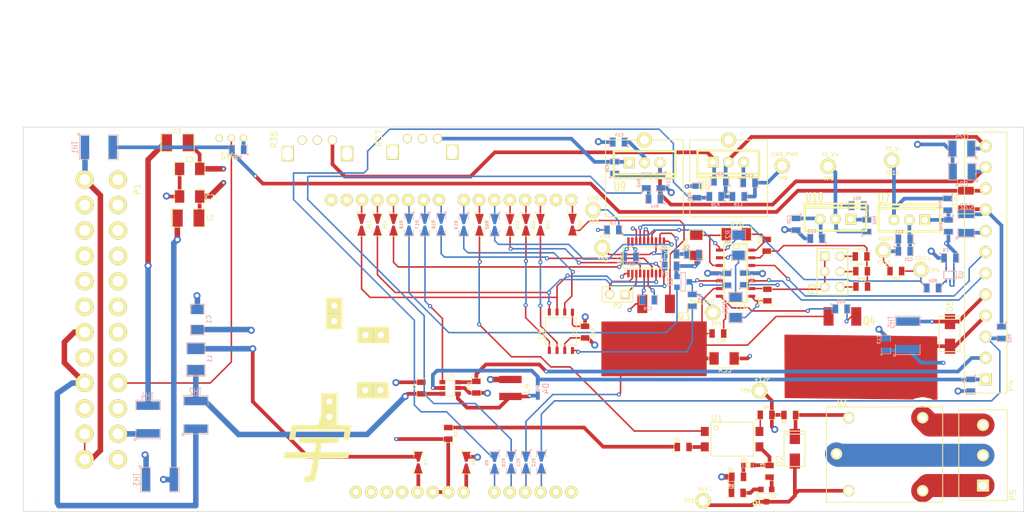
<source format=kicad_pcb>
(kicad_pcb (version 3) (host pcbnew "(2013-07-07 BZR 4022)-stable")
  (title_block (title BenchBudEE) (rev A) (company "R3ctiF13R Technology"))
  (layers (15 F.Cu signal) (2 PWR power) (1 GND power) (0 B.Cu mixed) (18 B.Paste user) (19 F.Paste user) (20 B.SilkS user) (21 F.SilkS user) (22 B.Mask user) (23 F.Mask user hide) (28 Edge.Cuts user))
  (net 0 "")
  (net 1 +12C)
  (net 2 +12P)
  (net 3 +12V)
  (net 4 +3.3V)
  (net 5 +5P)
  (net 6 +5V)
  (net 7 -12P)
  (net 8 -12V)
  (net 9 /Arduino/CURR_MEAS)
  (net 10 /Arduino/FAN_MODE)
  (net 11 /Arduino/FAN_PWM)
  (net 12 /Arduino/LED_EN_PWM)
  (net 13 /Arduino/MISO)
  (net 14 /Arduino/MOSI)
  (net 15 /Arduino/RELAY+)
  (net 16 /Arduino/RELAY-)
  (net 17 /Arduino/SCLK)
  (net 18 /Arduino/V+_ADJ_MON)
  (net 19 /Arduino/V-_ADJ_MON)
  (net 20 /Arduino/~ADC_CS)
  (net 21 /Arduino/~DR)
  (net 22 /Arduino/~LDAC)
  (net 23 /Arduino/~RESET)
  (net 24 /Arduino/~SHDN)
  (net 25 /Fan/PWR+)
  (net 26 /Fan/PWR-)
  (net 27 /Fan/TACH)
  (net 28 /Fan/~CS)
  (net 29 /LED_Driver/LED+)
  (net 30 /LED_Driver/LED-)
  (net 31 /Power_Adjustment_Monitor/V+_ADJ)
  (net 32 /Power_Adjustment_Monitor/V-_ADJ)
  (net 33 /Relay/RELAY_COM)
  (net 34 /Relay/RELAY_NC)
  (net 35 /Relay/RELAY_NO)
  (net 36 /Terminal_Block/TC_IN_+)
  (net 37 /Terminal_Block/TC_IN_-)
  (net 38 AGND)
  (net 39 FE_V+)
  (net 40 FE_V-)
  (net 41 GND)
  (net 42 GND_LED)
  (net 43 GND_PWR)
  (net 44 GND_RELAY)
  (net 45 N-00000100)
  (net 46 N-00000110)
  (net 47 N-00000117)
  (net 48 N-00000118)
  (net 49 N-00000119)
  (net 50 N-00000120)
  (net 51 N-00000121)
  (net 52 N-00000122)
  (net 53 N-00000123)
  (net 54 N-00000124)
  (net 55 N-00000125)
  (net 56 N-0000032)
  (net 57 N-0000033)
  (net 58 N-0000034)
  (net 59 N-0000035)
  (net 60 N-0000036)
  (net 61 N-0000039)
  (net 62 N-0000040)
  (net 63 N-0000041)
  (net 64 N-0000042)
  (net 65 N-0000043)
  (net 66 N-0000044)
  (net 67 N-0000045)
  (net 68 N-0000046)
  (net 69 N-0000047)
  (net 70 N-0000048)
  (net 71 N-0000049)
  (net 72 N-0000050)
  (net 73 N-0000051)
  (net 74 N-0000052)
  (net 75 N-0000062)
  (net 76 N-0000063)
  (net 77 N-0000064)
  (net 78 N-0000066)
  (net 79 N-0000067)
  (net 80 N-0000068)
  (net 81 N-0000069)
  (net 82 N-0000070)
  (net 83 N-0000071)
  (net 84 N-0000072)
  (net 85 N-0000074)
  (net 86 N-0000075)
  (net 87 N-0000076)
  (net 88 N-0000077)
  (net 89 N-0000079)
  (net 90 N-0000080)
  (net 91 N-0000081)
  (net 92 N-0000082)
  (net 93 N-0000083)
  (net 94 N-0000085)
  (net 95 N-0000086)
  (net 96 N-0000087)
  (net 97 N-0000088)
  (net 98 N-0000089)
  (net 99 N-0000090)
  (net 100 N-0000092)
  (net 101 N-0000093)
  (net 102 N-0000096)
  (net 103 N-0000098)
  (net 104 N-0000099)
  (module DPAK2_NO (layer F.Cu) (at 202.4634 152.4 180)
    (fp_text reference Q4 (at -4.38912 -0.7747 180) (layer F.SilkS) (effects (font (size 1.27 1.016) (thickness 0.2032))))
    (fp_text value NMOS hide)
    (pad 1 smd rect (at -2.286 0 180) (size 1.651 3.048) (layers F.Cu F.Paste F.Mask) (net 49 N-00000119))
    (pad 2 smd rect (at 0 -6.35 180) (size 6.096 6.096) (layers F.Cu F.Paste F.Mask) (net 26 /Fan/PWR-))
    (pad 3 smd rect (at 2.286 0 180) (size 1.651 3.048) (layers F.Cu F.Paste F.Mask) (net 9 /Arduino/CURR_MEAS))
  )
  (module DPAK2_NO (layer F.Cu) (at 171.71924 150.3172 180)
    (fp_text reference Q3 (at -4.56946 -2.0828 180) (layer F.SilkS) (effects (font (size 1.27 1.016) (thickness 0.2032))))
    (fp_text value NMOS hide)
    (pad 1 smd rect (at -2.286 0 180) (size 1.651 3.048) (layers F.Cu F.Paste F.Mask) (net 10 /Arduino/FAN_MODE))
    (pad 2 smd rect (at 0 -6.35 180) (size 6.096 6.096) (layers F.Cu F.Paste F.Mask) (net 9 /Arduino/CURR_MEAS))
    (pad 3 smd rect (at 2.286 0 180) (size 1.651 3.048) (layers F.Cu F.Paste F.Mask) (net 38 AGND))
  )
  (module SM0805 (layer B.Cu) (at 174.10176 142.0749)
    (fp_text reference L5 (at -1.02616 -1.2192) (layer B.SilkS) (effects (font (size 0.50038 0.50038) (thickness 0.10922)) (justify mirror)))
    (fp_text value INDUCTOR hide)
    (pad 1 smd rect (at -0.9525 0) (size 0.889 1.397) (layers B.Cu B.Paste B.Mask) (net 6 +5V))
    (pad 2 smd rect (at 0.9525 0) (size 0.889 1.397) (layers B.Cu B.Paste B.Mask) (net 83 N-0000071))
  )
  (module SM0805 (layer B.Cu) (at 174.117 144.0688)
    (fp_text reference C7 (at -0.9144 1.3208) (layer B.SilkS) (effects (font (size 0.50038 0.50038) (thickness 0.10922)) (justify mirror)))
    (fp_text value C hide)
    (pad 1 smd rect (at -0.9525 0) (size 0.889 1.397) (layers B.Cu B.Paste B.Mask) (net 6 +5V))
    (pad 2 smd rect (at 0.9525 0) (size 0.889 1.397) (layers B.Cu B.Paste B.Mask) (net 38 AGND))
  )
  (module SM0805 (layer B.Cu) (at 220.218 142.748)
    (fp_text reference C9 (at -0.7112 -1.2954) (layer B.SilkS) (effects (font (size 0.50038 0.50038) (thickness 0.10922)) (justify mirror)))
    (fp_text value C hide)
    (pad 1 smd rect (at -0.9525 0) (size 0.889 1.397) (layers B.Cu B.Paste B.Mask) (net 6 +5V))
    (pad 2 smd rect (at 0.9525 0) (size 0.889 1.397) (layers B.Cu B.Paste B.Mask) (net 38 AGND))
  )
  (module TE-SPDT (layer F.Cu) (at 201.4855 175.0949)
    (fp_text reference K1 (at 1.016 -8.255) (layer F.SilkS))
    (fp_text value RELAY hide)
    (pad 1 thru_hole circle (at 0 0) (size 1.905 1.905) (drill 1.27) (layers *.Cu *.Mask F.SilkS) (net 33 /Relay/RELAY_COM))
    (pad 2 thru_hole circle (at 2.032 -5.969) (size 1.905 1.905) (drill 1.27) (layers *.Cu *.Mask F.SilkS) (net 99 N-0000090))
    (pad 3 thru_hole circle (at 14.224 -5.969) (size 1.905 1.905) (drill 1.27) (layers *.Cu *.Mask F.SilkS) (net 34 /Relay/RELAY_NC))
    (pad 4 thru_hole circle (at 14.224 6.096) (size 1.905 1.905) (drill 1.27) (layers *.Cu *.Mask F.SilkS) (net 35 /Relay/RELAY_NO))
    (pad 5 thru_hole circle (at 2.032 6.096) (size 1.905 1.905) (drill 1.27) (layers *.Cu *.Mask F.SilkS) (net 100 N-0000092))
  )
  (module SOT23EBC (layer F.Cu) (at 189.9031 181.991)
    (fp_text reference Q1 (at -1.524 1.27) (layer F.SilkS) (effects (font (size 0.762 0.762) (thickness 0.2032))))
    (fp_text value 2N3904 hide)
    (pad 1 smd rect (at -0.889 -1.016) (size 0.9144 0.9144) (layers F.Cu F.Paste F.Mask) (net 94 N-0000085))
    (pad 2 smd rect (at 0.889 -1.016) (size 0.9144 0.9144) (layers F.Cu F.Paste F.Mask) (net 95 N-0000086))
    (pad 3 smd rect (at 0 1.016) (size 0.9144 0.9144) (layers F.Cu F.Paste F.Mask) (net 100 N-0000092))
  )
  (module SMA (layer F.Cu) (at 194.6148 176.2887 90)
    (fp_text reference D2 (at 0 -2.54 90) (layer F.SilkS))
    (fp_text value "Schottky Diode" hide)
    (pad 1 smd rect (at 0 0 90) (size 2.5 1.7) (layers F.Cu F.Paste F.Mask) (net 100 N-0000092))
    (pad 2 smd rect (at 4.064 0 90) (size 2.5 1.7) (layers F.Cu F.Paste F.Mask) (net 99 N-0000090))
  )
  (module SM0805 (layer F.Cu) (at 185.1152 181.5465)
    (fp_text reference R6 (at -0.9906 -1.1811) (layer F.SilkS) (effects (font (size 0.50038 0.50038) (thickness 0.10922))))
    (fp_text value 0 hide)
    (pad 1 smd rect (at -0.9525 0) (size 0.889 1.397) (layers F.Cu F.Paste F.Mask) (net 44 GND_RELAY))
    (pad 2 smd rect (at 0.9525 0) (size 0.889 1.397) (layers F.Cu F.Paste F.Mask) (net 94 N-0000085))
  )
  (module SM0805 (layer F.Cu) (at 185.1787 178.8922)
    (fp_text reference R2 (at -1.0668 -1.1938) (layer F.SilkS) (effects (font (size 0.50038 0.50038) (thickness 0.10922))))
    (fp_text value 200 hide)
    (pad 1 smd rect (at -0.9525 0) (size 0.889 1.397) (layers F.Cu F.Paste F.Mask) (net 44 GND_RELAY))
    (pad 2 smd rect (at 0.9525 0) (size 0.889 1.397) (layers F.Cu F.Paste F.Mask) (net 96 N-0000087))
  )
  (module SM0805 (layer F.Cu) (at 189.865 168.656)
    (fp_text reference R4 (at 0.0381 -1.2446) (layer F.SilkS) (effects (font (size 0.50038 0.50038) (thickness 0.10922))))
    (fp_text value 0 hide)
    (pad 1 smd rect (at -0.9525 0) (size 0.889 1.397) (layers F.Cu F.Paste F.Mask) (net 98 N-0000089))
    (pad 2 smd rect (at 0.9525 0) (size 0.889 1.397) (layers F.Cu F.Paste F.Mask) (net 2 +12P))
  )
  (module SM0805 (layer F.Cu) (at 176.1871 173.9646)
    (fp_text reference R1 (at -0.9906 -1.2573) (layer F.SilkS) (effects (font (size 0.50038 0.50038) (thickness 0.10922))))
    (fp_text value 500 hide)
    (pad 1 smd rect (at -0.9525 0) (size 0.889 1.397) (layers F.Cu F.Paste F.Mask) (net 16 /Arduino/RELAY-))
    (pad 2 smd rect (at 0.9525 0) (size 0.889 1.397) (layers F.Cu F.Paste F.Mask) (net 101 N-0000093))
  )
  (module SM0805 (layer F.Cu) (at 193.7766 168.6814 180)
    (fp_text reference R5 (at 0.9652 -1.1811 180) (layer F.SilkS) (effects (font (size 0.50038 0.50038) (thickness 0.10922))))
    (fp_text value 0 hide)
    (pad 1 smd rect (at -0.9525 0 180) (size 0.889 1.397) (layers F.Cu F.Paste F.Mask) (net 99 N-0000090))
    (pad 2 smd rect (at 0.9525 0 180) (size 0.889 1.397) (layers F.Cu F.Paste F.Mask) (net 2 +12P))
  )
  (module SM0805 (layer F.Cu) (at 190.4365 177.9778 270)
    (fp_text reference R3 (at -0.8509 1.1938 270) (layer F.SilkS) (effects (font (size 0.50038 0.50038) (thickness 0.10922))))
    (fp_text value 100 hide)
    (pad 1 smd rect (at -0.9525 0 270) (size 0.889 1.397) (layers F.Cu F.Paste F.Mask) (net 97 N-0000088))
    (pad 2 smd rect (at 0.9525 0 270) (size 0.889 1.397) (layers F.Cu F.Paste F.Mask) (net 95 N-0000086))
  )
  (module LED-0603 (layer F.Cu) (at 186.8932 176.9618 180)
    (fp_text reference D1 (at 0.6731 0.9017 180) (layer F.SilkS) (effects (font (size 0.508 0.508) (thickness 0.127))))
    (fp_text value LED hide)
    (pad 1 smd rect (at -0.7493 0 180) (size 0.79756 0.79756) (layers F.Cu F.Paste F.Mask) (net 97 N-0000088))
    (pad 2 smd rect (at 0.7493 0 180) (size 0.79756 0.79756) (layers F.Cu F.Paste F.Mask) (net 96 N-0000087))
  )
  (module 4-SMD (layer F.Cu) (at 179.7558 171.3992 270)
    (fp_text reference U1 (at -2.2352 -1.9812 360) (layer F.SilkS))
    (fp_text value OPTO_TRANSISTOR hide)
    (pad 1 smd rect (at 0 0 270) (size 1.5 1.3) (layers F.Cu F.Paste F.Mask) (net 15 /Arduino/RELAY+))
    (pad 2 smd rect (at 2.54 0 270) (size 1.5 1.3) (layers F.Cu F.Paste F.Mask) (net 101 N-0000093))
    (pad 3 smd rect (at 2.54 -9.017 270) (size 1.5 1.3) (layers F.Cu F.Paste F.Mask) (net 97 N-0000088))
    (pad 4 smd rect (at 0 -9.017 270) (size 1.5 1.3) (layers F.Cu F.Paste F.Mask) (net 98 N-0000089))
  )
  (module SSOP20 (layer F.Cu) (at 170.0784 142.6464 180)
    (fp_text reference U2 (at 4.3688 -0.3048 270) (layer F.SilkS) (effects (font (size 0.762 0.762) (thickness 0.127))))
    (fp_text value MCP3901 hide)
    (pad 1 smd rect (at -2.921 2.667 180) (size 0.4064 1.27) (layers F.Cu F.Paste F.Mask) (net 23 /Arduino/~RESET))
    (pad 2 smd rect (at -2.286 2.667 180) (size 0.4064 1.27) (layers F.Cu F.Paste F.Mask) (net 83 N-0000071))
    (pad 3 smd rect (at -1.6256 2.667 180) (size 0.4064 1.27) (layers F.Cu F.Paste F.Mask) (net 6 +5V))
    (pad 4 smd rect (at -0.9652 2.667 180) (size 0.4064 1.27) (layers F.Cu F.Paste F.Mask) (net 84 N-0000072))
    (pad 5 smd rect (at -0.3302 2.667 180) (size 0.4064 1.27) (layers F.Cu F.Paste F.Mask) (net 38 AGND))
    (pad 6 smd rect (at 0.3302 2.667 180) (size 0.4064 1.27) (layers F.Cu F.Paste F.Mask) (net 38 AGND))
    (pad 7 smd rect (at 0.9906 2.667 180) (size 0.4064 1.27) (layers F.Cu F.Paste F.Mask) (net 81 N-0000069))
    (pad 8 smd rect (at 1.6256 2.667 180) (size 0.4064 1.27) (layers F.Cu F.Paste F.Mask) (net 38 AGND))
    (pad 9 smd rect (at 2.286 2.667 180) (size 0.4064 1.27) (layers F.Cu F.Paste F.Mask) (net 75 N-0000062))
    (pad 10 smd rect (at 2.921 2.667 180) (size 0.4064 1.27) (layers F.Cu F.Paste F.Mask) (net 80 N-0000068))
    (pad 11 smd rect (at 2.921 -2.667 180) (size 0.4064 1.27) (layers F.Cu F.Paste F.Mask) (net 38 AGND))
    (pad 12 smd rect (at 2.286 -2.667 180) (size 0.4064 1.27) (layers F.Cu F.Paste F.Mask) (net 79 N-0000067))
    (pad 13 smd rect (at 1.6256 -2.667 180) (size 0.4064 1.27) (layers F.Cu F.Paste F.Mask) (net 78 N-0000066))
    (pad 14 smd rect (at 0.9906 -2.667 180) (size 0.4064 1.27) (layers F.Cu F.Paste F.Mask) (net 21 /Arduino/~DR))
    (pad 15 smd rect (at 0.3302 -2.667 180) (size 0.4064 1.27) (layers F.Cu F.Paste F.Mask) (net 76 N-0000063))
    (pad 16 smd rect (at -0.3302 -2.667 180) (size 0.4064 1.27) (layers F.Cu F.Paste F.Mask) (net 77 N-0000064))
    (pad 17 smd rect (at -0.9652 -2.667 180) (size 0.4064 1.27) (layers F.Cu F.Paste F.Mask) (net 20 /Arduino/~ADC_CS))
    (pad 18 smd rect (at -1.6256 -2.667 180) (size 0.4064 1.27) (layers F.Cu F.Paste F.Mask) (net 17 /Arduino/SCLK))
    (pad 19 smd rect (at -2.286 -2.667 180) (size 0.4064 1.27) (layers F.Cu F.Paste F.Mask) (net 13 /Arduino/MISO))
    (pad 20 smd rect (at -2.921 -2.667 180) (size 0.4064 1.27) (layers F.Cu F.Paste F.Mask) (net 14 /Arduino/MOSI))
  )
  (module SOT353 (layer B.Cu) (at 220.218 145.542 90)
    (fp_text reference U3 (at 0.0127 1.778 90) (layer B.SilkS) (effects (font (size 0.762 0.635) (thickness 0.127)) (justify mirror)))
    (fp_text value LMT84 hide)
    (pad 1 smd rect (at -1.016 0.635 90) (size 0.508 0.3048) (layers B.Cu B.Paste B.Mask) (net 38 AGND))
    (pad 3 smd rect (at -1.016 -0.635 90) (size 0.508 0.3048) (layers B.Cu B.Paste B.Mask) (net 82 N-0000070))
    (pad 5 smd rect (at 1.016 0.635 90) (size 0.508 0.3048) (layers B.Cu B.Paste B.Mask) (net 38 AGND))
    (pad 2 smd rect (at -1.016 0 90) (size 0.508 0.3048) (layers B.Cu B.Paste B.Mask) (net 38 AGND))
    (pad 4 smd rect (at 1.016 -0.635 90) (size 0.508 0.3048) (layers B.Cu B.Paste B.Mask) (net 6 +5V))
  )
  (module SO14E (layer F.Cu) (at 184.95899 145.24863 270)
    (fp_text reference U4 (at 5.65277 -0.94361 360) (layer F.SilkS) (effects (font (size 1.016 1.143) (thickness 0.127))))
    (fp_text value OPA4170 hide)
    (pad 1 smd rect (at -3.81 2.794 270) (size 0.508 1.143) (layers F.Cu F.Paste F.Mask) (net 84 N-0000072))
    (pad 2 smd rect (at -2.54 2.794 270) (size 0.508 1.143) (layers F.Cu F.Paste F.Mask) (net 86 N-0000075))
    (pad 3 smd rect (at -1.27 2.794 270) (size 0.508 1.143) (layers F.Cu F.Paste F.Mask) (net 85 N-0000074))
    (pad 4 smd rect (at 0 2.794 270) (size 0.508 1.143) (layers F.Cu F.Paste F.Mask) (net 39 FE_V+))
    (pad 5 smd rect (at 1.27 2.794 270) (size 0.508 1.143) (layers F.Cu F.Paste F.Mask) (net 51 N-00000121))
    (pad 6 smd rect (at 2.54 2.794 270) (size 0.508 1.143) (layers F.Cu F.Paste F.Mask) (net 9 /Arduino/CURR_MEAS))
    (pad 7 smd rect (at 3.81 2.794 270) (size 0.508 1.143) (layers F.Cu F.Paste F.Mask) (net 50 N-00000120))
    (pad 8 smd rect (at 3.81 -2.54 270) (size 0.508 1.143) (layers F.Cu F.Paste F.Mask) (net 87 N-0000076))
    (pad 9 smd rect (at 2.54 -2.54 270) (size 0.508 1.143) (layers F.Cu F.Paste F.Mask) (net 91 N-0000081))
    (pad 10 smd rect (at 1.27 -2.54 270) (size 0.508 1.143) (layers F.Cu F.Paste F.Mask) (net 37 /Terminal_Block/TC_IN_-))
    (pad 11 smd rect (at 0 -2.54 270) (size 0.508 1.143) (layers F.Cu F.Paste F.Mask) (net 40 FE_V-))
    (pad 12 smd rect (at -1.27 -2.54 270) (size 0.508 1.143) (layers F.Cu F.Paste F.Mask) (net 36 /Terminal_Block/TC_IN_+))
    (pad 13 smd rect (at -2.54 -2.54 270) (size 0.508 1.143) (layers F.Cu F.Paste F.Mask) (net 93 N-0000083))
    (pad 14 smd rect (at -3.81 -2.54 270) (size 0.508 1.143) (layers F.Cu F.Paste F.Mask) (net 88 N-0000077))
  )
  (module SM1206 (layer F.Cu) (at 184.95264 138.81608)
    (fp_text reference R26 (at 0.13716 -1.65608) (layer F.SilkS) (effects (font (size 0.762 0.762) (thickness 0.127))))
    (fp_text value R hide)
    (pad 1 smd rect (at -1.651 0) (size 1.524 2.032) (layers F.Cu F.Paste F.Mask) (net 85 N-0000074))
    (pad 2 smd rect (at 1.651 0) (size 1.524 2.032) (layers F.Cu F.Paste F.Mask) (net 88 N-0000077))
  )
  (module SM1206 (layer B.Cu) (at 184.84088 150.92172 270)
    (fp_text reference R25 (at 0.03048 1.66878 270) (layer B.SilkS) (effects (font (size 0.762 0.762) (thickness 0.127)) (justify mirror)))
    (fp_text value R hide)
    (pad 1 smd rect (at -1.651 0 270) (size 1.524 2.032) (layers B.Cu B.Paste B.Mask) (net 86 N-0000075))
    (pad 2 smd rect (at 1.651 0 270) (size 1.524 2.032) (layers B.Cu B.Paste B.Mask) (net 87 N-0000076))
  )
  (module SM1206 (layer F.Cu) (at 178.35118 140.64488 90)
    (fp_text reference R24 (at 0.05588 -1.66878 90) (layer F.SilkS) (effects (font (size 0.762 0.762) (thickness 0.127))))
    (fp_text value R hide)
    (pad 1 smd rect (at -1.651 0 90) (size 1.524 2.032) (layers F.Cu F.Paste F.Mask) (net 38 AGND))
    (pad 2 smd rect (at 1.651 0 90) (size 1.524 2.032) (layers F.Cu F.Paste F.Mask) (net 85 N-0000074))
  )
  (module SM1206 (layer B.Cu) (at 185.32094 140.62202 270)
    (fp_text reference R23 (at -1.40462 1.74244 270) (layer B.SilkS) (effects (font (size 0.762 0.762) (thickness 0.127)) (justify mirror)))
    (fp_text value R hide)
    (pad 1 smd rect (at -1.651 0 270) (size 1.524 2.032) (layers B.Cu B.Paste B.Mask) (net 84 N-0000072))
    (pad 2 smd rect (at 1.651 0 270) (size 1.524 2.032) (layers B.Cu B.Paste B.Mask) (net 86 N-0000075))
  )
  (module SM0805 (layer B.Cu) (at 164.592 138.0998 180)
    (fp_text reference C8 (at 0 1.1684 180) (layer B.SilkS) (effects (font (size 0.50038 0.50038) (thickness 0.10922)) (justify mirror)))
    (fp_text value C hide)
    (pad 1 smd rect (at -0.9525 0 180) (size 0.889 1.397) (layers B.Cu B.Paste B.Mask) (net 84 N-0000072))
    (pad 2 smd rect (at 0.9525 0 180) (size 0.889 1.397) (layers B.Cu B.Paste B.Mask) (net 38 AGND))
  )
  (module SM0805 (layer F.Cu) (at 205.65364 147.46224)
    (fp_text reference R28 (at 0.03556 -1.20904) (layer F.SilkS) (effects (font (size 0.50038 0.50038) (thickness 0.10922))))
    (fp_text value R hide)
    (pad 1 smd rect (at -0.9525 0) (size 0.889 1.397) (layers F.Cu F.Paste F.Mask) (net 89 N-0000079))
    (pad 2 smd rect (at 0.9525 0) (size 0.889 1.397) (layers F.Cu F.Paste F.Mask) (net 93 N-0000083))
  )
  (module SM0805 (layer F.Cu) (at 190.08344 148.85924 90)
    (fp_text reference R27 (at -1.02616 -1.22174 90) (layer F.SilkS) (effects (font (size 0.50038 0.50038) (thickness 0.10922))))
    (fp_text value R hide)
    (pad 1 smd rect (at -0.9525 0 90) (size 0.889 1.397) (layers F.Cu F.Paste F.Mask) (net 87 N-0000076))
    (pad 2 smd rect (at 0.9525 0 90) (size 0.889 1.397) (layers F.Cu F.Paste F.Mask) (net 91 N-0000081))
  )
  (module SM0805 (layer F.Cu) (at 189.97676 140.64488 90)
    (fp_text reference R29 (at 0.91948 -1.20396 90) (layer F.SilkS) (effects (font (size 0.50038 0.50038) (thickness 0.10922))))
    (fp_text value R hide)
    (pad 1 smd rect (at -0.9525 0 90) (size 0.889 1.397) (layers F.Cu F.Paste F.Mask) (net 93 N-0000083))
    (pad 2 smd rect (at 0.9525 0 90) (size 0.889 1.397) (layers F.Cu F.Paste F.Mask) (net 88 N-0000077))
  )
  (module SM0805 (layer F.Cu) (at 205.62824 144.92224)
    (fp_text reference R44 (at -0.05334 -1.14554) (layer F.SilkS) (effects (font (size 0.50038 0.50038) (thickness 0.10922))))
    (fp_text value R hide)
    (pad 1 smd rect (at -0.9525 0) (size 0.889 1.397) (layers F.Cu F.Paste F.Mask) (net 90 N-0000080))
    (pad 2 smd rect (at 0.9525 0) (size 0.889 1.397) (layers F.Cu F.Paste F.Mask) (net 93 N-0000083))
  )
  (module SM0805 (layer F.Cu) (at 205.55204 142.48384)
    (fp_text reference R45 (at -0.01524 -1.20904) (layer F.SilkS) (effects (font (size 0.50038 0.50038) (thickness 0.10922))))
    (fp_text value R hide)
    (pad 1 smd rect (at -0.9525 0) (size 0.889 1.397) (layers F.Cu F.Paste F.Mask) (net 92 N-0000082))
    (pad 2 smd rect (at 0.9525 0) (size 0.889 1.397) (layers F.Cu F.Paste F.Mask) (net 93 N-0000083))
  )
  (module SM0805 (layer B.Cu) (at 198.14032 139.5222 180)
    (fp_text reference C10 (at 0.69342 1.2319 180) (layer B.SilkS) (effects (font (size 0.50038 0.50038) (thickness 0.10922)) (justify mirror)))
    (fp_text value C hide)
    (pad 1 smd rect (at -0.9525 0 180) (size 0.889 1.397) (layers B.Cu B.Paste B.Mask) (net 3 +12V))
    (pad 2 smd rect (at 0.9525 0 180) (size 0.889 1.397) (layers B.Cu B.Paste B.Mask) (net 38 AGND))
  )
  (module SM0805 (layer B.Cu) (at 212.6742 139.5984 180)
    (fp_text reference C11 (at 0.8382 1.2065 180) (layer B.SilkS) (effects (font (size 0.50038 0.50038) (thickness 0.10922)) (justify mirror)))
    (fp_text value C hide)
    (pad 1 smd rect (at -0.9525 0 180) (size 0.889 1.397) (layers B.Cu B.Paste B.Mask) (net 8 -12V))
    (pad 2 smd rect (at 0.9525 0 180) (size 0.889 1.397) (layers B.Cu B.Paste B.Mask) (net 38 AGND))
  )
  (module SM0805 (layer B.Cu) (at 177.8 142.11554)
    (fp_text reference C6 (at -1.0287 -1.18364) (layer B.SilkS) (effects (font (size 0.50038 0.50038) (thickness 0.10922)) (justify mirror)))
    (fp_text value C hide)
    (pad 1 smd rect (at -0.9525 0) (size 0.889 1.397) (layers B.Cu B.Paste B.Mask) (net 83 N-0000071))
    (pad 2 smd rect (at 0.9525 0) (size 0.889 1.397) (layers B.Cu B.Paste B.Mask) (net 38 AGND))
  )
  (module pin_array_3x2 (layer F.Cu) (at 200.81748 144.99336 270)
    (fp_text reference P3 (at 2.93624 3.33248 270) (layer F.SilkS) (effects (font (size 1.016 1.016) (thickness 0.2032))))
    (fp_text value CONN_3X2 hide)
    (pad 1 thru_hole rect (at -2.54 1.27 270) (size 1.524 1.524) (drill 1.016) (layers *.Cu *.Mask F.SilkS) (net 91 N-0000081))
    (pad 2 thru_hole circle (at -2.54 -1.27 270) (size 1.524 1.524) (drill 1.016) (layers *.Cu *.Mask F.SilkS) (net 92 N-0000082))
    (pad 3 thru_hole circle (at 0 1.27 270) (size 1.524 1.524) (drill 1.016) (layers *.Cu *.Mask F.SilkS) (net 91 N-0000081))
    (pad 4 thru_hole circle (at 0 -1.27 270) (size 1.524 1.524) (drill 1.016) (layers *.Cu *.Mask F.SilkS) (net 90 N-0000080))
    (pad 5 thru_hole circle (at 2.54 1.27 270) (size 1.524 1.524) (drill 1.016) (layers *.Cu *.Mask F.SilkS) (net 91 N-0000081))
    (pad 6 thru_hole circle (at 2.54 -1.27 270) (size 1.524 1.524) (drill 1.016) (layers *.Cu *.Mask F.SilkS) (net 89 N-0000079))
  )
  (module 3pin_TB (layer F.Cu) (at 225.6663 180.3273 90)
    (fp_text reference P5 (at -1.6002 4.9657 90) (layer F.SilkS))
    (fp_text value CONN_3 hide)
    (pad 1 thru_hole rect (at 0 0 90) (size 2 2) (drill 1.3) (layers *.Cu *.Mask F.SilkS) (net 35 /Relay/RELAY_NO))
    (pad 2 thru_hole circle (at 5 0 90) (size 2 2) (drill 1.3) (layers *.Cu *.Mask F.SilkS) (net 33 /Relay/RELAY_COM))
    (pad 3 thru_hole circle (at 10 0 90) (size 2 2) (drill 1.3) (layers *.Cu *.Mask F.SilkS) (net 34 /Relay/RELAY_NC))
  )
  (module 12pin_TB (layer F.Cu) (at 226.0981 162.7632 90)
    (fp_text reference P4 (at -1.0668 4.1275 90) (layer F.SilkS))
    (fp_text value "12 Pin Terminal Block" hide)
    (pad 1 thru_hole rect (at 0 0 90) (size 2 2) (drill 1.2) (layers *.Cu *.Mask F.SilkS) (net 29 /LED_Driver/LED+))
    (pad 2 thru_hole circle (at 3.5 0 90) (size 2 2) (drill 1.2) (layers *.Cu *.Mask F.SilkS) (net 30 /LED_Driver/LED-))
    (pad 3 thru_hole circle (at 7 0 90) (size 2 2) (drill 1.2) (layers *.Cu *.Mask F.SilkS) (net 27 /Fan/TACH))
    (pad 4 thru_hole circle (at 10.5 0 90) (size 2 2) (drill 1.2) (layers *.Cu *.Mask F.SilkS) (net 26 /Fan/PWR-))
    (pad 5 thru_hole circle (at 14 0 90) (size 2 2) (drill 1.2) (layers *.Cu *.Mask F.SilkS) (net 25 /Fan/PWR+))
    (pad 6 thru_hole circle (at 17.5 0 90) (size 2 2) (drill 1.2) (layers *.Cu *.Mask F.SilkS) (net 37 /Terminal_Block/TC_IN_-))
    (pad 7 thru_hole circle (at 21 0 90) (size 2 2) (drill 1.2) (layers *.Cu *.Mask F.SilkS) (net 36 /Terminal_Block/TC_IN_+))
    (pad 8 thru_hole circle (at 24.5 0 90) (size 2 2) (drill 1.2) (layers *.Cu *.Mask F.SilkS) (net 6 +5V))
    (pad 9 thru_hole circle (at 28 0 90) (size 2 2) (drill 1.2) (layers *.Cu *.Mask F.SilkS) (net 43 GND_PWR))
    (pad 10 thru_hole circle (at 31.5 0 90) (size 2 2) (drill 1.2) (layers *.Cu *.Mask F.SilkS) (net 4 +3.3V))
    (pad 11 thru_hole circle (at 35 0 90) (size 2 2) (drill 1.2) (layers *.Cu *.Mask F.SilkS) (net 32 /Power_Adjustment_Monitor/V-_ADJ))
    (pad 12 thru_hole circle (at 38.5 0 90) (size 2 2) (drill 1.2) (layers *.Cu *.Mask F.SilkS) (net 31 /Power_Adjustment_Monitor/V+_ADJ))
  )
  (module SM0805 (layer F.Cu) (at 137.414 171.704 90)
    (fp_text reference R22 (at 0.0381 1.2954 90) (layer F.SilkS) (effects (font (size 0.50038 0.50038) (thickness 0.10922))))
    (fp_text value R hide)
    (pad 1 smd rect (at -0.9525 0 90) (size 0.889 1.397) (layers F.Cu F.Paste F.Mask) (net 41 GND))
    (pad 2 smd rect (at 0.9525 0 90) (size 0.889 1.397) (layers F.Cu F.Paste F.Mask) (net 16 /Arduino/RELAY-))
  )
  (module SOT23GDS (layer B.Cu) (at 176.18202 146.685 270)
    (fp_text reference Q2 (at 0 2.159 270) (layer B.SilkS) (effects (font (size 0.762 0.762) (thickness 0.12954)) (justify mirror)))
    (fp_text value MOSFET_N hide)
    (pad S smd rect (at -0.889 1.016 270) (size 0.9144 0.9144) (layers B.Cu B.Paste B.Mask) (net 38 AGND))
    (pad G smd rect (at 0.889 1.016 270) (size 0.9144 0.9144) (layers B.Cu B.Paste B.Mask) (net 11 /Arduino/FAN_PWM))
    (pad D smd rect (at 0 -1.016 270) (size 0.9144 0.9144) (layers B.Cu B.Paste B.Mask) (net 51 N-00000121))
  )
  (module SO8N (layer F.Cu) (at 156.0068 154.84602 180)
    (fp_text reference U6 (at 3.3274 -0.42418 270) (layer F.SilkS) (effects (font (size 1.143 1.016) (thickness 0.127))))
    (fp_text value MCP4801 hide)
    (pad 8 smd rect (at -1.905 -3.175 180) (size 0.508 1.143) (layers F.Cu F.Paste F.Mask) (net 48 N-00000118))
    (pad 7 smd rect (at -0.635 -3.175 180) (size 0.508 1.143) (layers F.Cu F.Paste F.Mask) (net 38 AGND))
    (pad 6 smd rect (at 0.635 -3.175 180) (size 0.508 1.143) (layers F.Cu F.Paste F.Mask) (net 24 /Arduino/~SHDN))
    (pad 5 smd rect (at 1.905 -3.175 180) (size 0.508 1.143) (layers F.Cu F.Paste F.Mask) (net 22 /Arduino/~LDAC))
    (pad 4 smd rect (at 1.905 3.175 180) (size 0.508 1.143) (layers F.Cu F.Paste F.Mask) (net 14 /Arduino/MOSI))
    (pad 3 smd rect (at 0.635 3.175 180) (size 0.508 1.143) (layers F.Cu F.Paste F.Mask) (net 17 /Arduino/SCLK))
    (pad 2 smd rect (at -0.635 3.175 180) (size 0.508 1.143) (layers F.Cu F.Paste F.Mask) (net 28 /Fan/~CS))
    (pad 1 smd rect (at -1.905 3.175 180) (size 0.508 1.143) (layers F.Cu F.Paste F.Mask) (net 6 +5V))
  )
  (module SMA (layer F.Cu) (at 220.218 157.3149 90)
    (fp_text reference D5 (at 6.6167 0 90) (layer F.SilkS))
    (fp_text value "Schottky Diode" hide)
    (pad 1 smd rect (at 0 0 90) (size 2.5 1.7) (layers F.Cu F.Paste F.Mask) (net 26 /Fan/PWR-))
    (pad 2 smd rect (at 4.064 0 90) (size 2.5 1.7) (layers F.Cu F.Paste F.Mask) (net 25 /Fan/PWR+))
  )
  (module SM1812 (layer B.Cu) (at 213.2457 155.5242 90)
    (fp_text reference TH5 (at 2.1717 -2.6924 90) (layer B.SilkS) (effects (font (size 1.016 0.762) (thickness 0.127)) (justify mirror)))
    (fp_text value "PTC 0.5A" hide)
    (pad 1 smd rect (at -2.286 0 90) (size 1.397 3.81) (layers B.Cu B.Paste B.Mask) (net 1 +12C))
    (pad 2 smd rect (at 2.286 0 90) (size 1.397 3.81) (layers B.Cu B.Paste B.Mask) (net 25 /Fan/PWR+))
  )
  (module SM1206 (layer F.Cu) (at 182.9435 159.3342)
    (fp_text reference R33 (at 0.127 1.9304) (layer F.SilkS) (effects (font (size 0.762 0.762) (thickness 0.127))))
    (fp_text value R hide)
    (pad 1 smd rect (at -1.651 0) (size 1.524 2.032) (layers F.Cu F.Paste F.Mask) (net 9 /Arduino/CURR_MEAS))
    (pad 2 smd rect (at 1.651 0) (size 1.524 2.032) (layers F.Cu F.Paste F.Mask) (net 38 AGND))
  )
  (module SM0805 (layer B.Cu) (at 209.6643 157.0482 90)
    (fp_text reference C13 (at 0.8382 -1.1938 90) (layer B.SilkS) (effects (font (size 0.50038 0.50038) (thickness 0.10922)) (justify mirror)))
    (fp_text value C hide)
    (pad 1 smd rect (at -0.9525 0 90) (size 0.889 1.397) (layers B.Cu B.Paste B.Mask) (net 1 +12C))
    (pad 2 smd rect (at 0.9525 0 90) (size 0.889 1.397) (layers B.Cu B.Paste B.Mask) (net 38 AGND))
  )
  (module SM0805 (layer F.Cu) (at 159.9946 154.9908 270)
    (fp_text reference C12 (at 0.0381 -1.3081 270) (layer F.SilkS) (effects (font (size 0.50038 0.50038) (thickness 0.10922))))
    (fp_text value C hide)
    (pad 1 smd rect (at -0.9525 0 270) (size 0.889 1.397) (layers F.Cu F.Paste F.Mask) (net 6 +5V))
    (pad 2 smd rect (at 0.9525 0 270) (size 0.889 1.397) (layers F.Cu F.Paste F.Mask) (net 38 AGND))
  )
  (module SM0805 (layer B.Cu) (at 177.6984 149.733 90)
    (fp_text reference R32 (at 0.3429 1.3081 90) (layer B.SilkS) (effects (font (size 0.50038 0.50038) (thickness 0.10922)) (justify mirror)))
    (fp_text value R hide)
    (pad 1 smd rect (at -0.9525 0 90) (size 0.889 1.397) (layers B.Cu B.Paste B.Mask) (net 48 N-00000118))
    (pad 2 smd rect (at 0.9525 0 90) (size 0.889 1.397) (layers B.Cu B.Paste B.Mask) (net 51 N-00000121))
  )
  (module SM1812 (layer B.Cu) (at 79.756 124.46)
    (fp_text reference TH1 (at -3.9116 0.0254 270) (layer B.SilkS) (effects (font (size 1.016 0.762) (thickness 0.127)) (justify mirror)))
    (fp_text value THERMISTOR hide)
    (pad 1 smd rect (at -2.286 0) (size 1.397 3.81) (layers B.Cu B.Paste B.Mask) (net 46 N-00000110))
    (pad 2 smd rect (at 2.286 0) (size 1.397 3.81) (layers B.Cu B.Paste B.Mask) (net 4 +3.3V))
  )
  (module SM1812 (layer B.Cu) (at 95.758 168.656 90)
    (fp_text reference TH2 (at 3.8608 -0.0762 360) (layer B.SilkS) (effects (font (size 1.016 0.762) (thickness 0.127)) (justify mirror)))
    (fp_text value THERMISTOR hide)
    (pad 1 smd rect (at -2.286 0 90) (size 1.397 3.81) (layers B.Cu B.Paste B.Mask) (net 103 N-0000098))
    (pad 2 smd rect (at 2.286 0 90) (size 1.397 3.81) (layers B.Cu B.Paste B.Mask) (net 5 +5P))
  )
  (module SM1812 (layer B.Cu) (at 89.8398 179.3494)
    (fp_text reference TH3 (at -3.8354 -0.0508 270) (layer B.SilkS) (effects (font (size 1.016 0.762) (thickness 0.127)) (justify mirror)))
    (fp_text value THERMISTOR hide)
    (pad 1 smd rect (at -2.286 0) (size 1.397 3.81) (layers B.Cu B.Paste B.Mask) (net 1 +12C))
    (pad 2 smd rect (at 2.286 0) (size 1.397 3.81) (layers B.Cu B.Paste B.Mask) (net 2 +12P))
  )
  (module SM1812 (layer B.Cu) (at 87.884 169.418 90)
    (fp_text reference TH4 (at 3.8608 -0.127 360) (layer B.SilkS) (effects (font (size 1.016 0.762) (thickness 0.127)) (justify mirror)))
    (fp_text value THERMISTOR hide)
    (pad 1 smd rect (at -2.286 0 90) (size 1.397 3.81) (layers B.Cu B.Paste B.Mask) (net 102 N-0000096))
    (pad 2 smd rect (at 2.286 0 90) (size 1.397 3.81) (layers B.Cu B.Paste B.Mask) (net 7 -12P))
  )
  (module SM1210L (layer B.Cu) (at 95.758 159.512 90)
    (fp_text reference L1 (at 0.0889 2.2733 90) (layer B.SilkS) (effects (font (size 0.7 0.7) (thickness 0.127)) (justify mirror)))
    (fp_text value INDUCTOR hide)
    (pad 1 smd rect (at -1.778 0 90) (size 1.778 2.794) (layers B.Cu B.Paste B.Mask) (net 5 +5P))
    (pad 2 smd rect (at 1.778 0 90) (size 1.778 2.794) (layers B.Cu B.Paste B.Mask) (net 6 +5V))
  )
  (module SM1210L (layer F.Cu) (at 94.488 136.144)
    (fp_text reference L2 (at 3.6576 0) (layer F.SilkS) (effects (font (size 0.7 0.7) (thickness 0.127))))
    (fp_text value INDUCTOR hide)
    (pad 1 smd rect (at -1.778 0) (size 1.778 2.794) (layers F.Cu F.Paste F.Mask) (net 2 +12P))
    (pad 2 smd rect (at 1.778 0) (size 1.778 2.794) (layers F.Cu F.Paste F.Mask) (net 3 +12V))
  )
  (module SM1206 (layer F.Cu) (at 94.742 132.588 180)
    (fp_text reference C2 (at -3.3528 -0.1016 180) (layer F.SilkS) (effects (font (size 0.762 0.762) (thickness 0.127))))
    (fp_text value C hide)
    (pad 1 smd rect (at -1.651 0 180) (size 1.524 2.032) (layers F.Cu F.Paste F.Mask) (net 3 +12V))
    (pad 2 smd rect (at 1.651 0 180) (size 1.524 2.032) (layers F.Cu F.Paste F.Mask) (net 41 GND))
  )
  (module SM1206 (layer F.Cu) (at 94.742 128.016)
    (fp_text reference C3 (at -0.0254 -1.4986) (layer F.SilkS) (effects (font (size 0.762 0.762) (thickness 0.127))))
    (fp_text value C hide)
    (pad 1 smd rect (at -1.651 0) (size 1.524 2.032) (layers F.Cu F.Paste F.Mask) (net 41 GND))
    (pad 2 smd rect (at 1.651 0) (size 1.524 2.032) (layers F.Cu F.Paste F.Mask) (net 8 -12V))
  )
  (module SM0805 (layer B.Cu) (at 102.6922 124.8537 180)
    (fp_text reference R30 (at 0.0381 -1.2827 180) (layer B.SilkS) (effects (font (size 0.50038 0.50038) (thickness 0.10922)) (justify mirror)))
    (fp_text value R hide)
    (pad 1 smd rect (at -0.9525 0 180) (size 0.889 1.397) (layers B.Cu B.Paste B.Mask) (net 104 N-0000099))
    (pad 2 smd rect (at 0.9525 0 180) (size 0.889 1.397) (layers B.Cu B.Paste B.Mask) (net 4 +3.3V))
  )
  (module SM1206 (layer B.Cu) (at 96.012 152.908 90)
    (fp_text reference C1 (at 0.0254 1.8923 90) (layer B.SilkS) (effects (font (size 0.762 0.762) (thickness 0.127)) (justify mirror)))
    (fp_text value C hide)
    (pad 1 smd rect (at -1.651 0 90) (size 1.524 2.032) (layers B.Cu B.Paste B.Mask) (net 6 +5V))
    (pad 2 smd rect (at 1.651 0 90) (size 1.524 2.032) (layers B.Cu B.Paste B.Mask) (net 41 GND))
  )
  (module SM1210L (layer F.Cu) (at 92.71 123.698)
    (fp_text reference L3 (at 0.0508 -1.9177) (layer F.SilkS) (effects (font (size 0.7 0.7) (thickness 0.127))))
    (fp_text value INDUCTOR hide)
    (pad 1 smd rect (at -1.778 0) (size 1.778 2.794) (layers F.Cu F.Paste F.Mask) (net 7 -12P))
    (pad 2 smd rect (at 1.778 0) (size 1.778 2.794) (layers F.Cu F.Paste F.Mask) (net 8 -12V))
  )
  (module SM0805 (layer B.Cu) (at 187.071 130.302)
    (fp_text reference C15 (at -0.0127 -1.1938) (layer B.SilkS) (effects (font (size 0.50038 0.50038) (thickness 0.10922)) (justify mirror)))
    (fp_text value C hide)
    (pad 1 smd rect (at -0.9525 0) (size 0.889 1.397) (layers B.Cu B.Paste B.Mask) (net 3 +12V))
    (pad 2 smd rect (at 0.9525 0) (size 0.889 1.397) (layers B.Cu B.Paste B.Mask) (net 43 GND_PWR))
  )
  (module SM0805 (layer B.Cu) (at 165.5318 123.5964 180)
    (fp_text reference C14 (at -0.1016 1.2065 180) (layer B.SilkS) (effects (font (size 0.50038 0.50038) (thickness 0.10922)) (justify mirror)))
    (fp_text value C hide)
    (pad 1 smd rect (at -0.9525 0 180) (size 0.889 1.397) (layers B.Cu B.Paste B.Mask) (net 8 -12V))
    (pad 2 smd rect (at 0.9525 0 180) (size 0.889 1.397) (layers B.Cu B.Paste B.Mask) (net 43 GND_PWR))
  )
  (module SM0805 (layer B.Cu) (at 172.5168 130.2004 270)
    (fp_text reference C19 (at 0.0381 -1.2573 270) (layer B.SilkS) (effects (font (size 0.50038 0.50038) (thickness 0.10922)) (justify mirror)))
    (fp_text value C hide)
    (pad 1 smd rect (at -0.9525 0 270) (size 0.889 1.397) (layers B.Cu B.Paste B.Mask) (net 32 /Power_Adjustment_Monitor/V-_ADJ))
    (pad 2 smd rect (at 0.9525 0 270) (size 0.889 1.397) (layers B.Cu B.Paste B.Mask) (net 43 GND_PWR))
  )
  (module SM0805 (layer B.Cu) (at 186.28868 146.2024 90)
    (fp_text reference C16 (at 0.0508 1.25222 90) (layer B.SilkS) (effects (font (size 0.50038 0.50038) (thickness 0.10922)) (justify mirror)))
    (fp_text value C hide)
    (pad 1 smd rect (at -0.9525 0 90) (size 0.889 1.397) (layers B.Cu B.Paste B.Mask) (net 38 AGND))
    (pad 2 smd rect (at 0.9525 0 90) (size 0.889 1.397) (layers B.Cu B.Paste B.Mask) (net 40 FE_V-))
  )
  (module SM0805 (layer B.Cu) (at 183.39816 146.26844 270)
    (fp_text reference C17 (at -0.12954 1.20396 270) (layer B.SilkS) (effects (font (size 0.50038 0.50038) (thickness 0.10922)) (justify mirror)))
    (fp_text value C hide)
    (pad 1 smd rect (at -0.9525 0 270) (size 0.889 1.397) (layers B.Cu B.Paste B.Mask) (net 39 FE_V+))
    (pad 2 smd rect (at 0.9525 0 270) (size 0.889 1.397) (layers B.Cu B.Paste B.Mask) (net 38 AGND))
  )
  (module SM0805 (layer B.Cu) (at 185.293 132.588)
    (fp_text reference C18 (at -0.0254 1.27) (layer B.SilkS) (effects (font (size 0.50038 0.50038) (thickness 0.10922)) (justify mirror)))
    (fp_text value C hide)
    (pad 1 smd rect (at -0.9525 0) (size 0.889 1.397) (layers B.Cu B.Paste B.Mask) (net 31 /Power_Adjustment_Monitor/V+_ADJ))
    (pad 2 smd rect (at 0.9525 0) (size 0.889 1.397) (layers B.Cu B.Paste B.Mask) (net 43 GND_PWR))
  )
  (module SM0805 (layer B.Cu) (at 219.964 137.414 270)
    (fp_text reference R48 (at 0.1016 1.1811 270) (layer B.SilkS) (effects (font (size 0.50038 0.50038) (thickness 0.10922)) (justify mirror)))
    (fp_text value R hide)
    (pad 1 smd rect (at -0.9525 0 270) (size 0.889 1.397) (layers B.Cu B.Paste B.Mask) (net 53 N-00000123))
    (pad 2 smd rect (at 0.9525 0 270) (size 0.889 1.397) (layers B.Cu B.Paste B.Mask) (net 38 AGND))
  )
  (module SM0805 (layer B.Cu) (at 219.8624 133.8834 270)
    (fp_text reference R49 (at -0.0127 1.2192 270) (layer B.SilkS) (effects (font (size 0.50038 0.50038) (thickness 0.10922)) (justify mirror)))
    (fp_text value R hide)
    (pad 1 smd rect (at -0.9525 0 270) (size 0.889 1.397) (layers B.Cu B.Paste B.Mask) (net 40 FE_V-))
    (pad 2 smd rect (at 0.9525 0 270) (size 0.889 1.397) (layers B.Cu B.Paste B.Mask) (net 53 N-00000123))
  )
  (module SM0805 (layer B.Cu) (at 204.978 134.112 180)
    (fp_text reference R51 (at 0.1143 1.1938 180) (layer B.SilkS) (effects (font (size 0.50038 0.50038) (thickness 0.10922)) (justify mirror)))
    (fp_text value R hide)
    (pad 1 smd rect (at -0.9525 0 180) (size 0.889 1.397) (layers B.Cu B.Paste B.Mask) (net 52 N-00000122))
    (pad 2 smd rect (at 0.9525 0 180) (size 0.889 1.397) (layers B.Cu B.Paste B.Mask) (net 38 AGND))
  )
  (module SM0805 (layer B.Cu) (at 206.502 137.414 90)
    (fp_text reference R50 (at 0.9398 1.2954 90) (layer B.SilkS) (effects (font (size 0.50038 0.50038) (thickness 0.10922)) (justify mirror)))
    (fp_text value R hide)
    (pad 1 smd rect (at -0.9525 0 90) (size 0.889 1.397) (layers B.Cu B.Paste B.Mask) (net 39 FE_V+))
    (pad 2 smd rect (at 0.9525 0 90) (size 0.889 1.397) (layers B.Cu B.Paste B.Mask) (net 52 N-00000122))
  )
  (module SM0805 (layer B.Cu) (at 170.1038 130.2004 90)
    (fp_text reference R40 (at -0.1524 -1.2192 90) (layer B.SilkS) (effects (font (size 0.50038 0.50038) (thickness 0.10922)) (justify mirror)))
    (fp_text value R hide)
    (pad 1 smd rect (at -0.9525 0 90) (size 0.889 1.397) (layers B.Cu B.Paste B.Mask) (net 19 /Arduino/V-_ADJ_MON))
    (pad 2 smd rect (at 0.9525 0 90) (size 0.889 1.397) (layers B.Cu B.Paste B.Mask) (net 32 /Power_Adjustment_Monitor/V-_ADJ))
  )
  (module SM0805 (layer B.Cu) (at 171.45 132.9944 180)
    (fp_text reference R41 (at -0.0127 -1.2192 180) (layer B.SilkS) (effects (font (size 0.50038 0.50038) (thickness 0.10922)) (justify mirror)))
    (fp_text value R hide)
    (pad 1 smd rect (at -0.9525 0 180) (size 0.889 1.397) (layers B.Cu B.Paste B.Mask) (net 43 GND_PWR))
    (pad 2 smd rect (at 0.9525 0 180) (size 0.889 1.397) (layers B.Cu B.Paste B.Mask) (net 19 /Arduino/V-_ADJ_MON))
  )
  (module SM0805 (layer B.Cu) (at 178.435 131.826 90)
    (fp_text reference R39 (at -0.7874 -1.2065 90) (layer B.SilkS) (effects (font (size 0.50038 0.50038) (thickness 0.10922)) (justify mirror)))
    (fp_text value R hide)
    (pad 1 smd rect (at -0.9525 0 90) (size 0.889 1.397) (layers B.Cu B.Paste B.Mask) (net 18 /Arduino/V+_ADJ_MON))
    (pad 2 smd rect (at 0.9525 0 90) (size 0.889 1.397) (layers B.Cu B.Paste B.Mask) (net 43 GND_PWR))
  )
  (module SM0805 (layer B.Cu) (at 181.483 132.588 180)
    (fp_text reference R38 (at -0.0254 -1.3081 180) (layer B.SilkS) (effects (font (size 0.50038 0.50038) (thickness 0.10922)) (justify mirror)))
    (fp_text value R hide)
    (pad 1 smd rect (at -0.9525 0 180) (size 0.889 1.397) (layers B.Cu B.Paste B.Mask) (net 31 /Power_Adjustment_Monitor/V+_ADJ))
    (pad 2 smd rect (at 0.9525 0 180) (size 0.889 1.397) (layers B.Cu B.Paste B.Mask) (net 18 /Arduino/V+_ADJ_MON))
  )
  (module SM0805 (layer B.Cu) (at 182.245 130.048 180)
    (fp_text reference R34 (at 0.0762 1.1684 180) (layer B.SilkS) (effects (font (size 0.50038 0.50038) (thickness 0.10922)) (justify mirror)))
    (fp_text value R hide)
    (pad 1 smd rect (at -0.9525 0 180) (size 0.889 1.397) (layers B.Cu B.Paste B.Mask) (net 31 /Power_Adjustment_Monitor/V+_ADJ))
    (pad 2 smd rect (at 0.9525 0 180) (size 0.889 1.397) (layers B.Cu B.Paste B.Mask) (net 55 N-00000125))
  )
  (module SM0805 (layer B.Cu) (at 164.8714 127.8128 90)
    (fp_text reference R36 (at -0.1016 -1.1938 90) (layer B.SilkS) (effects (font (size 0.50038 0.50038) (thickness 0.10922)) (justify mirror)))
    (fp_text value R hide)
    (pad 1 smd rect (at -0.9525 0 90) (size 0.889 1.397) (layers B.Cu B.Paste B.Mask) (net 32 /Power_Adjustment_Monitor/V-_ADJ))
    (pad 2 smd rect (at 0.9525 0 90) (size 0.889 1.397) (layers B.Cu B.Paste B.Mask) (net 54 N-00000124))
  )
  (module SOT23_6 (layer F.Cu) (at 137.7315 164.211 90)
    (fp_text reference U5 (at 1.99898 0 180) (layer F.SilkS) (effects (font (size 0.762 0.762) (thickness 0.0762))))
    (fp_text value AP5726 hide)
    (pad 6 smd rect (at -0.9525 -1.27 90) (size 0.70104 1.00076) (layers F.Cu F.Paste F.Mask) (net 5 +5P))
    (pad 5 smd rect (at 0 -1.27 90) (size 0.70104 1.00076) (layers F.Cu F.Paste F.Mask) (net 29 /LED_Driver/LED+))
    (pad 4 smd rect (at 0.9525 -1.27 90) (size 0.70104 1.00076) (layers F.Cu F.Paste F.Mask) (net 12 /Arduino/LED_EN_PWM))
    (pad 3 smd rect (at 0.9525 1.27 90) (size 0.70104 1.00076) (layers F.Cu F.Paste F.Mask) (net 30 /LED_Driver/LED-))
    (pad 2 smd rect (at 0 1.27 90) (size 0.70104 1.00076) (layers F.Cu F.Paste F.Mask) (net 42 GND_LED))
    (pad 1 smd rect (at -0.9525 1.27 90) (size 0.70104 1.00076) (layers F.Cu F.Paste F.Mask) (net 47 N-00000117))
  )
  (module SOD323 (layer B.Cu) (at 152.1968 165.481 90)
    (fp_text reference D4 (at 1.15 1.325 90) (layer B.SilkS) (effects (justify mirror)))
    (fp_text value B0540WS-7 hide)
    (pad 1 smd rect (at 0 0 90) (size 1.35 0.65) (layers B.Cu B.Paste B.Mask) (net 47 N-00000117))
    (pad 2 smd rect (at 2.4 0 90) (size 1.35 0.65) (layers B.Cu B.Paste B.Mask) (net 29 /LED_Driver/LED+))
  )
  (module SM0805 (layer F.Cu) (at 132.9817 164.2237 270)
    (fp_text reference C4 (at -0.2921 1.1303 270) (layer F.SilkS) (effects (font (size 0.50038 0.50038) (thickness 0.10922))))
    (fp_text value 1u hide)
    (pad 1 smd rect (at -0.9525 0 270) (size 0.889 1.397) (layers F.Cu F.Paste F.Mask) (net 42 GND_LED))
    (pad 2 smd rect (at 0.9525 0 270) (size 0.889 1.397) (layers F.Cu F.Paste F.Mask) (net 5 +5P))
  )
  (module SM0805 (layer F.Cu) (at 142.0495 164.084 270)
    (fp_text reference R31 (at -0.2286 1.1811 270) (layer F.SilkS) (effects (font (size 0.50038 0.50038) (thickness 0.10922))))
    (fp_text value 15 hide)
    (pad 1 smd rect (at -0.9525 0 270) (size 0.889 1.397) (layers F.Cu F.Paste F.Mask) (net 30 /LED_Driver/LED-))
    (pad 2 smd rect (at 0.9525 0 270) (size 0.889 1.397) (layers F.Cu F.Paste F.Mask) (net 42 GND_LED))
  )
  (module SM0805 (layer B.Cu) (at 223.647 163.7665 270)
    (fp_text reference C5 (at -0.8382 1.2319 270) (layer B.SilkS) (effects (font (size 0.50038 0.50038) (thickness 0.10922)) (justify mirror)))
    (fp_text value 1u hide)
    (pad 1 smd rect (at -0.9525 0 270) (size 0.889 1.397) (layers B.Cu B.Paste B.Mask) (net 29 /LED_Driver/LED+))
    (pad 2 smd rect (at 0.9525 0 270) (size 0.889 1.397) (layers B.Cu B.Paste B.Mask) (net 42 GND_LED))
  )
  (module NR4012 (layer F.Cu) (at 147.6756 162.814 270)
    (fp_text reference L4 (at 1.5 -2.675 270) (layer F.SilkS))
    (fp_text value 22uH hide)
    (pad 1 smd rect (at 0 0 270) (size 1.2 3.7) (layers F.Cu F.Paste F.Mask) (net 5 +5P))
    (pad 2 smd rect (at 2.8 0 270) (size 1.2 3.7) (layers F.Cu F.Paste F.Mask) (net 47 N-00000117))
  )
  (module 3mm_drill (layer F.Cu) (at 70.1421 123.8631)
    (fp_text reference 3mm_drill hide)
    (fp_text value VAL** hide)
    (pad "" np_thru_hole circle (at 0 0) (size 3 3) (drill 3) (layers *.Cu *.Mask F.SilkS))
  )
  (module 3mm_drill (layer F.Cu) (at 70.104 181.5465)
    (fp_text reference 3mm_drill hide)
    (fp_text value VAL** hide)
    (pad "" np_thru_hole circle (at 0 0) (size 3 3) (drill 3) (layers *.Cu *.Mask F.SilkS))
  )
  (module 3mm_drill (layer F.Cu) (at 218.0717 126.238)
    (fp_text reference 3mm_drill hide)
    (fp_text value VAL** hide)
    (pad "" np_thru_hole circle (at 0 0) (size 3 3) (drill 3) (layers *.Cu *.Mask F.SilkS))
  )
  (module V8508H (layer F.Cu) (at 169.7863 123.2408)
    (fp_text reference V8508H hide)
    (fp_text value VAL** hide)
    (pad 1 thru_hole circle (at 0 0) (size 2.5 2.5) (drill 1.5) (layers *.Cu *.Mask F.SilkS))
  )
  (module V8508H (layer F.Cu) (at 183.6801 123.2408)
    (fp_text reference V8508H hide)
    (fp_text value VAL** hide)
    (pad 1 thru_hole circle (at 0 0) (size 2.5 2.5) (drill 1.5) (layers *.Cu *.Mask F.SilkS))
  )
  (module SM0805 (layer B.Cu) (at 194.818 137.16 270)
    (fp_text reference C20 (at -0.7874 1.1811 270) (layer B.SilkS) (effects (font (size 0.50038 0.50038) (thickness 0.10922)) (justify mirror)))
    (fp_text value C hide)
    (pad 1 smd rect (at -0.9525 0 270) (size 0.889 1.397) (layers B.Cu B.Paste B.Mask) (net 3 +12V))
    (pad 2 smd rect (at 0.9525 0 270) (size 0.889 1.397) (layers B.Cu B.Paste B.Mask) (net 38 AGND))
  )
  (module SM0805 (layer B.Cu) (at 212.6742 141.6304)
    (fp_text reference C21 (at 0.6858 1.3589) (layer B.SilkS) (effects (font (size 0.50038 0.50038) (thickness 0.10922)) (justify mirror)))
    (fp_text value C hide)
    (pad 1 smd rect (at -0.9525 0) (size 0.889 1.397) (layers B.Cu B.Paste B.Mask) (net 38 AGND))
    (pad 2 smd rect (at 0.9525 0) (size 0.889 1.397) (layers B.Cu B.Paste B.Mask) (net 8 -12V))
  )
  (module PIN_ARRAY_2X1 (layer F.Cu) (at 165.354 148.7424 180)
    (fp_text reference P2 (at 0 -1.905 180) (layer F.SilkS) (effects (font (size 0.762 0.762) (thickness 0.1524))))
    (fp_text value CONN_2 hide)
    (pad 1 thru_hole rect (at -1.27 0 180) (size 1.524 1.524) (drill 1.016) (layers *.Cu *.Mask F.SilkS) (net 78 N-0000066))
    (pad 2 thru_hole circle (at 1.27 0 180) (size 1.524 1.524) (drill 1.016) (layers *.Cu *.Mask F.SilkS) (net 79 N-0000067))
  )
  (module SM0805 (layer B.Cu) (at 228.7143 155.067 270)
    (fp_text reference R52 (at 0.9525 -1.3462 270) (layer B.SilkS) (effects (font (size 0.50038 0.50038) (thickness 0.10922)) (justify mirror)))
    (fp_text value R hide)
    (pad 1 smd rect (at -0.9525 0 270) (size 0.889 1.397) (layers B.Cu B.Paste B.Mask) (net 43 GND_PWR))
    (pad 2 smd rect (at 0.9525 0 270) (size 0.889 1.397) (layers B.Cu B.Paste B.Mask) (net 27 /Fan/TACH))
  )
  (module SM1210 (layer B.Cu) (at 222.1738 124.6632 180)
    (fp_text reference C25 (at -0.0254 1.9431 180) (layer B.SilkS) (effects (font (size 0.762 0.762) (thickness 0.127)) (justify mirror)))
    (fp_text value C hide)
    (pad 1 smd rect (at -1.524 0 180) (size 1.27 2.54) (layers B.Cu B.Paste B.Mask) (net 31 /Power_Adjustment_Monitor/V+_ADJ))
    (pad 2 smd rect (at 1.524 0 180) (size 1.27 2.54) (layers B.Cu B.Paste B.Mask) (net 43 GND_PWR))
  )
  (module SM1210 (layer B.Cu) (at 222.2373 128.4732 180)
    (fp_text reference C24 (at 0.0762 -2.0574 180) (layer B.SilkS) (effects (font (size 0.762 0.762) (thickness 0.127)) (justify mirror)))
    (fp_text value C hide)
    (pad 1 smd rect (at -1.524 0 180) (size 1.27 2.54) (layers B.Cu B.Paste B.Mask) (net 32 /Power_Adjustment_Monitor/V-_ADJ))
    (pad 2 smd rect (at 1.524 0 180) (size 1.27 2.54) (layers B.Cu B.Paste B.Mask) (net 43 GND_PWR))
  )
  (module SM1210 (layer F.Cu) (at 222.8469 133.1595 270)
    (fp_text reference C23 (at -0.127 1.8796 270) (layer F.SilkS) (effects (font (size 0.762 0.762) (thickness 0.127))))
    (fp_text value C hide)
    (pad 1 smd rect (at -1.524 0 270) (size 1.27 2.54) (layers F.Cu F.Paste F.Mask) (net 4 +3.3V))
    (pad 2 smd rect (at 1.524 0 270) (size 1.27 2.54) (layers F.Cu F.Paste F.Mask) (net 43 GND_PWR))
  )
  (module SM1210 (layer B.Cu) (at 222.885 137.0457 90)
    (fp_text reference C22 (at 2.8194 0.0381 180) (layer B.SilkS) (effects (font (size 0.762 0.762) (thickness 0.127)) (justify mirror)))
    (fp_text value C hide)
    (pad 1 smd rect (at -1.524 0 90) (size 1.27 2.54) (layers B.Cu B.Paste B.Mask) (net 6 +5V))
    (pad 2 smd rect (at 1.524 0 90) (size 1.27 2.54) (layers B.Cu B.Paste B.Mask) (net 43 GND_PWR))
  )
  (module SM0805 (layer B.Cu) (at 170.4594 149.6822)
    (fp_text reference C26 (at -0.1016 1.397) (layer B.SilkS) (effects (font (size 0.50038 0.50038) (thickness 0.10922)) (justify mirror)))
    (fp_text value C hide)
    (pad 1 smd rect (at -0.9525 0) (size 0.889 1.397) (layers B.Cu B.Paste B.Mask) (net 76 N-0000063))
    (pad 2 smd rect (at 0.9525 0) (size 0.889 1.397) (layers B.Cu B.Paste B.Mask) (net 77 N-0000064))
  )
  (module SM0805 (layer B.Cu) (at 167.4114 142.5448 180)
    (fp_text reference C27 (at -0.1016 -1.27 180) (layer B.SilkS) (effects (font (size 0.50038 0.50038) (thickness 0.10922)) (justify mirror)))
    (fp_text value C hide)
    (pad 1 smd rect (at -0.9525 0 180) (size 0.889 1.397) (layers B.Cu B.Paste B.Mask) (net 75 N-0000062))
    (pad 2 smd rect (at 0.9525 0 180) (size 0.889 1.397) (layers B.Cu B.Paste B.Mask) (net 80 N-0000068))
  )
  (module LOGO (layer F.Cu) (at 115.7224 174.2313)
    (fp_text reference G*** hide)
    (fp_text value LOGO hide)
  )
  (module TO220_VERT1 (layer F.Cu) (at 169.8244 127 270)
    (fp_text reference U9 (at 3.9878 4.1402 360) (layer F.SilkS) (effects (font (size 1.524 1.016) (thickness 0.2032))))
    (fp_text value LM337T hide)
    (pad 3 thru_hole circle (at 0 -2.54 270) (size 1.778 1.778) (drill 1.016) (layers *.Cu *.Mask F.SilkS) (net 32 /Power_Adjustment_Monitor/V-_ADJ))
    (pad 2 thru_hole circle (at 0 0 270) (size 1.778 1.778) (drill 1.016) (layers *.Cu *.Mask F.SilkS) (net 8 -12V))
    (pad 1 thru_hole rect (at 0 2.54 270) (size 1.778 1.778) (drill 1.016) (layers *.Cu *.Mask F.SilkS) (net 54 N-00000124))
  )
  (module TO220_VERT1 (layer F.Cu) (at 213.5124 136.4488 90)
    (fp_text reference U7 (at 3.556 -4.2164 180) (layer F.SilkS) (effects (font (size 1.524 1.016) (thickness 0.2032))))
    (fp_text value LM337T hide)
    (pad 3 thru_hole circle (at 0 -2.54 90) (size 1.778 1.778) (drill 1.016) (layers *.Cu *.Mask F.SilkS) (net 40 FE_V-))
    (pad 2 thru_hole circle (at 0 0 90) (size 1.778 1.778) (drill 1.016) (layers *.Cu *.Mask F.SilkS) (net 8 -12V))
    (pad 1 thru_hole rect (at 0 2.54 90) (size 1.778 1.778) (drill 1.016) (layers *.Cu *.Mask F.SilkS) (net 53 N-00000123))
  )
  (module TO220_VERT1 (layer F.Cu) (at 183.6293 126.8984 270)
    (fp_text reference U8 (at 3.8862 4.0005 360) (layer F.SilkS) (effects (font (size 1.524 1.016) (thickness 0.2032))))
    (fp_text value LM317T hide)
    (pad 3 thru_hole circle (at 0 -2.54 270) (size 1.778 1.778) (drill 1.016) (layers *.Cu *.Mask F.SilkS) (net 3 +12V))
    (pad 2 thru_hole circle (at 0 0 270) (size 1.778 1.778) (drill 1.016) (layers *.Cu *.Mask F.SilkS) (net 31 /Power_Adjustment_Monitor/V+_ADJ))
    (pad 1 thru_hole rect (at 0 2.54 270) (size 1.778 1.778) (drill 1.016) (layers *.Cu *.Mask F.SilkS) (net 55 N-00000125))
  )
  (module TO220_VERT1 (layer F.Cu) (at 201.3077 136.3218 90)
    (fp_text reference U10 (at 3.5814 -3.4417 180) (layer F.SilkS) (effects (font (size 1.524 1.016) (thickness 0.2032))))
    (fp_text value LM317T hide)
    (pad 3 thru_hole circle (at 0 -2.54 90) (size 1.778 1.778) (drill 1.016) (layers *.Cu *.Mask F.SilkS) (net 3 +12V))
    (pad 2 thru_hole circle (at 0 0 90) (size 1.778 1.778) (drill 1.016) (layers *.Cu *.Mask F.SilkS) (net 39 FE_V+))
    (pad 1 thru_hole rect (at 0 2.54 90) (size 1.778 1.778) (drill 1.016) (layers *.Cu *.Mask F.SilkS) (net 52 N-00000122))
  )
  (module POT_EVUE3K (layer F.Cu) (at 115.8113 123.2789 90)
    (fp_text reference R35 (at 0.075 -7.15 90) (layer F.SilkS))
    (fp_text value RVAR hide)
    (pad 2 thru_hole circle (at 0 0 90) (size 1.5 1.5) (drill 1.1) (layers *.Cu *.Mask F.SilkS) (net 43 GND_PWR))
    (pad 3 thru_hole circle (at 0 -2.5 90) (size 1.5 1.5) (drill 1.1) (layers *.Cu *.Mask F.SilkS))
    (pad 1 thru_hole circle (at 0 2.5 90) (size 1.5 1.5) (drill 1.1) (layers *.Cu *.Mask F.SilkS) (net 55 N-00000125))
    (pad "" thru_hole rect (at -2.2 -4.9 90) (size 2.5 2) (drill oval 2.2 1.6) (layers *.Cu *.Mask F.SilkS))
    (pad "" thru_hole rect (at -2.2 4.9 90) (size 2.5 2) (drill oval 2.2 1.6) (layers *.Cu *.Mask F.SilkS))
  )
  (module POT_EVUE3K (layer F.Cu) (at 133.1595 123.0249 90)
    (fp_text reference R37 (at 0.075 -7.15 90) (layer F.SilkS))
    (fp_text value RVAR hide)
    (pad 2 thru_hole circle (at 0 0 90) (size 1.5 1.5) (drill 1.1) (layers *.Cu *.Mask F.SilkS) (net 43 GND_PWR))
    (pad 3 thru_hole circle (at 0 -2.5 90) (size 1.5 1.5) (drill 1.1) (layers *.Cu *.Mask F.SilkS))
    (pad 1 thru_hole circle (at 0 2.5 90) (size 1.5 1.5) (drill 1.1) (layers *.Cu *.Mask F.SilkS) (net 54 N-00000124))
    (pad "" thru_hole rect (at -2.2 -4.9 90) (size 2.5 2) (drill oval 2.2 1.6) (layers *.Cu *.Mask F.SilkS))
    (pad "" thru_hole rect (at -2.2 4.9 90) (size 2.5 2) (drill oval 2.2 1.6) (layers *.Cu *.Mask F.SilkS))
  )
  (module SPDT_SW (layer F.Cu) (at 101.6254 122.9106 180)
    (fp_text reference SW1 (at 0.325 -3 180) (layer F.SilkS))
    (fp_text value SWITCH hide)
    (pad 2 thru_hole circle (at 0 0 180) (size 1.2 1.2) (drill 0.8) (layers *.Cu *.Mask F.SilkS) (net 45 N-00000100))
    (pad 3 thru_hole circle (at 2 0 180) (size 1.2 1.2) (drill 0.7874) (layers *.Cu *.Mask F.SilkS) (net 41 GND))
    (pad 1 thru_hole circle (at -2 0 180) (size 1.2 1.2) (drill 0.7874) (layers *.Cu *.Mask F.SilkS) (net 104 N-0000099))
    (pad "" np_thru_hole circle (at 4.1 0 180) (size 1.5 1.5) (drill 1.5) (layers *.Cu *.Mask F.SilkS))
    (pad "" np_thru_hole circle (at -4.1 0 180) (size 1.5 1.5) (drill 1.5) (layers *.Cu *.Mask F.SilkS))
  )
  (module ATX_Header (layer F.Cu) (at 77.4192 129.794 270)
    (fp_text reference P1 (at 1.59 -8.67 270) (layer F.SilkS))
    (fp_text value "24 Pin MiniFit JR" hide)
    (pad "" np_thru_hole circle (at 0 7.3 270) (size 3 3) (drill 3) (layers *.Cu *.Mask F.SilkS))
    (pad "" np_thru_hole circle (at 46.2 7.3 270) (size 3 3) (drill 3) (layers *.Cu *.Mask F.SilkS))
    (pad 12 thru_hole circle (at 0 0 270) (size 3 3) (drill 1.8) (layers *.Cu *.Mask F.SilkS) (net 46 N-00000110))
    (pad 1 thru_hole circle (at 46.2 0 270) (size 3 3) (drill 1.8) (layers *.Cu *.Mask F.SilkS) (net 46 N-00000110))
    (pad 2 thru_hole circle (at 42 0 270) (size 3 3) (drill 1.8) (layers *.Cu *.Mask F.SilkS) (net 46 N-00000110))
    (pad 3 thru_hole circle (at 37.8 0 270) (size 3 3) (drill 1.8) (layers *.Cu *.Mask F.SilkS) (net 41 GND))
    (pad 4 thru_hole circle (at 33.6 0 270) (size 3 3) (drill 1.8) (layers *.Cu *.Mask F.SilkS) (net 103 N-0000098))
    (pad 5 thru_hole circle (at 29.4 0 270) (size 3 3) (drill 1.8) (layers *.Cu *.Mask F.SilkS) (net 41 GND))
    (pad 6 thru_hole circle (at 25.2 0 270) (size 3 3) (drill 1.8) (layers *.Cu *.Mask F.SilkS) (net 103 N-0000098))
    (pad 7 thru_hole circle (at 21 0 270) (size 3 3) (drill 1.8) (layers *.Cu *.Mask F.SilkS) (net 41 GND))
    (pad 8 thru_hole circle (at 16.8 0 270) (size 3 3) (drill 1.8) (layers *.Cu *.Mask F.SilkS))
    (pad 9 thru_hole circle (at 12.6 0 270) (size 3 3) (drill 1.8) (layers *.Cu *.Mask F.SilkS))
    (pad 10 thru_hole circle (at 8.4 0 270) (size 3 3) (drill 1.8) (layers *.Cu *.Mask F.SilkS) (net 1 +12C))
    (pad 11 thru_hole circle (at 4.2 0 270) (size 3 3) (drill 1.8) (layers *.Cu *.Mask F.SilkS))
    (pad 24 thru_hole circle (at 0 -5.5 270) (size 3 3) (drill 1.8) (layers *.Cu *.Mask F.SilkS))
    (pad 13 thru_hole circle (at 46.2 -5.5 270) (size 3 3) (drill 1.8) (layers *.Cu *.Mask F.SilkS))
    (pad 14 thru_hole circle (at 42 -5.5 270) (size 3 3) (drill 1.8) (layers *.Cu *.Mask F.SilkS) (net 102 N-0000096))
    (pad 15 thru_hole circle (at 37.8 -5.5 270) (size 3 3) (drill 1.8) (layers *.Cu *.Mask F.SilkS))
    (pad 16 thru_hole circle (at 33.6 -5.5 270) (size 3 3) (drill 1.8) (layers *.Cu *.Mask F.SilkS) (net 45 N-00000100))
    (pad 17 thru_hole circle (at 29.4 -5.5 270) (size 3 3) (drill 1.8) (layers *.Cu *.Mask F.SilkS))
    (pad 18 thru_hole circle (at 25.2 -5.5 270) (size 3 3) (drill 1.8) (layers *.Cu *.Mask F.SilkS))
    (pad 19 thru_hole circle (at 21 -5.5 270) (size 3 3) (drill 1.8) (layers *.Cu *.Mask F.SilkS))
    (pad 20 thru_hole circle (at 16.8 -5.5 270) (size 3 3) (drill 1.8) (layers *.Cu *.Mask F.SilkS))
    (pad 21 thru_hole circle (at 12.6 -5.5 270) (size 3 3) (drill 1.8) (layers *.Cu *.Mask F.SilkS))
    (pad 22 thru_hole circle (at 8.4 -5.5 270) (size 3 3) (drill 1.8) (layers *.Cu *.Mask F.SilkS))
    (pad 23 thru_hole circle (at 4.2 -5.5 270) (size 3 3) (drill 1.8) (layers *.Cu *.Mask F.SilkS))
  )
  (module ARDUINO (layer F.Cu) (at 132.334 181.4068 90)
    (fp_text reference ARD1 hide)
    (fp_text value ARDUINOPINS hide)
    (pad 1 thru_hole circle (at 0 0 90) (size 2.032 2.032) (drill 1.016) (layers *.Cu *.Mask F.SilkS) (net 71 N-0000049))
    (pad 2 thru_hole circle (at 0 2.54 90) (size 2.032 2.032) (drill 1.016) (layers *.Cu *.Mask F.SilkS) (net 41 GND))
    (pad 3 thru_hole circle (at 0 5.08 90) (size 2.032 2.032) (drill 1.016) (layers *.Cu *.Mask F.SilkS) (net 41 GND))
    (pad 4 thru_hole circle (at 0 7.62 90) (size 2.032 2.032) (drill 1.016) (layers *.Cu *.Mask F.SilkS) (net 74 N-0000052))
    (pad 5 thru_hole circle (at 0 12.7 90) (size 2.032 2.032) (drill 1.016) (layers *.Cu *.Mask F.SilkS) (net 57 N-0000033))
    (pad 6 thru_hole circle (at 0 15.24 90) (size 2.032 2.032) (drill 1.016) (layers *.Cu *.Mask F.SilkS) (net 56 N-0000032))
    (pad 7 thru_hole circle (at 0 17.78 90) (size 2.032 2.032) (drill 1.016) (layers *.Cu *.Mask F.SilkS) (net 62 N-0000040))
    (pad 8 thru_hole circle (at 0 20.32 90) (size 2.032 2.032) (drill 1.016) (layers *.Cu *.Mask F.SilkS) (net 61 N-0000039))
    (pad 9 thru_hole circle (at 0 22.86 90) (size 2.032 2.032) (drill 1.016) (layers *.Cu *.Mask F.SilkS))
    (pad 10 thru_hole circle (at 0 25.4 90) (size 2.032 2.032) (drill 1.016) (layers *.Cu *.Mask F.SilkS))
    (pad 11 thru_hole circle (at 48.26 25.4 90) (size 2.032 2.032) (drill 1.016) (layers *.Cu *.Mask F.SilkS) (net 73 N-0000051))
    (pad 12 thru_hole circle (at 48.26 22.86 90) (size 2.032 2.032) (drill 1.016) (layers *.Cu *.Mask F.SilkS))
    (pad 13 thru_hole circle (at 48.26 20.32 90) (size 2.032 2.032) (drill 1.016) (layers *.Cu *.Mask F.SilkS) (net 67 N-0000045))
    (pad 14 thru_hole circle (at 48.26 17.78 90) (size 2.032 2.032) (drill 1.016) (layers *.Cu *.Mask F.SilkS) (net 63 N-0000041))
    (pad 15 thru_hole circle (at 48.26 15.24 90) (size 2.032 2.032) (drill 1.016) (layers *.Cu *.Mask F.SilkS) (net 70 N-0000048))
    (pad 16 thru_hole circle (at 48.26 12.7 90) (size 2.032 2.032) (drill 1.016) (layers *.Cu *.Mask F.SilkS) (net 66 N-0000044))
    (pad 17 thru_hole circle (at 48.26 10.16 90) (size 2.032 2.032) (drill 1.016) (layers *.Cu *.Mask F.SilkS) (net 69 N-0000047))
    (pad 18 thru_hole circle (at 48.26 7.62 90) (size 2.032 2.032) (drill 1.016) (layers *.Cu *.Mask F.SilkS) (net 68 N-0000046))
    (pad 19 thru_hole circle (at 48.26 3.556 90) (size 2.032 2.032) (drill 1.016) (layers *.Cu *.Mask F.SilkS) (net 65 N-0000043))
    (pad 20 thru_hole circle (at 48.26 1.016 90) (size 2.032 2.032) (drill 1.016) (layers *.Cu *.Mask F.SilkS) (net 64 N-0000042))
    (pad 21 thru_hole circle (at 48.26 -1.524 90) (size 2.032 2.032) (drill 1.016) (layers *.Cu *.Mask F.SilkS) (net 72 N-0000050))
    (pad 22 thru_hole circle (at 48.26 -4.064 90) (size 2.032 2.032) (drill 1.016) (layers *.Cu *.Mask F.SilkS) (net 58 N-0000034))
    (pad 23 thru_hole circle (at 48.26 -6.604 90) (size 2.032 2.032) (drill 1.016) (layers *.Cu *.Mask F.SilkS) (net 59 N-0000035))
    (pad 24 thru_hole circle (at 48.26 -9.144 90) (size 2.032 2.032) (drill 1.016) (layers *.Cu *.Mask F.SilkS) (net 60 N-0000036))
    (pad 28 thru_hole circle (at 0 -2.54 90) (size 2.032 2.032) (drill 1.016) (layers *.Cu *.Mask F.SilkS))
    (pad 27 thru_hole circle (at 0 -5.08 90) (size 2.032 2.032) (drill 1.016) (layers *.Cu *.Mask F.SilkS))
    (pad 25 thru_hole circle (at 48.26 -11.684 90) (size 2.032 2.032) (drill 1.016) (layers *.Cu *.Mask F.SilkS))
    (pad 26 thru_hole circle (at 48.26 -14.224 90) (size 2.032 2.032) (drill 1.016) (layers *.Cu *.Mask F.SilkS))
    (pad 29 thru_hole circle (at 0 -7.62 90) (size 2.032 2.032) (drill 1.016) (layers *.Cu *.Mask F.SilkS))
    (pad 30 thru_hole circle (at 0 -10.16 90) (size 2.032 2.032) (drill 1.016) (layers *.Cu *.Mask F.SilkS))
    (pad "" np_thru_hole circle (at 0 -24.13 90) (size 3.175 3.175) (drill 3.175) (layers *.Cu *.Mask F.SilkS))
    (pad "" np_thru_hole circle (at 48.26 -22.86 90) (size 3.175 3.175) (drill 3.175) (layers *.Cu *.Mask F.SilkS))
    (pad "" np_thru_hole circle (at 5.08 27.94 90) (size 3.175 3.175) (drill 3.175) (layers *.Cu *.Mask F.SilkS))
    (pad "" np_thru_hole circle (at 33.02 27.94 90) (size 3.175 3.175) (drill 3.175) (layers *.Cu *.Mask F.SilkS))
  )
  (module TP_TH (layer F.Cu) (at 161.3154 134.7978)
    (fp_text reference TP3 (at 0.1 2.05) (layer F.SilkS) (effects (font (size 0.635 0.635) (thickness 0.127))))
    (fp_text value CH0+ (at 0.4 -1.9) (layer F.SilkS) (effects (font (size 0.635 0.635) (thickness 0.127))))
    (pad 1 thru_hole circle (at 0 0) (size 2.54 2.54) (drill 1.5875) (layers *.Cu *.Mask F.SilkS) (net 84 N-0000072))
  )
  (module TP_TH (layer F.Cu) (at 215.4174 144.6784)
    (fp_text reference TP4 (at 2.2352 0.127) (layer F.SilkS) (effects (font (size 0.635 0.635) (thickness 0.127))))
    (fp_text value CH1+ (at 0.4 -1.9) (layer F.SilkS) (effects (font (size 0.635 0.635) (thickness 0.127))))
    (pad 1 thru_hole circle (at 0 0) (size 2.54 2.54) (drill 1.5875) (layers *.Cu *.Mask F.SilkS) (net 81 N-0000069))
  )
  (module TP_TH (layer F.Cu) (at 162.8394 141.0462)
    (fp_text reference TP2 (at 0.1 2.05) (layer F.SilkS) (effects (font (size 0.635 0.635) (thickness 0.127))))
    (fp_text value +5V (at 0.4 -1.9) (layer F.SilkS) (effects (font (size 0.635 0.635) (thickness 0.127))))
    (pad 1 thru_hole circle (at 0 0) (size 2.54 2.54) (drill 1.5875) (layers *.Cu *.Mask F.SilkS) (net 6 +5V))
  )
  (module TP_TH (layer F.Cu) (at 181.08676 151.75738)
    (fp_text reference TP5 (at 0.5842 1.9304) (layer F.SilkS) (effects (font (size 0.635 0.635) (thickness 0.127))))
    (fp_text value DAC_OUT (at -1.7272 -1.778) (layer F.SilkS) (effects (font (size 0.635 0.635) (thickness 0.127))))
    (pad 1 thru_hole circle (at 0 0) (size 2.54 2.54) (drill 1.5875) (layers *.Cu *.Mask F.SilkS) (net 51 N-00000121))
  )
  (module TP_TH (layer F.Cu) (at 179.4891 182.8419)
    (fp_text reference TP7 (at -2.2987 0.0381) (layer F.SilkS) (effects (font (size 0.635 0.635) (thickness 0.127))))
    (fp_text value RLY- (at 0.4 -1.9) (layer F.SilkS) (effects (font (size 0.635 0.635) (thickness 0.127))))
    (pad 1 thru_hole circle (at 0 0) (size 2.54 2.54) (drill 1.5875) (layers *.Cu *.Mask F.SilkS) (net 100 N-0000092))
  )
  (module TP_TH (layer F.Cu) (at 188.7855 164.6936)
    (fp_text reference TP6 (at -2.3114 -0.0127) (layer F.SilkS) (effects (font (size 0.635 0.635) (thickness 0.127))))
    (fp_text value +12P (at 0.4 -1.9) (layer F.SilkS) (effects (font (size 0.635 0.635) (thickness 0.127))))
    (pad 1 thru_hole circle (at 0 0) (size 2.54 2.54) (drill 1.5875) (layers *.Cu *.Mask F.SilkS) (net 2 +12P))
  )
  (module TP_TH (layer F.Cu) (at 192.5066 127.5334)
    (fp_text reference TP8 (at 0.1 2.05) (layer F.SilkS) (effects (font (size 0.635 0.635) (thickness 0.127))))
    (fp_text value GND_PWR (at 0.4 -1.9) (layer F.SilkS) (effects (font (size 0.635 0.635) (thickness 0.127))))
    (pad 1 thru_hole circle (at 0 0) (size 2.54 2.54) (drill 1.5875) (layers *.Cu *.Mask F.SilkS) (net 43 GND_PWR))
  )
  (module TP_TH (layer F.Cu) (at 200.1012 127.5842)
    (fp_text reference TP9 (at 0.1 2.05) (layer F.SilkS) (effects (font (size 0.635 0.635) (thickness 0.127))))
    (fp_text value FE_V+ (at 0.4 -1.9) (layer F.SilkS) (effects (font (size 0.635 0.635) (thickness 0.127))))
    (pad 1 thru_hole circle (at 0 0) (size 2.54 2.54) (drill 1.5875) (layers *.Cu *.Mask F.SilkS) (net 39 FE_V+))
  )
  (module TP_TH (layer F.Cu) (at 210.6168 126.619)
    (fp_text reference TP10 (at 0.1 2.05) (layer F.SilkS) (effects (font (size 0.635 0.635) (thickness 0.127))))
    (fp_text value FE_V- (at 0.4 -1.9) (layer F.SilkS) (effects (font (size 0.635 0.635) (thickness 0.127))))
    (pad 1 thru_hole circle (at 0 0) (size 2.54 2.54) (drill 1.5875) (layers *.Cu *.Mask F.SilkS) (net 40 FE_V-))
  )
  (module TP_TH (layer F.Cu) (at 209.2452 141.4653)
    (fp_text reference TP11 (at 0.1 2.05) (layer F.SilkS) (effects (font (size 0.635 0.635) (thickness 0.127))))
    (fp_text value AGND (at 0.4 -1.9) (layer F.SilkS) (effects (font (size 0.635 0.635) (thickness 0.127))))
    (pad 1 thru_hole circle (at 0 0) (size 2.54 2.54) (drill 1.5875) (layers *.Cu *.Mask F.SilkS) (net 38 AGND))
  )
  (module SM0805 (layer B.Cu) (at 217.3605 147.6883)
    (fp_text reference R54 (at 0.02286 -1.16332) (layer B.SilkS) (effects (font (size 0.50038 0.50038) (thickness 0.10922)) (justify mirror)))
    (fp_text value 1k hide)
    (pad 1 smd rect (at -0.9525 0) (size 0.889 1.397) (layers B.Cu B.Paste B.Mask) (net 81 N-0000069))
    (pad 2 smd rect (at 0.9525 0) (size 0.889 1.397) (layers B.Cu B.Paste B.Mask) (net 82 N-0000070))
  )
  (module SM0805 (layer F.Cu) (at 211.2772 144.907)
    (fp_text reference R53 (at 0.0635 1.22174) (layer F.SilkS) (effects (font (size 0.50038 0.50038) (thickness 0.10922))))
    (fp_text value 1k hide)
    (pad 1 smd rect (at -0.9525 0) (size 0.889 1.397) (layers F.Cu F.Paste F.Mask) (net 38 AGND))
    (pad 2 smd rect (at 0.9525 0) (size 0.889 1.397) (layers F.Cu F.Paste F.Mask) (net 81 N-0000069))
  )
  (module SM0805 (layer B.Cu) (at 202.2729 151.1427)
    (fp_text reference R55 (at -0.00762 -1.18618) (layer B.SilkS) (effects (font (size 0.50038 0.50038) (thickness 0.10922)) (justify mirror)))
    (fp_text value 0 hide)
    (pad 1 smd rect (at -0.9525 0) (size 0.889 1.397) (layers B.Cu B.Paste B.Mask) (net 50 N-00000120))
    (pad 2 smd rect (at 0.9525 0) (size 0.889 1.397) (layers B.Cu B.Paste B.Mask) (net 49 N-00000119))
  )
  (module SM0805 (layer F.Cu) (at 181.9148 155.2194 180)
    (fp_text reference C28 (at -0.51816 -1.16078 180) (layer F.SilkS) (effects (font (size 0.50038 0.50038) (thickness 0.10922))))
    (fp_text value C hide)
    (pad 1 smd rect (at -0.9525 0 180) (size 0.889 1.397) (layers F.Cu F.Paste F.Mask) (net 50 N-00000120))
    (pad 2 smd rect (at 0.9525 0 180) (size 0.889 1.397) (layers F.Cu F.Paste F.Mask) (net 9 /Arduino/CURR_MEAS))
  )
  (module GND_PNT_1 (layer F.Cu) (at 118.618 151.892 90)
    (fp_text reference JP3 hide)
    (fp_text value JUMPER hide)
    (pad 1 thru_hole rect (at -1.27 0 90) (size 2.54 2.54) (drill 1.016) (layers *.Cu *.Mask F.SilkS) (net 41 GND))
    (pad 2 thru_hole rect (at 1.27 0 90) (size 2.54 2.54) (drill 1.016) (layers *.Cu *.Mask F.SilkS) (net 43 GND_PWR))
    (pad "" smd rect (at 0 0 90) (size 1.27 2.54) (layers F.Cu F.Paste F.Mask))
    (pad "" smd rect (at 0 0 90) (size 1.27 2.54) (layers B.Cu B.Paste B.Mask))
  )
  (module GND_PNT_1 (layer F.Cu) (at 117.7925 167.7035 270)
    (fp_text reference JP2 hide)
    (fp_text value JUMPER hide)
    (pad 1 thru_hole rect (at -1.27 0 270) (size 2.54 2.54) (drill 1.016) (layers *.Cu *.Mask F.SilkS) (net 41 GND))
    (pad 2 thru_hole rect (at 1.27 0 270) (size 2.54 2.54) (drill 1.016) (layers *.Cu *.Mask F.SilkS) (net 44 GND_RELAY))
    (pad "" smd rect (at 0 0 270) (size 1.27 2.54) (layers F.Cu F.Paste F.Mask))
    (pad "" smd rect (at 0 0 270) (size 1.27 2.54) (layers B.Cu B.Paste B.Mask))
  )
  (module GND_PNT_1 (layer F.Cu) (at 124.968 164.592)
    (fp_text reference JP4 hide)
    (fp_text value JUMPER hide)
    (pad 1 thru_hole rect (at -1.27 0) (size 2.54 2.54) (drill 1.016) (layers *.Cu *.Mask F.SilkS) (net 41 GND))
    (pad 2 thru_hole rect (at 1.27 0) (size 2.54 2.54) (drill 1.016) (layers *.Cu *.Mask F.SilkS) (net 42 GND_LED))
    (pad "" smd rect (at 0 0) (size 1.27 2.54) (layers F.Cu F.Paste F.Mask))
    (pad "" smd rect (at 0 0) (size 1.27 2.54) (layers B.Cu B.Paste B.Mask))
  )
  (module GND_PNT_1 (layer F.Cu) (at 125.0315 155.448)
    (fp_text reference JP1 hide)
    (fp_text value JUMPER hide)
    (pad 1 thru_hole rect (at -1.27 0) (size 2.54 2.54) (drill 1.016) (layers *.Cu *.Mask F.SilkS) (net 41 GND))
    (pad 2 thru_hole rect (at 1.27 0) (size 2.54 2.54) (drill 1.016) (layers *.Cu *.Mask F.SilkS) (net 38 AGND))
    (pad "" smd rect (at 0 0) (size 1.27 2.54) (layers F.Cu F.Paste F.Mask))
    (pad "" smd rect (at 0 0) (size 1.27 2.54) (layers B.Cu B.Paste B.Mask))
  )
  (module SM0805-BR (layer F.Cu) (at 123.1138 137.2616 270)
    (fp_text reference R13 (at -0.0127 -1.2573 270) (layer F.SilkS) (effects (font (size 0.50038 0.50038) (thickness 0.10922))))
    (fp_text value R hide)
    (pad 1 smd trapezoid (at -0.9525 0 270) (size 1.651 0.889) (rect_delta 0.508 0) (layers F.Cu F.Paste F.Mask) (net 60 N-0000036) (clearance 0.0762))
    (pad 2 smd trapezoid (at 0.9525 0) (size 0.889 1.651) (rect_delta 0 0.508) (layers F.Cu F.Paste F.Mask) (net 17 /Arduino/SCLK) (clearance 0.0762))
  )
  (module SM0805-BR (layer B.Cu) (at 130.937 137.2362 270)
    (fp_text reference R16 (at -0.0127 1.2573 270) (layer B.SilkS) (effects (font (size 0.50038 0.50038) (thickness 0.10922)) (justify mirror)))
    (fp_text value R hide)
    (pad 1 smd trapezoid (at -0.9525 0 270) (size 1.651 0.889) (rect_delta 0.508 0) (layers B.Cu B.Paste B.Mask) (net 72 N-0000050) (clearance 0.0762))
    (pad 2 smd trapezoid (at 0.9525 0 180) (size 0.889 1.651) (rect_delta 0 -0.508) (layers B.Cu B.Paste B.Mask) (net 11 /Arduino/FAN_PWM) (clearance 0.0762))
  )
  (module SM0805-BR (layer F.Cu) (at 147.6248 137.287 270)
    (fp_text reference R43 (at -0.0127 -1.2573 270) (layer F.SilkS) (effects (font (size 0.50038 0.50038) (thickness 0.10922))))
    (fp_text value R hide)
    (pad 1 smd trapezoid (at -0.9525 0 270) (size 1.651 0.889) (rect_delta 0.508 0) (layers F.Cu F.Paste F.Mask) (net 70 N-0000048) (clearance 0.0762))
    (pad 2 smd trapezoid (at 0.9525 0) (size 0.889 1.651) (rect_delta 0 0.508) (layers F.Cu F.Paste F.Mask) (net 21 /Arduino/~DR) (clearance 0.0762))
  )
  (module SM0805-BR (layer B.Cu) (at 145.0848 137.287 270)
    (fp_text reference R42 (at -0.0127 1.2573 270) (layer B.SilkS) (effects (font (size 0.50038 0.50038) (thickness 0.10922)) (justify mirror)))
    (fp_text value R hide)
    (pad 1 smd trapezoid (at -0.9525 0 270) (size 1.651 0.889) (rect_delta 0.508 0) (layers B.Cu B.Paste B.Mask) (net 66 N-0000044) (clearance 0.0762))
    (pad 2 smd trapezoid (at 0.9525 0 180) (size 0.889 1.651) (rect_delta 0 -0.508) (layers B.Cu B.Paste B.Mask) (net 23 /Arduino/~RESET) (clearance 0.0762))
  )
  (module SM0805-BR (layer F.Cu) (at 132.4737 176.53 270)
    (fp_text reference R7 (at -0.0127 -1.2573 270) (layer F.SilkS) (effects (font (size 0.50038 0.50038) (thickness 0.10922))))
    (fp_text value R hide)
    (pad 1 smd trapezoid (at -0.9525 0 270) (size 1.651 0.889) (rect_delta 0.508 0) (layers F.Cu F.Paste F.Mask) (net 6 +5V) (clearance 0.0762))
    (pad 2 smd trapezoid (at 0.9525 0) (size 0.889 1.651) (rect_delta 0 0.508) (layers F.Cu F.Paste F.Mask) (net 71 N-0000049) (clearance 0.0762))
  )
  (module SM0805-BR (layer F.Cu) (at 140.3858 176.5427 270)
    (fp_text reference R8 (at -0.0127 -1.2573 270) (layer F.SilkS) (effects (font (size 0.50038 0.50038) (thickness 0.10922))))
    (fp_text value R hide)
    (pad 1 smd trapezoid (at -0.9525 0 270) (size 1.651 0.889) (rect_delta 0.508 0) (layers F.Cu F.Paste F.Mask) (net 2 +12P) (clearance 0.0762))
    (pad 2 smd trapezoid (at 0.9525 0) (size 0.889 1.651) (rect_delta 0 0.508) (layers F.Cu F.Paste F.Mask) (net 74 N-0000052) (clearance 0.0762))
  )
  (module SM0805-BR (layer F.Cu) (at 157.9118 137.2362 270)
    (fp_text reference R21 (at -0.0127 -1.2573 270) (layer F.SilkS) (effects (font (size 0.50038 0.50038) (thickness 0.10922))))
    (fp_text value R hide)
    (pad 1 smd trapezoid (at -0.9525 0 270) (size 1.651 0.889) (rect_delta 0.508 0) (layers F.Cu F.Paste F.Mask) (net 73 N-0000051) (clearance 0.0762))
    (pad 2 smd trapezoid (at 0.9525 0) (size 0.889 1.651) (rect_delta 0 0.508) (layers F.Cu F.Paste F.Mask) (net 10 /Arduino/FAN_MODE) (clearance 0.0762))
  )
  (module SM0805-BR (layer B.Cu) (at 136.2456 137.2108 270)
    (fp_text reference R18 (at -0.0127 1.2573 270) (layer B.SilkS) (effects (font (size 0.50038 0.50038) (thickness 0.10922)) (justify mirror)))
    (fp_text value R hide)
    (pad 1 smd trapezoid (at -0.9525 0 270) (size 1.651 0.889) (rect_delta 0.508 0) (layers B.Cu B.Paste B.Mask) (net 65 N-0000043) (clearance 0.0762))
    (pad 2 smd trapezoid (at 0.9525 0 180) (size 0.889 1.651) (rect_delta 0 -0.508) (layers B.Cu B.Paste B.Mask) (net 20 /Arduino/~ADC_CS) (clearance 0.0762))
  )
  (module SM0805-BR (layer B.Cu) (at 133.5532 137.2362 270)
    (fp_text reference R17 (at -0.0127 1.2573 270) (layer B.SilkS) (effects (font (size 0.50038 0.50038) (thickness 0.10922)) (justify mirror)))
    (fp_text value R hide)
    (pad 1 smd trapezoid (at -0.9525 0 270) (size 1.651 0.889) (rect_delta 0.508 0) (layers B.Cu B.Paste B.Mask) (net 64 N-0000042) (clearance 0.0762))
    (pad 2 smd trapezoid (at 0.9525 0 180) (size 0.889 1.651) (rect_delta 0 -0.508) (layers B.Cu B.Paste B.Mask) (net 12 /Arduino/LED_EN_PWM) (clearance 0.0762))
  )
  (module SM0805-BR (layer F.Cu) (at 125.73 137.2362 270)
    (fp_text reference R14 (at -0.0127 -1.2573 270) (layer F.SilkS) (effects (font (size 0.50038 0.50038) (thickness 0.10922))))
    (fp_text value R hide)
    (pad 1 smd trapezoid (at -0.9525 0 270) (size 1.651 0.889) (rect_delta 0.508 0) (layers F.Cu F.Paste F.Mask) (net 59 N-0000035) (clearance 0.0762))
    (pad 2 smd trapezoid (at 0.9525 0) (size 0.889 1.651) (rect_delta 0 0.508) (layers F.Cu F.Paste F.Mask) (net 14 /Arduino/MOSI) (clearance 0.0762))
  )
  (module SM0805-BR (layer F.Cu) (at 128.3843 137.2489 270)
    (fp_text reference R15 (at -0.0127 -1.2573 270) (layer F.SilkS) (effects (font (size 0.50038 0.50038) (thickness 0.10922))))
    (fp_text value R hide)
    (pad 1 smd trapezoid (at -0.9525 0 270) (size 1.651 0.889) (rect_delta 0.508 0) (layers F.Cu F.Paste F.Mask) (net 58 N-0000034) (clearance 0.0762))
    (pad 2 smd trapezoid (at 0.9525 0) (size 0.889 1.651) (rect_delta 0 0.508) (layers F.Cu F.Paste F.Mask) (net 13 /Arduino/MISO) (clearance 0.0762))
  )
  (module SM0805-BR (layer B.Cu) (at 139.9794 137.287 270)
    (fp_text reference R19 (at -0.0127 1.2573 270) (layer B.SilkS) (effects (font (size 0.50038 0.50038) (thickness 0.10922)) (justify mirror)))
    (fp_text value R hide)
    (pad 1 smd trapezoid (at -0.9525 0 270) (size 1.651 0.889) (rect_delta 0.508 0) (layers B.Cu B.Paste B.Mask) (net 68 N-0000046) (clearance 0.0762))
    (pad 2 smd trapezoid (at 0.9525 0 180) (size 0.889 1.651) (rect_delta 0 -0.508) (layers B.Cu B.Paste B.Mask) (net 28 /Fan/~CS) (clearance 0.0762))
  )
  (module SM0805-BR (layer B.Cu) (at 145.0594 176.5808 270)
    (fp_text reference R9 (at -0.0127 1.2573 270) (layer B.SilkS) (effects (font (size 0.50038 0.50038) (thickness 0.10922)) (justify mirror)))
    (fp_text value R hide)
    (pad 1 smd trapezoid (at -0.9525 0 270) (size 1.651 0.889) (rect_delta 0.508 0) (layers B.Cu B.Paste B.Mask) (net 18 /Arduino/V+_ADJ_MON) (clearance 0.0762))
    (pad 2 smd trapezoid (at 0.9525 0 180) (size 0.889 1.651) (rect_delta 0 -0.508) (layers B.Cu B.Paste B.Mask) (net 57 N-0000033) (clearance 0.0762))
  )
  (module SM0805-BR (layer B.Cu) (at 147.8026 176.53 270)
    (fp_text reference R10 (at -0.0127 1.2573 270) (layer B.SilkS) (effects (font (size 0.50038 0.50038) (thickness 0.10922)) (justify mirror)))
    (fp_text value R hide)
    (pad 1 smd trapezoid (at -0.9525 0 270) (size 1.651 0.889) (rect_delta 0.508 0) (layers B.Cu B.Paste B.Mask) (net 19 /Arduino/V-_ADJ_MON) (clearance 0.0762))
    (pad 2 smd trapezoid (at 0.9525 0 180) (size 0.889 1.651) (rect_delta 0 -0.508) (layers B.Cu B.Paste B.Mask) (net 56 N-0000032) (clearance 0.0762))
  )
  (module SM0805-BR (layer B.Cu) (at 150.241 176.53 270)
    (fp_text reference R11 (at -0.0127 1.2573 270) (layer B.SilkS) (effects (font (size 0.50038 0.50038) (thickness 0.10922)) (justify mirror)))
    (fp_text value R hide)
    (pad 1 smd trapezoid (at -0.9525 0 270) (size 1.651 0.889) (rect_delta 0.508 0) (layers B.Cu B.Paste B.Mask) (net 9 /Arduino/CURR_MEAS) (clearance 0.0762))
    (pad 2 smd trapezoid (at 0.9525 0 180) (size 0.889 1.651) (rect_delta 0 -0.508) (layers B.Cu B.Paste B.Mask) (net 62 N-0000040) (clearance 0.0762))
  )
  (module SM0805-BR (layer B.Cu) (at 152.781 176.53 270)
    (fp_text reference R12 (at -0.0127 1.2573 270) (layer B.SilkS) (effects (font (size 0.50038 0.50038) (thickness 0.10922)) (justify mirror)))
    (fp_text value R hide)
    (pad 1 smd trapezoid (at -0.9525 0 270) (size 1.651 0.889) (rect_delta 0.508 0) (layers B.Cu B.Paste B.Mask) (net 27 /Fan/TACH) (clearance 0.0762))
    (pad 2 smd trapezoid (at 0.9525 0 180) (size 0.889 1.651) (rect_delta 0 -0.508) (layers B.Cu B.Paste B.Mask) (net 61 N-0000039) (clearance 0.0762))
  )
  (module SM0805-BR (layer F.Cu) (at 142.5702 137.2616 270)
    (fp_text reference R20 (at -0.0127 -1.2573 270) (layer F.SilkS) (effects (font (size 0.50038 0.50038) (thickness 0.10922))))
    (fp_text value R hide)
    (pad 1 smd trapezoid (at -0.9525 0 270) (size 1.651 0.889) (rect_delta 0.508 0) (layers F.Cu F.Paste F.Mask) (net 69 N-0000047) (clearance 0.0762))
    (pad 2 smd trapezoid (at 0.9525 0) (size 0.889 1.651) (rect_delta 0 0.508) (layers F.Cu F.Paste F.Mask) (net 15 /Arduino/RELAY+) (clearance 0.0762))
  )
  (module SM0805-BR (layer F.Cu) (at 152.6286 137.2616 270)
    (fp_text reference R47 (at -0.0127 -1.2573 270) (layer F.SilkS) (effects (font (size 0.50038 0.50038) (thickness 0.10922))))
    (fp_text value R hide)
    (pad 1 smd trapezoid (at -0.9525 0 270) (size 1.651 0.889) (rect_delta 0.508 0) (layers F.Cu F.Paste F.Mask) (net 67 N-0000045) (clearance 0.0762))
    (pad 2 smd trapezoid (at 0.9525 0) (size 0.889 1.651) (rect_delta 0 0.508) (layers F.Cu F.Paste F.Mask) (net 24 /Arduino/~SHDN) (clearance 0.0762))
  )
  (module SM0805-BR (layer F.Cu) (at 150.241 137.2616 270)
    (fp_text reference R46 (at -0.0127 -1.2573 270) (layer F.SilkS) (effects (font (size 0.50038 0.50038) (thickness 0.10922))))
    (fp_text value R hide)
    (pad 1 smd trapezoid (at -0.9525 0 270) (size 1.651 0.889) (rect_delta 0.508 0) (layers F.Cu F.Paste F.Mask) (net 63 N-0000041) (clearance 0.0762))
    (pad 2 smd trapezoid (at 0.9525 0) (size 0.889 1.651) (rect_delta 0 0.508) (layers F.Cu F.Paste F.Mask) (net 22 /Arduino/~LDAC) (clearance 0.0762))
  )
  (gr_line (start 67.2846 121.1199) (end 67.2846 184.6326) (angle 90) (layer Edge.Cuts) (width 0.1))
  (gr_line (start 232.3846 121.1199) (end 67.2846 121.1199) (angle 90) (layer Edge.Cuts) (width 0.1))
  (gr_line (start 232.3846 184.6199) (end 232.3846 121.1199) (angle 90) (layer Edge.Cuts) (width 0.1))
  (gr_line (start 67.2846 184.6199) (end 232.3846 184.6199) (angle 90) (layer Edge.Cuts) (width 0.1))
  (segment (start 215.4809 160.0454) (end 213.2457 157.8102) (width 0.6096) (layer B.Cu) (net 1))
  (segment (start 219.1004 160.0454) (end 215.4809 160.0454) (width 0.6096) (layer B.Cu) (net 1))
  (segment (start 219.1258 160.0708) (end 219.1004 160.0454) (width 0.6096) (layer B.Cu) (net 1))
  (via (at 219.1258 160.0708) (size 0.6858) (drill 0.3302) (layers F.Cu B.Cu) (net 1))
  (via (at 87.376 175.26) (size 1.1684) (drill 0.6096) (layers F.Cu B.Cu) (net 1))
  (segment (start 87.5538 175.4378) (end 87.376 175.26) (width 0.9144) (layer B.Cu) (net 1))
  (segment (start 87.5538 175.4378) (end 87.5538 179.3494) (width 0.9144) (layer B.Cu) (net 1))
  (segment (start 209.6643 158.0007) (end 213.0552 158.0007) (width 0.6096) (layer B.Cu) (net 1))
  (segment (start 213.0552 158.0007) (end 213.2457 157.8102) (width 0.6096) (layer B.Cu) (net 1))
  (segment (start 190.8175 168.656) (end 190.8175 166.3319) (width 0.6096) (layer F.Cu) (net 2))
  (segment (start 190.8175 166.3319) (end 188.976 164.4904) (width 0.6096) (layer F.Cu) (net 2))
  (segment (start 190.8175 168.656) (end 190.8175 170.5864) (width 0.6096) (layer F.Cu) (net 2))
  (via (at 191.3001 171.069) (size 1.1684) (drill 0.6096) (layers F.Cu B.Cu) (net 2))
  (segment (start 190.8175 170.5864) (end 191.3001 171.069) (width 0.6096) (layer F.Cu) (net 2))
  (segment (start 190.8175 168.656) (end 192.7987 168.656) (width 0.6096) (layer F.Cu) (net 2))
  (segment (start 192.7987 168.656) (end 192.8241 168.6814) (width 0.6096) (layer F.Cu) (net 2))
  (segment (start 140.3858 175.5902) (end 142.1892 175.5902) (width 0.6096) (layer F.Cu) (net 2))
  (via (at 142.24 175.641) (size 1.1684) (drill 0.6096) (layers F.Cu B.Cu) (net 2))
  (segment (start 142.1892 175.5902) (end 142.24 175.641) (width 0.6096) (layer F.Cu) (net 2))
  (segment (start 92.1258 179.3494) (end 90.4494 179.3494) (width 0.9144) (layer B.Cu) (net 2))
  (segment (start 90.4494 179.3494) (end 90.424 179.324) (width 0.9144) (layer B.Cu) (net 2))
  (via (at 90.424 179.324) (size 1.1684) (drill 0.6096) (layers F.Cu B.Cu) (net 2))
  (segment (start 92.1258 179.3494) (end 92.1258 140.2842) (width 0.9144) (layer B.Cu) (net 2))
  (segment (start 92.71 139.7) (end 92.71 136.144) (width 0.9144) (layer F.Cu) (net 2))
  (via (at 92.71 139.7) (size 1.1684) (drill 0.6096) (layers F.Cu B.Cu) (net 2))
  (segment (start 92.1258 140.2842) (end 92.71 139.7) (width 0.9144) (layer B.Cu) (net 2))
  (segment (start 98.044 132.588) (end 100.33 130.302) (width 0.9144) (layer F.Cu) (net 3))
  (segment (start 96.393 132.588) (end 96.393 136.017) (width 0.6096) (layer F.Cu) (net 3))
  (segment (start 96.393 136.017) (end 96.266 136.144) (width 0.6096) (layer F.Cu) (net 3))
  (segment (start 198.882 136.398) (end 198.882 139.31138) (width 0.6096) (layer B.Cu) (net 3))
  (segment (start 198.882 139.31138) (end 199.09282 139.5222) (width 0.6096) (layer B.Cu) (net 3))
  (segment (start 96.393 132.588) (end 98.044 132.588) (width 0.9144) (layer F.Cu) (net 3))
  (via (at 100.33 130.302) (size 0.6858) (drill 0.3302) (layers F.Cu B.Cu) (net 3))
  (segment (start 186.1185 130.302) (end 186.1185 126.9873) (width 0.6096) (layer B.Cu) (net 3))
  (segment (start 186.1185 126.9873) (end 186.2201 126.8857) (width 0.6096) (layer B.Cu) (net 3))
  (segment (start 194.818 136.2075) (end 198.6915 136.2075) (width 0.6096) (layer B.Cu) (net 3))
  (segment (start 198.6915 136.2075) (end 198.882 136.398) (width 0.6096) (layer B.Cu) (net 3))
  (segment (start 222.8469 131.6355) (end 195.0974 131.6355) (width 0.6096) (layer F.Cu) (net 4))
  (segment (start 101.7397 125.3617) (end 101.7397 124.8537) (width 0.6096) (layer B.Cu) (net 4))
  (segment (start 105.5751 129.1971) (end 101.7397 125.3617) (width 0.6096) (layer B.Cu) (net 4))
  (via (at 105.5751 129.1971) (size 0.6858) (drill 0.3302) (layers F.Cu B.Cu) (net 4))
  (segment (start 106.8324 130.4544) (end 105.5751 129.1971) (width 0.6096) (layer F.Cu) (net 4))
  (segment (start 160.9344 130.4544) (end 106.8324 130.4544) (width 0.6096) (layer F.Cu) (net 4))
  (segment (start 165.608 135.128) (end 160.9344 130.4544) (width 0.6096) (layer F.Cu) (net 4))
  (segment (start 191.6049 135.128) (end 165.608 135.128) (width 0.6096) (layer F.Cu) (net 4))
  (segment (start 195.0974 131.6355) (end 191.6049 135.128) (width 0.6096) (layer F.Cu) (net 4))
  (segment (start 222.8469 131.6355) (end 225.7258 131.6355) (width 0.6096) (layer F.Cu) (net 4))
  (segment (start 225.7258 131.6355) (end 226.0981 131.2632) (width 0.6096) (layer F.Cu) (net 4))
  (segment (start 82.042 124.46) (end 101.346 124.46) (width 0.6096) (layer B.Cu) (net 4))
  (segment (start 101.346 124.46) (end 101.7397 124.8537) (width 0.6096) (layer B.Cu) (net 4))
  (segment (start 132.9817 165.1762) (end 136.4488 165.1762) (width 0.6096) (layer F.Cu) (net 5))
  (segment (start 136.4488 165.1762) (end 136.4615 165.1635) (width 0.6096) (layer F.Cu) (net 5))
  (segment (start 132.9817 165.1762) (end 130.7338 165.1762) (width 0.6096) (layer F.Cu) (net 5))
  (segment (start 97.282 166.37) (end 95.758 166.37) (width 0.9144) (layer B.Cu) (net 5))
  (via (at 130.302 165.608) (size 1.1684) (drill 0.6096) (layers F.Cu B.Cu) (net 5))
  (segment (start 124.0155 171.8945) (end 130.302 165.608) (width 0.9144) (layer B.Cu) (net 5))
  (segment (start 102.8065 171.8945) (end 124.0155 171.8945) (width 0.9144) (layer B.Cu) (net 5))
  (segment (start 97.282 166.37) (end 102.8065 171.8945) (width 0.9144) (layer B.Cu) (net 5))
  (segment (start 130.7338 165.1762) (end 130.302 165.608) (width 0.6096) (layer F.Cu) (net 5))
  (segment (start 147.6756 162.814) (end 144.3736 162.814) (width 0.9144) (layer F.Cu) (net 5))
  (via (at 144.3736 162.814) (size 1.1684) (drill 0.6096) (layers F.Cu B.Cu) (net 5))
  (segment (start 95.758 166.37) (end 95.758 161.29) (width 0.9144) (layer B.Cu) (net 5))
  (segment (start 171.3484 141.9606) (end 170.8658 141.9606) (width 0.254) (layer F.Cu) (net 6))
  (segment (start 163.957 142.1638) (end 162.8394 141.0462) (width 0.254) (layer F.Cu) (net 6))
  (segment (start 170.6626 142.1638) (end 163.957 142.1638) (width 0.254) (layer F.Cu) (net 6))
  (segment (start 170.8658 141.9606) (end 170.6626 142.1638) (width 0.254) (layer F.Cu) (net 6))
  (segment (start 219.2655 142.748) (end 218.2622 142.748) (width 0.6096) (layer B.Cu) (net 6))
  (via (at 217.1192 141.605) (size 1.1684) (drill 0.6096) (layers F.Cu B.Cu) (net 6))
  (segment (start 218.2622 142.748) (end 217.1192 141.605) (width 0.6096) (layer B.Cu) (net 6))
  (segment (start 222.885 138.5697) (end 225.7916 138.5697) (width 0.6096) (layer B.Cu) (net 6))
  (segment (start 225.7916 138.5697) (end 226.0981 138.2632) (width 0.6096) (layer B.Cu) (net 6))
  (segment (start 173.14926 142.0749) (end 171.4627 142.0749) (width 0.254) (layer B.Cu) (net 6))
  (segment (start 171.4627 142.0749) (end 171.3484 141.9606) (width 0.254) (layer B.Cu) (net 6))
  (via (at 171.3484 141.9606) (size 0.6858) (drill 0.3302) (layers F.Cu B.Cu) (net 6))
  (segment (start 171.704 141.605) (end 171.3484 141.9606) (width 0.254) (layer F.Cu) (net 6))
  (segment (start 171.704 141.605) (end 171.704 139.9794) (width 0.254) (layer F.Cu) (net 6))
  (segment (start 105.156 157.734) (end 105.156 166.4716) (width 0.6096) (layer F.Cu) (net 6))
  (via (at 105.156 157.734) (size 1.1684) (drill 0.6096) (layers F.Cu B.Cu) (net 6))
  (segment (start 95.758 157.734) (end 105.156 157.734) (width 0.9144) (layer B.Cu) (net 6))
  (segment (start 114.2619 175.5775) (end 132.4737 175.5775) (width 0.6096) (layer F.Cu) (net 6))
  (segment (start 105.156 166.4716) (end 114.2619 175.5775) (width 0.6096) (layer F.Cu) (net 6))
  (segment (start 159.9946 154.0383) (end 159.9946 152.5016) (width 0.6096) (layer F.Cu) (net 6))
  (via (at 160.02 152.4762) (size 1.1684) (drill 0.6096) (layers F.Cu B.Cu) (net 6))
  (segment (start 159.9946 152.5016) (end 160.02 152.4762) (width 0.6096) (layer F.Cu) (net 6))
  (segment (start 157.9118 151.67102) (end 157.9118 153.7462) (width 0.254) (layer F.Cu) (net 6))
  (segment (start 158.2039 154.0383) (end 159.9946 154.0383) (width 0.254) (layer F.Cu) (net 6))
  (segment (start 157.9118 153.7462) (end 158.2039 154.0383) (width 0.254) (layer F.Cu) (net 6))
  (segment (start 173.14926 142.0749) (end 173.14926 144.05356) (width 0.6096) (layer B.Cu) (net 6))
  (segment (start 173.14926 144.05356) (end 173.1645 144.0688) (width 0.6096) (layer B.Cu) (net 6))
  (segment (start 219.583 144.526) (end 219.583 143.0655) (width 0.254) (layer B.Cu) (net 6))
  (segment (start 219.583 143.0655) (end 219.2655 142.748) (width 0.254) (layer B.Cu) (net 6))
  (segment (start 96.012 154.559) (end 104.775 154.559) (width 0.9144) (layer B.Cu) (net 6))
  (via (at 104.902 154.686) (size 1.1684) (drill 0.6096) (layers F.Cu B.Cu) (net 6))
  (segment (start 104.775 154.559) (end 104.902 154.686) (width 0.9144) (layer B.Cu) (net 6))
  (segment (start 87.884 167.132) (end 87.884 144.018) (width 0.9144) (layer B.Cu) (net 7))
  (segment (start 90.678 123.698) (end 90.932 123.698) (width 0.9144) (layer F.Cu) (net 7))
  (segment (start 87.884 126.492) (end 90.678 123.698) (width 0.9144) (layer F.Cu) (net 7))
  (segment (start 87.884 144.018) (end 87.884 126.492) (width 0.9144) (layer F.Cu) (net 7))
  (via (at 87.884 144.018) (size 1.1684) (drill 0.6096) (layers F.Cu B.Cu) (net 7))
  (segment (start 169.8244 127) (end 169.8244 126.1237) (width 0.6096) (layer B.Cu) (net 8))
  (segment (start 167.2971 123.5964) (end 166.4843 123.5964) (width 0.6096) (layer B.Cu) (net 8))
  (segment (start 169.8244 126.1237) (end 167.2971 123.5964) (width 0.6096) (layer B.Cu) (net 8))
  (segment (start 213.6267 141.6304) (end 213.6267 139.5984) (width 0.6096) (layer B.Cu) (net 8))
  (segment (start 213.6267 139.5984) (end 213.5124 139.4841) (width 0.6096) (layer B.Cu) (net 8))
  (segment (start 213.5124 139.4841) (end 213.5124 136.4488) (width 0.6096) (layer B.Cu) (net 8))
  (segment (start 96.393 128.016) (end 96.393 125.603) (width 0.6096) (layer F.Cu) (net 8))
  (segment (start 96.393 125.603) (end 94.488 123.698) (width 0.6096) (layer F.Cu) (net 8))
  (segment (start 99.06 128.016) (end 100.33 128.016) (width 0.9144) (layer F.Cu) (net 8))
  (via (at 100.33 128.016) (size 0.6858) (drill 0.3302) (layers F.Cu B.Cu) (net 8))
  (segment (start 96.393 128.016) (end 99.06 128.016) (width 0.9144) (layer F.Cu) (net 8))
  (segment (start 182.16499 147.78863) (end 181.21757 147.78863) (width 0.254) (layer F.Cu) (net 9))
  (segment (start 179.2986 149.7076) (end 179.2986 153.6192) (width 0.254) (layer F.Cu) (net 9))
  (segment (start 181.21757 147.78863) (end 179.2986 149.7076) (width 0.254) (layer F.Cu) (net 9))
  (segment (start 180.9623 155.2194) (end 179.6034 155.2194) (width 0.254) (layer F.Cu) (net 9))
  (segment (start 179.6034 155.2194) (end 179.4764 155.0924) (width 0.254) (layer F.Cu) (net 9))
  (segment (start 150.241 175.5775) (end 150.241 169.72788) (width 0.254) (layer B.Cu) (net 9))
  (segment (start 165.85184 165.01364) (end 165.85184 160.43148) (width 0.254) (layer F.Cu) (net 9))
  (segment (start 165.57244 165.29304) (end 165.85184 165.01364) (width 0.254) (layer F.Cu) (net 9))
  (via (at 165.57244 165.29304) (size 0.6858) (drill 0.3302) (layers F.Cu B.Cu) (net 9))
  (segment (start 154.67584 165.29304) (end 165.57244 165.29304) (width 0.254) (layer B.Cu) (net 9))
  (segment (start 150.241 169.72788) (end 154.67584 165.29304) (width 0.254) (layer B.Cu) (net 9))
  (segment (start 200.1774 152.4) (end 191.5414 152.4) (width 0.254) (layer F.Cu) (net 9))
  (segment (start 186.80684 157.13456) (end 178.92776 157.13456) (width 0.254) (layer F.Cu) (net 9))
  (segment (start 191.5414 152.4) (end 186.80684 157.13456) (width 0.254) (layer F.Cu) (net 9))
  (segment (start 181.2925 159.3342) (end 174.38624 159.3342) (width 0.6096) (layer F.Cu) (net 9))
  (segment (start 174.38624 159.3342) (end 171.71924 156.6672) (width 0.254) (layer F.Cu) (net 9))
  (segment (start 174.00524 150.3172) (end 174.00524 142.14856) (width 0.254) (layer F.Cu) (net 10))
  (segment (start 159.0929 138.1887) (end 157.9118 138.1887) (width 0.254) (layer F.Cu) (net 10))
  (segment (start 160.7312 136.5504) (end 159.0929 138.1887) (width 0.254) (layer F.Cu) (net 10))
  (segment (start 175.6156 136.5504) (end 160.7312 136.5504) (width 0.254) (layer F.Cu) (net 10))
  (segment (start 176.3268 137.2616) (end 175.6156 136.5504) (width 0.254) (layer F.Cu) (net 10))
  (segment (start 176.3268 139.827) (end 176.3268 137.2616) (width 0.254) (layer F.Cu) (net 10))
  (segment (start 174.00524 142.14856) (end 176.3268 139.827) (width 0.254) (layer F.Cu) (net 10))
  (segment (start 130.937 138.1887) (end 130.937 148.4884) (width 0.254) (layer B.Cu) (net 11))
  (segment (start 175.16602 153.28138) (end 175.16602 147.574) (width 0.254) (layer B.Cu) (net 11))
  (segment (start 173.3804 155.067) (end 175.16602 153.28138) (width 0.254) (layer B.Cu) (net 11))
  (segment (start 137.5156 155.067) (end 173.3804 155.067) (width 0.254) (layer B.Cu) (net 11))
  (segment (start 130.937 148.4884) (end 137.5156 155.067) (width 0.254) (layer B.Cu) (net 11))
  (segment (start 136.4615 163.2585) (end 136.4615 152.7429) (width 0.254) (layer F.Cu) (net 12))
  (segment (start 133.5786 149.86) (end 133.5786 138.1506) (width 0.254) (layer B.Cu) (net 12))
  (segment (start 134.4168 150.6982) (end 133.5786 149.86) (width 0.254) (layer B.Cu) (net 12))
  (via (at 134.4168 150.6982) (size 0.6858) (drill 0.3302) (layers F.Cu B.Cu) (net 12))
  (segment (start 136.4615 152.7429) (end 134.4168 150.6982) (width 0.254) (layer F.Cu) (net 12))
  (segment (start 128.3843 138.2014) (end 128.3843 143.4465) (width 0.254) (layer F.Cu) (net 13))
  (segment (start 128.3843 143.4465) (end 129.159 144.2212) (width 0.254) (layer F.Cu) (net 13))
  (segment (start 129.159 144.2212) (end 165.6334 144.2212) (width 0.254) (layer F.Cu) (net 13))
  (via (at 165.6334 144.2212) (size 0.6858) (drill 0.3302) (layers F.Cu B.Cu) (net 13))
  (segment (start 165.6334 144.2212) (end 166.1668 143.6878) (width 0.254) (layer B.Cu) (net 13))
  (segment (start 166.1668 143.6878) (end 171.6786 143.6878) (width 0.254) (layer B.Cu) (net 13))
  (via (at 171.6786 143.6878) (size 0.6858) (drill 0.3302) (layers F.Cu B.Cu) (net 13))
  (segment (start 171.6786 143.6878) (end 172.3644 144.3736) (width 0.254) (layer F.Cu) (net 13))
  (segment (start 172.3644 144.3736) (end 172.3644 145.3134) (width 0.254) (layer F.Cu) (net 13))
  (segment (start 125.73 138.1887) (end 125.73 145.5166) (width 0.254) (layer F.Cu) (net 14))
  (segment (start 154.051 148.4376) (end 154.0256 148.4376) (width 0.254) (layer B.Cu) (net 14))
  (via (at 154.051 148.4376) (size 0.6858) (drill 0.3302) (layers F.Cu B.Cu) (net 14))
  (segment (start 128.651 148.4376) (end 154.051 148.4376) (width 0.254) (layer F.Cu) (net 14))
  (segment (start 125.73 145.5166) (end 128.651 148.4376) (width 0.254) (layer F.Cu) (net 14))
  (segment (start 154.1018 151.67102) (end 154.1018 150.2156) (width 0.254) (layer F.Cu) (net 14))
  (segment (start 172.9994 147.2692) (end 172.9994 145.3134) (width 0.254) (layer F.Cu) (net 14))
  (segment (start 173.101 147.3708) (end 172.9994 147.2692) (width 0.254) (layer F.Cu) (net 14))
  (via (at 173.101 147.3708) (size 0.6858) (drill 0.3302) (layers F.Cu B.Cu) (net 14))
  (segment (start 164.4904 147.3708) (end 173.101 147.3708) (width 0.254) (layer B.Cu) (net 14))
  (segment (start 163.4236 146.304) (end 164.4904 147.3708) (width 0.254) (layer B.Cu) (net 14))
  (segment (start 155.9052 146.304) (end 163.4236 146.304) (width 0.254) (layer B.Cu) (net 14))
  (segment (start 154.0256 148.1836) (end 155.9052 146.304) (width 0.254) (layer B.Cu) (net 14))
  (segment (start 154.0256 150.1394) (end 154.0256 148.6916) (width 0.254) (layer B.Cu) (net 14))
  (segment (start 154.0256 148.6916) (end 154.0256 148.4376) (width 0.254) (layer B.Cu) (net 14))
  (segment (start 154.0256 148.4376) (end 154.0256 148.1836) (width 0.254) (layer B.Cu) (net 14))
  (segment (start 154.0764 150.1902) (end 154.0256 150.1394) (width 0.254) (layer B.Cu) (net 14))
  (via (at 154.0764 150.1902) (size 0.6858) (drill 0.3302) (layers F.Cu B.Cu) (net 14))
  (segment (start 154.1018 150.2156) (end 154.0764 150.1902) (width 0.254) (layer F.Cu) (net 14))
  (segment (start 168.1226 171.323) (end 179.6796 171.323) (width 0.254) (layer F.Cu) (net 15))
  (segment (start 179.6796 171.323) (end 179.7558 171.3992) (width 0.254) (layer F.Cu) (net 15))
  (segment (start 142.5702 138.2141) (end 142.5702 143.3322) (width 0.254) (layer F.Cu) (net 15))
  (segment (start 157.5308 160.7312) (end 168.1226 171.323) (width 0.254) (layer F.Cu) (net 15))
  (segment (start 168.1226 171.323) (end 168.148 171.3484) (width 0.254) (layer F.Cu) (net 15))
  (segment (start 154.3304 160.7312) (end 157.5308 160.7312) (width 0.254) (layer F.Cu) (net 15))
  (segment (start 152.654 159.0548) (end 154.3304 160.7312) (width 0.254) (layer F.Cu) (net 15))
  (segment (start 147.8534 159.0548) (end 152.654 159.0548) (width 0.254) (layer F.Cu) (net 15))
  (segment (start 142.5194 153.7208) (end 147.8534 159.0548) (width 0.254) (layer F.Cu) (net 15))
  (via (at 142.5194 153.7208) (size 0.6858) (drill 0.3302) (layers F.Cu B.Cu) (net 15))
  (segment (start 142.5194 143.4846) (end 142.5194 153.7208) (width 0.254) (layer B.Cu) (net 15))
  (segment (start 142.621 143.383) (end 142.5194 143.4846) (width 0.254) (layer B.Cu) (net 15))
  (via (at 142.621 143.383) (size 0.6858) (drill 0.3302) (layers F.Cu B.Cu) (net 15))
  (segment (start 142.5702 143.3322) (end 142.621 143.383) (width 0.254) (layer F.Cu) (net 15))
  (segment (start 162.9791 173.9138) (end 175.1838 173.9138) (width 0.6096) (layer F.Cu) (net 16))
  (segment (start 162.9791 173.9138) (end 159.8168 170.7515) (width 0.6096) (layer F.Cu) (net 16))
  (segment (start 137.414 170.7515) (end 159.8168 170.7515) (width 0.6096) (layer F.Cu) (net 16))
  (segment (start 175.1838 173.9138) (end 175.2346 173.9646) (width 0.6096) (layer F.Cu) (net 16))
  (segment (start 123.1138 138.2141) (end 123.1138 147.8534) (width 0.254) (layer F.Cu) (net 17))
  (segment (start 124.5108 149.2504) (end 155.3718 149.2504) (width 0.254) (layer F.Cu) (net 17))
  (segment (start 123.1138 147.8534) (end 124.5108 149.2504) (width 0.254) (layer F.Cu) (net 17))
  (segment (start 155.3718 151.67102) (end 155.3718 149.2504) (width 0.254) (layer F.Cu) (net 17))
  (segment (start 155.3718 149.2504) (end 155.3718 147.3708) (width 0.254) (layer F.Cu) (net 17))
  (segment (start 171.704 146.685) (end 171.704 145.3134) (width 0.254) (layer F.Cu) (net 17))
  (segment (start 171.7294 146.7104) (end 171.704 146.685) (width 0.254) (layer F.Cu) (net 17))
  (via (at 171.7294 146.7104) (size 0.6858) (drill 0.3302) (layers F.Cu B.Cu) (net 17))
  (segment (start 164.566602 146.7104) (end 171.7294 146.7104) (width 0.254) (layer B.Cu) (net 17))
  (segment (start 163.601402 145.7452) (end 164.566602 146.7104) (width 0.254) (layer B.Cu) (net 17))
  (segment (start 157.2006 145.7452) (end 163.601402 145.7452) (width 0.254) (layer B.Cu) (net 17))
  (segment (start 157.099 145.6436) (end 157.2006 145.7452) (width 0.254) (layer B.Cu) (net 17))
  (via (at 157.099 145.6436) (size 0.6858) (drill 0.3302) (layers F.Cu B.Cu) (net 17))
  (segment (start 155.3718 147.3708) (end 157.099 145.6436) (width 0.254) (layer F.Cu) (net 17))
  (segment (start 111.887 128.8669) (end 111.887 128.7018) (width 0.254) (layer B.Cu) (net 18))
  (segment (start 145.0594 175.6283) (end 144.6149 175.6283) (width 0.254) (layer B.Cu) (net 18))
  (segment (start 111.887 133.096) (end 111.887 131.8514) (width 0.254) (layer B.Cu) (net 18))
  (segment (start 131.826 153.035) (end 111.887 133.096) (width 0.254) (layer B.Cu) (net 18))
  (segment (start 131.826 167.0304) (end 131.826 153.035) (width 0.254) (layer B.Cu) (net 18))
  (segment (start 132.9436 168.148) (end 131.826 167.0304) (width 0.254) (layer B.Cu) (net 18))
  (segment (start 137.1346 168.148) (end 132.9436 168.148) (width 0.254) (layer B.Cu) (net 18))
  (segment (start 144.6149 175.6283) (end 137.1346 168.148) (width 0.254) (layer B.Cu) (net 18))
  (segment (start 111.887 131.8514) (end 111.887 128.8669) (width 0.254) (layer B.Cu) (net 18))
  (segment (start 111.887 128.7018) (end 111.8997 128.7018) (width 0.254) (layer B.Cu) (net 18))
  (segment (start 123.4948 128.7018) (end 111.8997 128.7018) (width 0.254) (layer B.Cu) (net 18))
  (segment (start 178.435 132.7785) (end 177.1523 132.7785) (width 0.254) (layer B.Cu) (net 18))
  (segment (start 177.1523 132.7785) (end 174.5742 130.2004) (width 0.254) (layer B.Cu) (net 18))
  (segment (start 174.5742 130.2004) (end 174.5742 123.825) (width 0.254) (layer B.Cu) (net 18))
  (segment (start 174.5742 123.825) (end 172.212 121.4628) (width 0.254) (layer B.Cu) (net 18))
  (segment (start 172.212 121.4628) (end 127.7366 121.4628) (width 0.254) (layer B.Cu) (net 18))
  (segment (start 127.7366 121.4628) (end 124.1044 125.095) (width 0.254) (layer B.Cu) (net 18))
  (segment (start 124.1044 125.095) (end 124.1044 128.0922) (width 0.254) (layer B.Cu) (net 18))
  (segment (start 124.1044 128.0922) (end 123.4948 128.7018) (width 0.254) (layer B.Cu) (net 18))
  (segment (start 178.435 132.7785) (end 180.34 132.7785) (width 0.6096) (layer B.Cu) (net 18))
  (segment (start 180.34 132.7785) (end 180.5305 132.588) (width 0.6096) (layer B.Cu) (net 18))
  (segment (start 114.2238 131.9657) (end 114.2238 129.3622) (width 0.254) (layer B.Cu) (net 19))
  (segment (start 114.2238 129.3622) (end 114.3254 129.2606) (width 0.254) (layer B.Cu) (net 19))
  (segment (start 163.6141 132.0165) (end 169.2402 132.0165) (width 0.254) (layer B.Cu) (net 19))
  (segment (start 169.2402 132.0165) (end 170.1038 131.1529) (width 0.254) (layer B.Cu) (net 19))
  (segment (start 163.6141 132.0165) (end 160.8582 129.2606) (width 0.254) (layer B.Cu) (net 19))
  (segment (start 160.8582 129.2606) (end 114.3254 129.2606) (width 0.254) (layer B.Cu) (net 19))
  (segment (start 147.8026 172.72) (end 141.859 166.7764) (width 0.254) (layer B.Cu) (net 19))
  (segment (start 141.859 166.7764) (end 135.0264 166.7764) (width 0.254) (layer B.Cu) (net 19))
  (segment (start 135.0264 166.7764) (end 133.4516 165.2016) (width 0.254) (layer B.Cu) (net 19))
  (segment (start 133.4516 165.2016) (end 133.4516 152.2984) (width 0.254) (layer B.Cu) (net 19))
  (segment (start 133.4516 152.2984) (end 114.2238 133.0706) (width 0.254) (layer B.Cu) (net 19))
  (segment (start 114.2238 133.0706) (end 114.2238 131.9657) (width 0.254) (layer B.Cu) (net 19))
  (segment (start 114.2238 131.9657) (end 114.2238 132.0038) (width 0.254) (layer B.Cu) (net 19))
  (segment (start 147.8026 175.5775) (end 147.8026 172.72) (width 0.254) (layer B.Cu) (net 19))
  (segment (start 170.4975 132.9944) (end 170.4975 131.5466) (width 0.6096) (layer B.Cu) (net 19))
  (segment (start 170.4975 131.5466) (end 170.1038 131.1529) (width 0.6096) (layer B.Cu) (net 19))
  (segment (start 150.241 142.5956) (end 153.5176 142.5956) (width 0.254) (layer B.Cu) (net 20))
  (segment (start 171.0436 144.145) (end 169.6974 142.7988) (width 0.254) (layer F.Cu) (net 20))
  (segment (start 169.6974 142.7988) (end 153.7208 142.7988) (width 0.254) (layer F.Cu) (net 20))
  (via (at 153.7208 142.7988) (size 0.6858) (drill 0.3302) (layers F.Cu B.Cu) (net 20))
  (segment (start 171.0436 144.145) (end 171.0436 145.3134) (width 0.254) (layer F.Cu) (net 20))
  (segment (start 153.5176 142.5956) (end 153.7208 142.7988) (width 0.254) (layer B.Cu) (net 20))
  (segment (start 136.2456 142.0368) (end 136.2456 138.1633) (width 0.254) (layer B.Cu) (net 20))
  (segment (start 136.8044 142.5956) (end 136.2456 142.0368) (width 0.254) (layer B.Cu) (net 20))
  (segment (start 150.241 142.5956) (end 150.241 142.5956) (width 0.254) (layer B.Cu) (net 20))
  (segment (start 150.241 142.5956) (end 136.8044 142.5956) (width 0.254) (layer B.Cu) (net 20))
  (segment (start 169.0878 145.3134) (end 169.0878 143.967202) (width 0.254) (layer F.Cu) (net 21))
  (segment (start 147.6248 141.1224) (end 147.6248 138.3284) (width 0.254) (layer F.Cu) (net 21))
  (segment (start 147.7264 141.224) (end 147.6248 141.1224) (width 0.254) (layer F.Cu) (net 21))
  (via (at 147.7264 141.224) (size 0.6858) (drill 0.3302) (layers F.Cu B.Cu) (net 21))
  (segment (start 156.6926 141.224) (end 147.7264 141.224) (width 0.254) (layer B.Cu) (net 21))
  (segment (start 158.9786 143.51) (end 156.6926 141.224) (width 0.254) (layer B.Cu) (net 21))
  (via (at 158.9786 143.51) (size 0.6858) (drill 0.3302) (layers F.Cu B.Cu) (net 21))
  (segment (start 168.630598 143.51) (end 158.9786 143.51) (width 0.254) (layer F.Cu) (net 21))
  (segment (start 169.0878 143.967202) (end 168.630598 143.51) (width 0.254) (layer F.Cu) (net 21))
  (segment (start 154.1018 158.02102) (end 154.1018 156.5148) (width 0.254) (layer F.Cu) (net 22))
  (segment (start 150.241 143.256) (end 150.241 138.2141) (width 0.254) (layer F.Cu) (net 22))
  (via (at 150.241 143.256) (size 0.6858) (drill 0.3302) (layers F.Cu B.Cu) (net 22))
  (segment (start 150.241 150.495) (end 150.241 143.256) (width 0.254) (layer B.Cu) (net 22))
  (segment (start 150.1902 150.5458) (end 150.241 150.495) (width 0.254) (layer B.Cu) (net 22))
  (via (at 150.1902 150.5458) (size 0.6858) (drill 0.3302) (layers F.Cu B.Cu) (net 22))
  (segment (start 150.1902 152.6032) (end 150.1902 150.5458) (width 0.254) (layer F.Cu) (net 22))
  (segment (start 154.1018 156.5148) (end 150.1902 152.6032) (width 0.254) (layer F.Cu) (net 22))
  (segment (start 174.2694 140.5128) (end 166.2684 140.5128) (width 0.254) (layer B.Cu) (net 23))
  (via (at 174.2694 140.5128) (size 0.6858) (drill 0.3302) (layers F.Cu B.Cu) (net 23))
  (segment (start 174.2694 140.5128) (end 173.736 139.9794) (width 0.254) (layer F.Cu) (net 23))
  (segment (start 172.9994 139.9794) (end 173.736 139.9794) (width 0.254) (layer F.Cu) (net 23))
  (segment (start 157.3022 140.4874) (end 145.6944 140.4874) (width 0.254) (layer B.Cu) (net 23))
  (segment (start 159.7406 142.9258) (end 157.3022 140.4874) (width 0.254) (layer B.Cu) (net 23))
  (segment (start 163.8554 142.9258) (end 159.7406 142.9258) (width 0.254) (layer B.Cu) (net 23))
  (segment (start 166.2684 140.5128) (end 163.8554 142.9258) (width 0.254) (layer B.Cu) (net 23))
  (segment (start 145.0848 138.2395) (end 145.0848 139.8778) (width 0.254) (layer B.Cu) (net 23))
  (segment (start 145.0848 139.8778) (end 145.6944 140.4874) (width 0.254) (layer B.Cu) (net 23))
  (segment (start 145.6944 140.4874) (end 145.7198 140.5128) (width 0.254) (layer B.Cu) (net 23))
  (segment (start 152.6286 138.2141) (end 152.6286 143.4338) (width 0.254) (layer F.Cu) (net 24))
  (segment (start 155.3718 156.6926) (end 155.3718 158.02102) (width 0.254) (layer F.Cu) (net 24))
  (segment (start 152.654 153.9748) (end 155.3718 156.6926) (width 0.254) (layer F.Cu) (net 24))
  (segment (start 152.654 150.6474) (end 152.654 153.9748) (width 0.254) (layer F.Cu) (net 24))
  (segment (start 152.6286 150.622) (end 152.654 150.6474) (width 0.254) (layer F.Cu) (net 24))
  (via (at 152.6286 150.622) (size 0.6858) (drill 0.3302) (layers F.Cu B.Cu) (net 24))
  (segment (start 152.6286 143.4338) (end 152.6286 150.622) (width 0.254) (layer B.Cu) (net 24))
  (via (at 152.6286 143.4338) (size 0.6858) (drill 0.3302) (layers F.Cu B.Cu) (net 24))
  (segment (start 220.218 153.2509) (end 221.6104 153.2509) (width 0.6096) (layer F.Cu) (net 25))
  (segment (start 221.6104 153.2509) (end 226.0981 148.7632) (width 0.6096) (layer F.Cu) (net 25))
  (segment (start 220.218 153.2509) (end 217.24112 153.2509) (width 0.6096) (layer F.Cu) (net 25))
  (segment (start 217.22842 153.2382) (end 213.2457 153.2382) (width 0.6096) (layer B.Cu) (net 25))
  (segment (start 217.23604 153.24582) (end 217.22842 153.2382) (width 0.6096) (layer B.Cu) (net 25))
  (via (at 217.23604 153.24582) (size 0.6858) (drill 0.3302) (layers F.Cu B.Cu) (net 25))
  (segment (start 217.24112 153.2509) (end 217.23604 153.24582) (width 0.6096) (layer F.Cu) (net 25))
  (segment (start 220.218 157.3149) (end 216.9795 157.3149) (width 0.6096) (layer F.Cu) (net 26))
  (segment (start 216.9795 157.3149) (end 216.789 157.5054) (width 0.6096) (layer F.Cu) (net 26))
  (segment (start 220.218 157.3149) (end 221.0464 157.3149) (width 0.6096) (layer F.Cu) (net 26))
  (segment (start 221.0464 157.3149) (end 226.0981 152.2632) (width 0.6096) (layer F.Cu) (net 26))
  (segment (start 228.7143 156.0195) (end 226.3544 156.0195) (width 0.6096) (layer B.Cu) (net 27))
  (segment (start 226.3544 156.0195) (end 226.0981 155.7632) (width 0.6096) (layer B.Cu) (net 27))
  (segment (start 152.781 175.5775) (end 152.781 168.529) (width 0.254) (layer B.Cu) (net 27))
  (segment (start 228.4476 158.1127) (end 226.0981 155.7632) (width 0.254) (layer B.Cu) (net 27))
  (segment (start 228.4476 164.973) (end 228.4476 158.1127) (width 0.254) (layer B.Cu) (net 27))
  (segment (start 227.076 166.3446) (end 228.4476 164.973) (width 0.254) (layer B.Cu) (net 27))
  (segment (start 154.9654 166.3446) (end 227.076 166.3446) (width 0.254) (layer B.Cu) (net 27))
  (segment (start 152.781 168.529) (end 154.9654 166.3446) (width 0.254) (layer B.Cu) (net 27))
  (segment (start 139.9794 138.2395) (end 139.9794 141.1986) (width 0.254) (layer B.Cu) (net 28))
  (segment (start 156.6418 150.1902) (end 156.6418 151.67102) (width 0.254) (layer F.Cu) (net 28))
  (segment (start 157.8102 149.0218) (end 156.6418 150.1902) (width 0.254) (layer F.Cu) (net 28))
  (segment (start 157.8102 145.2118) (end 157.8102 149.0218) (width 0.254) (layer F.Cu) (net 28))
  (segment (start 157.988 145.034) (end 157.8102 145.2118) (width 0.254) (layer F.Cu) (net 28))
  (via (at 157.988 145.034) (size 0.6858) (drill 0.3302) (layers F.Cu B.Cu) (net 28))
  (segment (start 154.8384 141.8844) (end 157.988 145.034) (width 0.254) (layer B.Cu) (net 28))
  (segment (start 140.6652 141.8844) (end 154.8384 141.8844) (width 0.254) (layer B.Cu) (net 28))
  (segment (start 139.9794 141.1986) (end 140.6652 141.8844) (width 0.254) (layer B.Cu) (net 28))
  (segment (start 223.647 162.814) (end 152.4638 162.814) (width 0.6096) (layer B.Cu) (net 29))
  (segment (start 152.4638 162.814) (end 152.1968 163.081) (width 0.6096) (layer B.Cu) (net 29))
  (segment (start 152.1968 163.081) (end 152.1968 162.3568) (width 0.6096) (layer B.Cu) (net 29))
  (via (at 134.874 164.211) (size 0.6858) (drill 0.3302) (layers F.Cu B.Cu) (net 29))
  (segment (start 134.874 164.211) (end 134.874 162.052) (width 0.6096) (layer B.Cu) (net 29))
  (segment (start 134.874 162.052) (end 135.5725 161.3535) (width 0.6096) (layer B.Cu) (net 29))
  (segment (start 150.4315 161.3535) (end 151.1935 161.3535) (width 0.6096) (layer B.Cu) (net 29))
  (segment (start 135.5725 161.3535) (end 150.4315 161.3535) (width 0.6096) (layer B.Cu) (net 29))
  (segment (start 136.4615 164.211) (end 134.874 164.211) (width 0.6096) (layer F.Cu) (net 29))
  (segment (start 152.1968 162.3568) (end 151.1935 161.3535) (width 0.6096) (layer B.Cu) (net 29))
  (segment (start 223.647 162.814) (end 226.0473 162.814) (width 0.6096) (layer B.Cu) (net 29))
  (segment (start 226.0473 162.814) (end 226.0981 162.7632) (width 0.6096) (layer B.Cu) (net 29))
  (segment (start 139.0015 163.2585) (end 141.9225 163.2585) (width 0.6096) (layer F.Cu) (net 30))
  (segment (start 141.9225 163.2585) (end 142.0495 163.1315) (width 0.6096) (layer F.Cu) (net 30))
  (segment (start 142.0495 163.1315) (end 142.0495 161.9123) (width 0.6096) (layer F.Cu) (net 30))
  (segment (start 223.7688 159.2632) (end 226.0981 159.2632) (width 0.6096) (layer B.Cu) (net 30))
  (segment (start 221.5388 161.4932) (end 223.7688 159.2632) (width 0.6096) (layer B.Cu) (net 30))
  (segment (start 153.5938 161.4932) (end 221.5388 161.4932) (width 0.6096) (layer B.Cu) (net 30))
  (segment (start 153.5684 161.4678) (end 153.5938 161.4932) (width 0.6096) (layer B.Cu) (net 30))
  (via (at 153.5684 161.4678) (size 0.6858) (drill 0.3302) (layers F.Cu B.Cu) (net 30))
  (segment (start 152.4254 160.3248) (end 153.5684 161.4678) (width 0.6096) (layer F.Cu) (net 30))
  (segment (start 143.637 160.3248) (end 152.4254 160.3248) (width 0.6096) (layer F.Cu) (net 30))
  (segment (start 142.0495 161.9123) (end 143.637 160.3248) (width 0.6096) (layer F.Cu) (net 30))
  (segment (start 223.6978 124.6632) (end 225.6981 124.6632) (width 0.6096) (layer B.Cu) (net 31))
  (segment (start 225.6981 124.6632) (end 226.0981 124.2632) (width 0.6096) (layer B.Cu) (net 31))
  (segment (start 183.6801 126.8857) (end 183.6801 126.5174) (width 0.6096) (layer F.Cu) (net 31))
  (segment (start 224.5804 122.7455) (end 226.0981 124.2632) (width 0.6096) (layer F.Cu) (net 31))
  (segment (start 187.452 122.7455) (end 224.5804 122.7455) (width 0.6096) (layer F.Cu) (net 31))
  (segment (start 183.6801 126.5174) (end 187.452 122.7455) (width 0.6096) (layer F.Cu) (net 31))
  (segment (start 183.1975 130.048) (end 183.1975 131.826) (width 0.6096) (layer B.Cu) (net 31))
  (segment (start 183.1975 131.826) (end 182.4355 132.588) (width 0.6096) (layer B.Cu) (net 31))
  (segment (start 183.1975 130.048) (end 183.1975 127.3683) (width 0.6096) (layer B.Cu) (net 31))
  (segment (start 183.1975 127.3683) (end 183.6801 126.8857) (width 0.6096) (layer B.Cu) (net 31))
  (segment (start 182.4355 132.588) (end 184.3405 132.588) (width 0.6096) (layer B.Cu) (net 31))
  (segment (start 172.3644 127) (end 172.3644 132.1308) (width 0.6096) (layer F.Cu) (net 32))
  (segment (start 223.7752 130.0861) (end 226.0981 127.7632) (width 0.6096) (layer F.Cu) (net 32))
  (segment (start 194.7799 130.0861) (end 223.7752 130.0861) (width 0.6096) (layer F.Cu) (net 32))
  (segment (start 190.9445 133.9215) (end 194.7799 130.0861) (width 0.6096) (layer F.Cu) (net 32))
  (segment (start 176.1744 133.9215) (end 190.9445 133.9215) (width 0.6096) (layer F.Cu) (net 32))
  (segment (start 174.1551 133.9215) (end 176.1744 133.9215) (width 0.6096) (layer F.Cu) (net 32))
  (segment (start 172.3644 132.1308) (end 174.1551 133.9215) (width 0.6096) (layer F.Cu) (net 32))
  (segment (start 164.8714 128.7653) (end 164.8714 129.0574) (width 0.6096) (layer B.Cu) (net 32))
  (segment (start 165.0619 129.2479) (end 170.1038 129.2479) (width 0.6096) (layer B.Cu) (net 32))
  (segment (start 164.8714 129.0574) (end 165.0619 129.2479) (width 0.6096) (layer B.Cu) (net 32))
  (segment (start 170.1038 129.2479) (end 172.5168 129.2479) (width 0.6096) (layer B.Cu) (net 32))
  (segment (start 172.3644 127) (end 172.3644 129.0955) (width 0.6096) (layer B.Cu) (net 32))
  (segment (start 172.3644 129.0955) (end 172.5168 129.2479) (width 0.6096) (layer B.Cu) (net 32))
  (segment (start 223.7613 128.4732) (end 225.3881 128.4732) (width 0.6096) (layer B.Cu) (net 32))
  (segment (start 225.3881 128.4732) (end 226.0981 127.7632) (width 0.6096) (layer B.Cu) (net 32))
  (segment (start 225.6663 175.3273) (end 201.7179 175.3273) (width 3.81) (layer B.Cu) (net 33))
  (segment (start 201.7179 175.3273) (end 201.4855 175.0949) (width 3.81) (layer B.Cu) (net 33))
  (segment (start 225.6663 170.3273) (end 216.9109 170.3273) (width 3.81) (layer F.Cu) (net 34))
  (segment (start 216.9109 170.3273) (end 215.7095 169.1259) (width 3.81) (layer F.Cu) (net 34))
  (segment (start 225.6663 180.3273) (end 216.5731 180.3273) (width 3.81) (layer F.Cu) (net 35))
  (segment (start 216.5731 180.3273) (end 215.7095 181.1909) (width 3.81) (layer F.Cu) (net 35))
  (segment (start 187.49899 143.97863) (end 191.27597 143.97863) (width 0.254) (layer F.Cu) (net 36))
  (segment (start 223.3803 144.481) (end 226.0981 141.7632) (width 0.254) (layer B.Cu) (net 36))
  (segment (start 223.3803 146.5326) (end 223.3803 144.481) (width 0.254) (layer B.Cu) (net 36))
  (segment (start 220.89872 149.01418) (end 223.3803 146.5326) (width 0.254) (layer B.Cu) (net 36))
  (segment (start 196.31152 149.01418) (end 220.89872 149.01418) (width 0.254) (layer B.Cu) (net 36))
  (segment (start 193.49974 146.2024) (end 196.31152 149.01418) (width 0.254) (layer B.Cu) (net 36))
  (via (at 193.49974 146.2024) (size 0.6858) (drill 0.3302) (layers F.Cu B.Cu) (net 36))
  (segment (start 191.27597 143.97863) (end 193.49974 146.2024) (width 0.254) (layer F.Cu) (net 36))
  (segment (start 187.49899 146.51863) (end 190.20917 146.51863) (width 0.254) (layer F.Cu) (net 37))
  (segment (start 221.6791 149.6822) (end 226.0981 145.2632) (width 0.254) (layer B.Cu) (net 37))
  (segment (start 195.707 149.6822) (end 221.6791 149.6822) (width 0.254) (layer B.Cu) (net 37))
  (segment (start 192.5701 146.5453) (end 195.707 149.6822) (width 0.254) (layer B.Cu) (net 37))
  (segment (start 190.48222 146.5453) (end 192.5701 146.5453) (width 0.254) (layer B.Cu) (net 37))
  (segment (start 190.33236 146.39544) (end 190.48222 146.5453) (width 0.254) (layer B.Cu) (net 37))
  (via (at 190.33236 146.39544) (size 0.6858) (drill 0.3302) (layers F.Cu B.Cu) (net 37))
  (segment (start 190.20917 146.51863) (end 190.33236 146.39544) (width 0.254) (layer F.Cu) (net 37))
  (segment (start 210.3247 144.907) (end 210.3247 144.399) (width 0.254) (layer F.Cu) (net 38))
  (segment (start 209.2452 143.3195) (end 209.2452 141.4653) (width 0.254) (layer F.Cu) (net 38))
  (segment (start 210.3247 144.399) (end 209.2452 143.3195) (width 0.254) (layer F.Cu) (net 38))
  (segment (start 211.7217 141.6304) (end 209.4103 141.6304) (width 0.6096) (layer B.Cu) (net 38))
  (segment (start 209.4103 141.6304) (end 209.2452 141.4653) (width 0.6096) (layer B.Cu) (net 38))
  (segment (start 211.7217 139.5984) (end 211.7217 141.6304) (width 0.6096) (layer B.Cu) (net 38))
  (segment (start 220.853 146.558) (end 220.853 144.526) (width 0.254) (layer B.Cu) (net 38))
  (segment (start 220.218 146.558) (end 220.218 147.2184) (width 0.254) (layer B.Cu) (net 38))
  (segment (start 220.853 147.3708) (end 220.853 146.558) (width 0.254) (layer B.Cu) (net 38))
  (segment (start 220.3704 147.3708) (end 220.853 147.3708) (width 0.254) (layer B.Cu) (net 38))
  (segment (start 220.218 147.2184) (end 220.3704 147.3708) (width 0.254) (layer B.Cu) (net 38))
  (segment (start 209.6643 156.0957) (end 209.6643 155.6893) (width 0.6096) (layer B.Cu) (net 38))
  (via (at 208.4832 154.5082) (size 1.1684) (drill 0.6096) (layers F.Cu B.Cu) (net 38))
  (segment (start 209.6643 155.6893) (end 208.4832 154.5082) (width 0.6096) (layer B.Cu) (net 38))
  (segment (start 169.43324 150.3172) (end 168.3512 150.3172) (width 0.254) (layer F.Cu) (net 38))
  (via (at 167.3352 151.3332) (size 0.6858) (drill 0.3302) (layers F.Cu B.Cu) (net 38))
  (segment (start 168.3512 150.3172) (end 167.3352 151.3332) (width 0.254) (layer F.Cu) (net 38))
  (segment (start 159.9946 155.9433) (end 160.4137 155.9433) (width 0.6096) (layer F.Cu) (net 38))
  (via (at 161.5948 157.1244) (size 1.1684) (drill 0.6096) (layers F.Cu B.Cu) (net 38))
  (segment (start 160.4137 155.9433) (end 161.5948 157.1244) (width 0.6096) (layer F.Cu) (net 38))
  (segment (start 156.6418 158.02102) (end 156.6418 156.8958) (width 0.254) (layer F.Cu) (net 38))
  (segment (start 157.5943 155.9433) (end 159.9946 155.9433) (width 0.254) (layer F.Cu) (net 38))
  (segment (start 156.6418 156.8958) (end 157.5943 155.9433) (width 0.254) (layer F.Cu) (net 38))
  (segment (start 163.6395 138.0998) (end 162.1282 138.0998) (width 0.254) (layer B.Cu) (net 38))
  (via (at 162.1282 138.0998) (size 0.6858) (drill 0.3302) (layers F.Cu B.Cu) (net 38))
  (segment (start 168.4528 139.9794) (end 168.4528 138.1252) (width 0.254) (layer F.Cu) (net 38))
  (via (at 167.8686 137.8712) (size 0.6858) (drill 0.3302) (layers F.Cu B.Cu) (net 38))
  (segment (start 168.4528 138.1252) (end 167.8686 137.8712) (width 0.254) (layer F.Cu) (net 38))
  (segment (start 170.4086 139.9794) (end 170.4086 138.3792) (width 0.254) (layer F.Cu) (net 38))
  (segment (start 170.4086 138.3792) (end 170.0276 137.9982) (width 0.254) (layer F.Cu) (net 38))
  (segment (start 169.7482 139.9794) (end 169.7482 138.2776) (width 0.254) (layer F.Cu) (net 38))
  (via (at 170.0276 137.9982) (size 0.6858) (drill 0.3302) (layers F.Cu B.Cu) (net 38))
  (segment (start 169.7482 138.2776) (end 170.0276 137.9982) (width 0.254) (layer F.Cu) (net 38))
  (segment (start 184.5945 159.3342) (end 186.8043 159.3342) (width 0.6096) (layer F.Cu) (net 38))
  (via (at 187.20308 158.93542) (size 0.6858) (drill 0.3302) (layers F.Cu B.Cu) (net 38))
  (segment (start 186.8043 159.3342) (end 187.20308 158.93542) (width 0.6096) (layer F.Cu) (net 38))
  (segment (start 167.1574 145.3134) (end 166.60114 145.3134) (width 0.254) (layer F.Cu) (net 38))
  (via (at 166.08298 145.83156) (size 0.6858) (drill 0.3302) (layers F.Cu B.Cu) (net 38))
  (segment (start 166.60114 145.3134) (end 166.08298 145.83156) (width 0.254) (layer F.Cu) (net 38))
  (segment (start 178.35118 142.29588) (end 178.35118 143.85798) (width 0.6096) (layer F.Cu) (net 38))
  (via (at 178.08448 144.12468) (size 0.6858) (drill 0.3302) (layers F.Cu B.Cu) (net 38))
  (segment (start 178.35118 143.85798) (end 178.08448 144.12468) (width 0.6096) (layer F.Cu) (net 38))
  (segment (start 178.7525 142.11554) (end 178.7525 143.45666) (width 0.6096) (layer B.Cu) (net 38))
  (segment (start 178.0286 144.0688) (end 178.08448 144.12468) (width 0.6096) (layer B.Cu) (net 38))
  (segment (start 178.0286 144.0688) (end 175.0695 144.0688) (width 0.6096) (layer B.Cu) (net 38))
  (segment (start 178.7525 143.45666) (end 178.08448 144.12468) (width 0.6096) (layer B.Cu) (net 38))
  (segment (start 175.0695 144.0688) (end 175.0695 145.69948) (width 0.6096) (layer B.Cu) (net 38))
  (segment (start 175.0695 145.69948) (end 175.16602 145.796) (width 0.6096) (layer B.Cu) (net 38))
  (segment (start 183.39816 147.22094) (end 179.13604 147.22094) (width 0.254) (layer B.Cu) (net 38))
  (via (at 179.1335 147.2184) (size 0.6858) (drill 0.3302) (layers F.Cu B.Cu) (net 38))
  (segment (start 179.13604 147.22094) (end 179.1335 147.2184) (width 0.254) (layer B.Cu) (net 38))
  (segment (start 197.18782 139.5222) (end 196.2277 139.5222) (width 0.6096) (layer B.Cu) (net 38))
  (segment (start 196.2277 139.5222) (end 194.818 138.1125) (width 0.6096) (layer B.Cu) (net 38))
  (segment (start 186.28868 147.1549) (end 191.72936 147.1549) (width 0.254) (layer B.Cu) (net 38))
  (via (at 191.77508 147.20062) (size 0.6858) (drill 0.3302) (layers F.Cu B.Cu) (net 38))
  (segment (start 191.72936 147.1549) (end 191.77508 147.20062) (width 0.254) (layer B.Cu) (net 38))
  (segment (start 194.818 138.1125) (end 193.0019 138.1125) (width 0.6096) (layer B.Cu) (net 38))
  (via (at 192.9384 138.049) (size 1.1684) (drill 0.6096) (layers F.Cu B.Cu) (net 38))
  (segment (start 193.0019 138.1125) (end 192.9384 138.049) (width 0.6096) (layer B.Cu) (net 38))
  (segment (start 221.1705 142.748) (end 221.1705 141.9225) (width 0.6096) (layer B.Cu) (net 38))
  (segment (start 219.964 139.954) (end 219.583 140.335) (width 0.6096) (layer B.Cu) (net 38))
  (via (at 219.583 140.335) (size 0.6858) (drill 0.3302) (layers F.Cu B.Cu) (net 38))
  (segment (start 219.964 139.954) (end 219.964 138.3665) (width 0.6096) (layer B.Cu) (net 38))
  (segment (start 221.1705 141.9225) (end 219.583 140.335) (width 0.6096) (layer B.Cu) (net 38))
  (segment (start 220.853 144.526) (end 220.853 143.0655) (width 0.254) (layer B.Cu) (net 38))
  (segment (start 220.853 143.0655) (end 221.1705 142.748) (width 0.254) (layer B.Cu) (net 38))
  (segment (start 204.0255 134.112) (end 202.311 134.112) (width 0.6096) (layer B.Cu) (net 38))
  (via (at 202.311 134.112) (size 0.6858) (drill 0.3302) (layers F.Cu B.Cu) (net 38))
  (segment (start 201.3077 136.3218) (end 201.3077 128.6129) (width 0.6096) (layer B.Cu) (net 39))
  (segment (start 201.3077 128.6129) (end 199.8345 127.1397) (width 0.6096) (layer B.Cu) (net 39))
  (segment (start 201.422 136.398) (end 201.422 137.9982) (width 0.6096) (layer B.Cu) (net 39))
  (segment (start 201.7903 138.3665) (end 206.502 138.3665) (width 0.6096) (layer B.Cu) (net 39))
  (segment (start 201.422 137.9982) (end 201.7903 138.3665) (width 0.6096) (layer B.Cu) (net 39))
  (segment (start 182.16499 145.24863) (end 180.23967 145.24863) (width 0.6096) (layer F.Cu) (net 39))
  (segment (start 180.28412 145.31594) (end 183.39816 145.31594) (width 0.6096) (layer B.Cu) (net 39))
  (segment (start 180.22824 145.26006) (end 180.28412 145.31594) (width 0.6096) (layer B.Cu) (net 39))
  (via (at 180.22824 145.26006) (size 1.1684) (drill 0.6096) (layers F.Cu B.Cu) (net 39))
  (segment (start 180.23967 145.24863) (end 180.22824 145.26006) (width 0.6096) (layer F.Cu) (net 39))
  (segment (start 210.9724 136.4488) (end 210.9724 126.9746) (width 0.6096) (layer B.Cu) (net 40))
  (segment (start 210.9724 126.9746) (end 210.6168 126.619) (width 0.6096) (layer B.Cu) (net 40))
  (segment (start 219.8624 132.9309) (end 212.9409 132.9309) (width 0.6096) (layer B.Cu) (net 40))
  (segment (start 212.9409 132.9309) (end 212.6869 132.9309) (width 0.6096) (layer B.Cu) (net 40))
  (segment (start 210.9724 134.6454) (end 210.9724 136.4488) (width 0.6096) (layer B.Cu) (net 40))
  (segment (start 212.6869 132.9309) (end 210.9724 134.6454) (width 0.6096) (layer B.Cu) (net 40))
  (segment (start 187.49899 145.24863) (end 189.19825 145.24863) (width 0.6096) (layer F.Cu) (net 40))
  (segment (start 189.19825 145.24863) (end 189.27064 145.32102) (width 0.6096) (layer F.Cu) (net 40))
  (segment (start 189.19952 145.2499) (end 186.28868 145.2499) (width 0.6096) (layer B.Cu) (net 40))
  (segment (start 189.27064 145.32102) (end 189.19952 145.2499) (width 0.6096) (layer B.Cu) (net 40))
  (via (at 189.27064 145.32102) (size 1.1684) (drill 0.6096) (layers F.Cu B.Cu) (net 40))
  (segment (start 96.012 151.257) (end 96.012 149.0345) (width 0.9144) (layer B.Cu) (net 41))
  (via (at 95.9485 148.971) (size 1.1684) (drill 0.6096) (layers F.Cu B.Cu) (net 41))
  (segment (start 96.012 149.0345) (end 95.9485 148.971) (width 0.9144) (layer B.Cu) (net 41))
  (segment (start 137.414 172.6565) (end 128.778 172.6565) (width 0.6096) (layer F.Cu) (net 41))
  (via (at 128.8415 172.6565) (size 0.6858) (drill 0.3302) (layers F.Cu B.Cu) (net 41))
  (segment (start 128.778 172.6565) (end 128.8415 172.6565) (width 0.6096) (layer F.Cu) (net 41))
  (segment (start 93.091 132.588) (end 90.9828 132.588) (width 0.6096) (layer F.Cu) (net 41))
  (via (at 90.9066 132.5118) (size 1.1684) (drill 0.6096) (layers F.Cu B.Cu) (net 41))
  (segment (start 90.9828 132.588) (end 90.9066 132.5118) (width 0.6096) (layer F.Cu) (net 41))
  (segment (start 93.091 128.016) (end 93.091 132.588) (width 0.6096) (layer F.Cu) (net 41))
  (segment (start 137.414 172.6565) (end 137.414 181.4068) (width 0.6096) (layer F.Cu) (net 41))
  (segment (start 134.874 181.4068) (end 137.414 181.4068) (width 0.6096) (layer F.Cu) (net 41))
  (segment (start 142.0495 165.0365) (end 143.8529 165.0365) (width 0.6096) (layer F.Cu) (net 42))
  (via (at 143.8783 165.0619) (size 1.1684) (drill 0.6096) (layers F.Cu B.Cu) (net 42))
  (segment (start 143.8529 165.0365) (end 143.8783 165.0619) (width 0.6096) (layer F.Cu) (net 42))
  (segment (start 139.0015 164.211) (end 140.0937 164.211) (width 0.6096) (layer F.Cu) (net 42))
  (segment (start 140.9192 165.0365) (end 142.0495 165.0365) (width 0.6096) (layer F.Cu) (net 42))
  (segment (start 140.0937 164.211) (end 140.9192 165.0365) (width 0.6096) (layer F.Cu) (net 42))
  (segment (start 132.9817 163.2712) (end 128.8288 163.2712) (width 0.6096) (layer F.Cu) (net 42))
  (via (at 128.778 163.322) (size 1.1684) (drill 0.6096) (layers F.Cu B.Cu) (net 42))
  (segment (start 128.8288 163.2712) (end 128.778 163.322) (width 0.6096) (layer F.Cu) (net 42))
  (segment (start 223.647 164.719) (end 221.5515 164.719) (width 0.6096) (layer B.Cu) (net 42))
  (via (at 221.5515 164.719) (size 1.1684) (drill 0.6096) (layers F.Cu B.Cu) (net 42))
  (segment (start 192.3542 127.4826) (end 192.3542 128.0414) (width 0.6096) (layer B.Cu) (net 43))
  (segment (start 190.0936 130.302) (end 188.0235 130.302) (width 0.6096) (layer B.Cu) (net 43))
  (segment (start 192.3542 128.0414) (end 190.0936 130.302) (width 0.6096) (layer B.Cu) (net 43))
  (segment (start 164.5793 123.5964) (end 162.2679 123.5964) (width 0.6096) (layer B.Cu) (net 43))
  (via (at 162.1917 123.5202) (size 1.1684) (drill 0.6096) (layers F.Cu B.Cu) (net 43))
  (segment (start 162.2679 123.5964) (end 162.1917 123.5202) (width 0.6096) (layer B.Cu) (net 43))
  (segment (start 172.5168 131.1529) (end 172.5168 132.8801) (width 0.6096) (layer B.Cu) (net 43))
  (segment (start 172.5168 132.8801) (end 172.4025 132.9944) (width 0.6096) (layer B.Cu) (net 43))
  (segment (start 172.5168 131.1529) (end 173.4439 131.1529) (width 0.6096) (layer B.Cu) (net 43))
  (via (at 174.2186 131.9276) (size 1.1684) (drill 0.6096) (layers F.Cu B.Cu) (net 43))
  (segment (start 173.4439 131.1529) (end 174.2186 131.9276) (width 0.6096) (layer B.Cu) (net 43))
  (segment (start 220.6498 124.6632) (end 219.9513 124.6632) (width 0.6096) (layer B.Cu) (net 43))
  (via (at 214.8586 123.9774) (size 1.1684) (drill 0.6096) (layers F.Cu B.Cu) (net 43))
  (segment (start 219.2655 123.9774) (end 214.8586 123.9774) (width 0.6096) (layer B.Cu) (net 43))
  (segment (start 219.9513 124.6632) (end 219.2655 123.9774) (width 0.6096) (layer B.Cu) (net 43))
  (segment (start 220.6498 124.6632) (end 220.6498 128.4097) (width 0.6096) (layer B.Cu) (net 43))
  (segment (start 220.6498 128.4097) (end 220.7133 128.4732) (width 0.6096) (layer B.Cu) (net 43))
  (segment (start 222.8469 134.6835) (end 226.0184 134.6835) (width 0.6096) (layer F.Cu) (net 43))
  (segment (start 226.0184 134.6835) (end 226.0981 134.7632) (width 0.6096) (layer F.Cu) (net 43))
  (segment (start 222.885 135.5217) (end 225.3396 135.5217) (width 0.6096) (layer B.Cu) (net 43))
  (segment (start 225.3396 135.5217) (end 226.0981 134.7632) (width 0.6096) (layer B.Cu) (net 43))
  (segment (start 228.7143 154.1145) (end 228.7143 137.3794) (width 0.6096) (layer B.Cu) (net 43))
  (segment (start 228.7143 137.3794) (end 226.0981 134.7632) (width 0.6096) (layer B.Cu) (net 43))
  (segment (start 178.435 130.8735) (end 176.8475 130.8735) (width 0.6096) (layer B.Cu) (net 43))
  (segment (start 176.8475 130.8735) (end 176.784 130.937) (width 0.6096) (layer B.Cu) (net 43))
  (via (at 176.784 130.937) (size 0.6858) (drill 0.3302) (layers F.Cu B.Cu) (net 43))
  (segment (start 188.0235 130.302) (end 188.0235 132.5245) (width 0.6096) (layer B.Cu) (net 43))
  (segment (start 187.96 132.588) (end 186.2455 132.588) (width 0.6096) (layer B.Cu) (net 43))
  (segment (start 188.0235 132.5245) (end 187.96 132.588) (width 0.6096) (layer B.Cu) (net 43))
  (segment (start 184.1627 181.5465) (end 184.1627 178.9557) (width 0.9144) (layer F.Cu) (net 44))
  (segment (start 184.1627 178.9557) (end 184.2262 178.8922) (width 0.9144) (layer F.Cu) (net 44))
  (segment (start 184.2262 178.8922) (end 182.5371 178.8922) (width 0.9144) (layer F.Cu) (net 44))
  (via (at 182.5371 178.8922) (size 1.1684) (drill 0.6096) (layers F.Cu B.Cu) (net 44))
  (segment (start 82.9192 163.394) (end 98.1498 163.394) (width 0.254) (layer F.Cu) (net 45))
  (segment (start 101.6254 159.9184) (end 101.6254 122.9106) (width 0.254) (layer F.Cu) (net 45))
  (segment (start 98.1498 163.394) (end 101.6254 159.9184) (width 0.254) (layer F.Cu) (net 45))
  (segment (start 77.4192 171.794) (end 77.4192 175.994) (width 0.254) (layer F.Cu) (net 46))
  (segment (start 77.4192 175.994) (end 78.5394 175.994) (width 0.254) (layer F.Cu) (net 46))
  (segment (start 80.01 132.3848) (end 77.4192 129.794) (width 0.9144) (layer F.Cu) (net 46))
  (segment (start 80.01 174.5234) (end 80.01 132.3848) (width 0.9144) (layer F.Cu) (net 46))
  (segment (start 78.5394 175.994) (end 80.01 174.5234) (width 0.9144) (layer F.Cu) (net 46))
  (segment (start 77.47 124.46) (end 77.47 129.7432) (width 0.9144) (layer B.Cu) (net 46))
  (segment (start 77.47 129.7432) (end 77.4192 129.794) (width 0.9144) (layer B.Cu) (net 46))
  (segment (start 152.1968 165.481) (end 150.876 165.481) (width 0.6096) (layer B.Cu) (net 47))
  (segment (start 150.743 165.614) (end 147.6756 165.614) (width 0.6096) (layer F.Cu) (net 47))
  (segment (start 150.8506 165.5064) (end 150.743 165.614) (width 0.6096) (layer F.Cu) (net 47))
  (via (at 150.8506 165.5064) (size 0.6858) (drill 0.3302) (layers F.Cu B.Cu) (net 47))
  (segment (start 150.876 165.481) (end 150.8506 165.5064) (width 0.6096) (layer B.Cu) (net 47))
  (segment (start 139.0015 165.1635) (end 139.0015 165.9509) (width 0.6096) (layer F.Cu) (net 47))
  (segment (start 145.8274 167.4622) (end 147.6756 165.614) (width 0.6096) (layer F.Cu) (net 47))
  (segment (start 140.5128 167.4622) (end 145.8274 167.4622) (width 0.6096) (layer F.Cu) (net 47))
  (segment (start 139.0015 165.9509) (end 140.5128 167.4622) (width 0.6096) (layer F.Cu) (net 47))
  (segment (start 157.9118 158.02102) (end 158.63062 158.02102) (width 0.254) (layer F.Cu) (net 48))
  (segment (start 177.6984 156.4894) (end 176.8094 158.242) (width 0.254) (layer B.Cu) (net 48))
  (segment (start 176.8094 158.242) (end 158.8516 158.242) (width 0.254) (layer B.Cu) (net 48))
  (segment (start 177.6984 156.4894) (end 177.6984 150.6855) (width 0.254) (layer B.Cu) (net 48))
  (segment (start 158.877 158.242) (end 158.8516 158.242) (width 0.254) (layer B.Cu) (net 48))
  (segment (start 158.877 158.2674) (end 158.877 158.242) (width 0.254) (layer B.Cu) (net 48))
  (via (at 158.877 158.2674) (size 0.6858) (drill 0.3302) (layers F.Cu B.Cu) (net 48))
  (segment (start 158.63062 158.02102) (end 158.877 158.2674) (width 0.254) (layer F.Cu) (net 48))
  (segment (start 203.2254 151.1427) (end 203.2254 153.1239) (width 0.254) (layer B.Cu) (net 49))
  (segment (start 203.9493 152.4) (end 204.7494 152.4) (width 0.254) (layer F.Cu) (net 49))
  (segment (start 203.1365 153.2128) (end 203.9493 152.4) (width 0.254) (layer F.Cu) (net 49))
  (via (at 203.1365 153.2128) (size 0.6858) (drill 0.3302) (layers F.Cu B.Cu) (net 49))
  (segment (start 203.2254 153.1239) (end 203.1365 153.2128) (width 0.254) (layer B.Cu) (net 49))
  (segment (start 182.8673 155.2194) (end 182.8673 153.0731) (width 0.254) (layer F.Cu) (net 50))
  (segment (start 183.18988 152.75052) (end 183.18988 149.92858) (width 0.254) (layer F.Cu) (net 50))
  (segment (start 182.8673 153.0731) (end 183.18988 152.75052) (width 0.254) (layer F.Cu) (net 50))
  (segment (start 182.16499 149.05863) (end 182.31993 149.05863) (width 0.254) (layer F.Cu) (net 50))
  (segment (start 197.0913 151.1427) (end 201.3204 151.1427) (width 0.254) (layer B.Cu) (net 50))
  (segment (start 196.7484 151.4856) (end 197.0913 151.1427) (width 0.254) (layer B.Cu) (net 50))
  (via (at 196.7484 151.4856) (size 0.6858) (drill 0.3302) (layers F.Cu B.Cu) (net 50))
  (segment (start 187.4901 151.4856) (end 196.7484 151.4856) (width 0.254) (layer F.Cu) (net 50))
  (segment (start 186.9948 150.9903) (end 187.4901 151.4856) (width 0.254) (layer F.Cu) (net 50))
  (segment (start 184.2516 150.9903) (end 186.9948 150.9903) (width 0.254) (layer F.Cu) (net 50))
  (segment (start 182.31993 149.05863) (end 183.18988 149.92858) (width 0.254) (layer F.Cu) (net 50))
  (segment (start 183.18988 149.92858) (end 184.2516 150.9903) (width 0.254) (layer F.Cu) (net 50))
  (segment (start 181.08676 151.75738) (end 181.08676 151.003) (width 0.254) (layer B.Cu) (net 51))
  (segment (start 178.86426 148.7805) (end 177.6984 148.7805) (width 0.254) (layer B.Cu) (net 51))
  (segment (start 181.08676 151.003) (end 178.86426 148.7805) (width 0.254) (layer B.Cu) (net 51))
  (segment (start 177.6984 148.7805) (end 177.6984 147.18538) (width 0.254) (layer B.Cu) (net 51))
  (segment (start 177.6984 147.18538) (end 177.19802 146.685) (width 0.254) (layer B.Cu) (net 51))
  (segment (start 177.19802 146.685) (end 178.2445 146.685) (width 0.254) (layer B.Cu) (net 51))
  (segment (start 178.61153 146.51863) (end 182.16499 146.51863) (width 0.254) (layer F.Cu) (net 51))
  (segment (start 178.5112 146.4183) (end 178.61153 146.51863) (width 0.254) (layer F.Cu) (net 51))
  (via (at 178.5112 146.4183) (size 0.6858) (drill 0.3302) (layers F.Cu B.Cu) (net 51))
  (segment (start 178.2445 146.685) (end 178.5112 146.4183) (width 0.254) (layer B.Cu) (net 51))
  (segment (start 205.9305 134.112) (end 206.375 134.112) (width 0.6096) (layer B.Cu) (net 52))
  (segment (start 206.502 134.239) (end 206.502 136.4615) (width 0.6096) (layer B.Cu) (net 52))
  (segment (start 206.375 134.112) (end 206.502 134.239) (width 0.6096) (layer B.Cu) (net 52))
  (segment (start 203.962 136.398) (end 206.4385 136.398) (width 0.6096) (layer B.Cu) (net 52))
  (segment (start 206.4385 136.398) (end 206.502 136.4615) (width 0.6096) (layer B.Cu) (net 52))
  (segment (start 219.964 136.4615) (end 219.964 134.9375) (width 0.6096) (layer B.Cu) (net 53))
  (segment (start 219.964 134.9375) (end 219.8624 134.8359) (width 0.6096) (layer B.Cu) (net 53))
  (segment (start 216.0524 136.4488) (end 219.9513 136.4488) (width 0.6096) (layer B.Cu) (net 53))
  (segment (start 219.9513 136.4488) (end 219.964 136.4615) (width 0.6096) (layer B.Cu) (net 53))
  (segment (start 219.9005 136.398) (end 219.964 136.4615) (width 0.6096) (layer B.Cu) (net 53))
  (segment (start 164.8714 126.8603) (end 161.5567 126.8603) (width 0.6096) (layer B.Cu) (net 54))
  (segment (start 157.7213 123.0249) (end 161.5313 126.8349) (width 0.6096) (layer B.Cu) (net 54))
  (segment (start 157.7213 123.0249) (end 135.6595 123.0249) (width 0.6096) (layer B.Cu) (net 54))
  (segment (start 161.5567 126.8603) (end 161.5313 126.8349) (width 0.6096) (layer B.Cu) (net 54))
  (segment (start 164.8714 126.8603) (end 167.1447 126.8603) (width 0.6096) (layer B.Cu) (net 54))
  (segment (start 167.1447 126.8603) (end 167.2844 127) (width 0.6096) (layer B.Cu) (net 54))
  (segment (start 181.1401 126.8857) (end 181.1401 126.2761) (width 0.6096) (layer F.Cu) (net 55))
  (segment (start 118.3113 127.2648) (end 118.3113 123.2789) (width 0.6096) (layer F.Cu) (net 55))
  (segment (start 120.3325 129.286) (end 118.3113 127.2648) (width 0.6096) (layer F.Cu) (net 55))
  (segment (start 141.097 129.286) (end 120.3325 129.286) (width 0.6096) (layer F.Cu) (net 55))
  (segment (start 145.0975 125.2855) (end 141.097 129.286) (width 0.6096) (layer F.Cu) (net 55))
  (segment (start 180.1495 125.2855) (end 145.0975 125.2855) (width 0.6096) (layer F.Cu) (net 55))
  (segment (start 181.1401 126.2761) (end 180.1495 125.2855) (width 0.6096) (layer F.Cu) (net 55))
  (segment (start 181.2925 130.048) (end 181.2925 127.0381) (width 0.6096) (layer B.Cu) (net 55))
  (segment (start 181.2925 127.0381) (end 181.1401 126.8857) (width 0.6096) (layer B.Cu) (net 55))
  (segment (start 147.8026 177.4825) (end 147.8026 181.1782) (width 0.254) (layer B.Cu) (net 56))
  (segment (start 147.8026 181.1782) (end 147.574 181.4068) (width 0.254) (layer B.Cu) (net 56))
  (segment (start 145.0594 177.5333) (end 145.0594 181.3814) (width 0.254) (layer B.Cu) (net 57))
  (segment (start 145.0594 181.3814) (end 145.034 181.4068) (width 0.254) (layer B.Cu) (net 57))
  (segment (start 128.3843 136.2964) (end 128.3843 133.2611) (width 0.254) (layer F.Cu) (net 58))
  (segment (start 128.3843 133.2611) (end 128.27 133.1468) (width 0.254) (layer F.Cu) (net 58))
  (segment (start 125.73 136.2837) (end 125.73 133.1468) (width 0.254) (layer F.Cu) (net 59))
  (segment (start 123.1138 136.3091) (end 123.1138 133.223) (width 0.254) (layer F.Cu) (net 60))
  (segment (start 123.1138 133.223) (end 123.19 133.1468) (width 0.254) (layer F.Cu) (net 60))
  (segment (start 152.781 177.4825) (end 152.781 181.2798) (width 0.254) (layer B.Cu) (net 61))
  (segment (start 152.781 181.2798) (end 152.654 181.4068) (width 0.6096) (layer B.Cu) (net 61))
  (segment (start 150.241 177.4825) (end 150.241 181.2798) (width 0.254) (layer B.Cu) (net 62))
  (segment (start 150.241 181.2798) (end 150.114 181.4068) (width 0.6096) (layer B.Cu) (net 62))
  (segment (start 150.241 136.3091) (end 150.241 133.2738) (width 0.254) (layer F.Cu) (net 63))
  (segment (start 150.241 133.2738) (end 150.114 133.1468) (width 0.254) (layer F.Cu) (net 63))
  (segment (start 133.5532 136.2837) (end 133.5532 133.35) (width 0.254) (layer B.Cu) (net 64))
  (segment (start 133.5532 133.35) (end 133.35 133.1468) (width 0.254) (layer B.Cu) (net 64))
  (segment (start 136.2456 136.2583) (end 136.2456 133.5024) (width 0.254) (layer B.Cu) (net 65))
  (segment (start 136.2456 133.5024) (end 135.89 133.1468) (width 0.254) (layer B.Cu) (net 65))
  (segment (start 145.0848 136.3345) (end 145.0848 133.1976) (width 0.254) (layer B.Cu) (net 66))
  (segment (start 145.0848 133.1976) (end 145.034 133.1468) (width 0.254) (layer B.Cu) (net 66))
  (segment (start 152.6286 136.3091) (end 152.6286 133.1722) (width 0.254) (layer F.Cu) (net 67))
  (segment (start 152.6286 133.1722) (end 152.654 133.1468) (width 0.254) (layer F.Cu) (net 67))
  (segment (start 139.9794 136.3345) (end 139.9794 133.1722) (width 0.254) (layer B.Cu) (net 68))
  (segment (start 139.9794 133.1722) (end 139.954 133.1468) (width 0.254) (layer B.Cu) (net 68))
  (segment (start 142.5702 136.3091) (end 142.5702 133.223) (width 0.254) (layer F.Cu) (net 69))
  (segment (start 142.5702 133.223) (end 142.494 133.1468) (width 0.254) (layer F.Cu) (net 69))
  (segment (start 147.6248 136.3345) (end 147.6248 133.1976) (width 0.254) (layer F.Cu) (net 70))
  (segment (start 147.6248 133.1976) (end 147.574 133.1468) (width 0.254) (layer F.Cu) (net 70))
  (segment (start 132.4737 177.4825) (end 132.4737 181.2671) (width 0.6096) (layer F.Cu) (net 71))
  (segment (start 132.4737 181.2671) (end 132.334 181.4068) (width 0.6096) (layer F.Cu) (net 71))
  (segment (start 130.937 136.2837) (end 130.937 133.2738) (width 0.254) (layer B.Cu) (net 72))
  (segment (start 130.937 133.2738) (end 130.81 133.1468) (width 0.254) (layer B.Cu) (net 72))
  (segment (start 157.9118 136.2837) (end 157.9118 133.3246) (width 0.254) (layer F.Cu) (net 73))
  (segment (start 157.9118 133.3246) (end 157.734 133.1468) (width 0.254) (layer F.Cu) (net 73))
  (segment (start 140.3858 177.4952) (end 140.3858 180.9242) (width 0.6096) (layer F.Cu) (net 74))
  (segment (start 140.3858 180.9242) (end 139.954 181.356) (width 0.6096) (layer F.Cu) (net 74))
  (segment (start 167.7924 139.9794) (end 167.7924 140.8303) (width 0.254) (layer F.Cu) (net 75))
  (segment (start 168.3639 141.4018) (end 168.3639 142.5448) (width 0.254) (layer B.Cu) (net 75))
  (segment (start 168.2877 141.3256) (end 168.3639 141.4018) (width 0.254) (layer B.Cu) (net 75))
  (via (at 168.2877 141.3256) (size 0.6858) (drill 0.3302) (layers F.Cu B.Cu) (net 75))
  (segment (start 167.7924 140.8303) (end 168.2877 141.3256) (width 0.254) (layer F.Cu) (net 75))
  (segment (start 169.7482 145.3134) (end 169.7482 148.0566) (width 0.254) (layer F.Cu) (net 76))
  (segment (start 169.5069 148.2979) (end 169.5069 149.6822) (width 0.254) (layer B.Cu) (net 76))
  (segment (start 169.6847 148.1201) (end 169.5069 148.2979) (width 0.254) (layer B.Cu) (net 76))
  (via (at 169.6847 148.1201) (size 0.6858) (drill 0.3302) (layers F.Cu B.Cu) (net 76))
  (segment (start 169.7482 148.0566) (end 169.6847 148.1201) (width 0.254) (layer F.Cu) (net 76))
  (segment (start 170.4086 145.3134) (end 170.4086 147.3454) (width 0.254) (layer F.Cu) (net 77))
  (segment (start 171.4119 148.3487) (end 171.4119 149.6822) (width 0.254) (layer B.Cu) (net 77))
  (segment (start 171.1579 148.0947) (end 171.4119 148.3487) (width 0.254) (layer B.Cu) (net 77))
  (via (at 171.1579 148.0947) (size 0.6858) (drill 0.3302) (layers F.Cu B.Cu) (net 77))
  (segment (start 170.4086 147.3454) (end 171.1579 148.0947) (width 0.254) (layer F.Cu) (net 77))
  (segment (start 168.4528 145.3134) (end 168.4528 146.9898) (width 0.254) (layer F.Cu) (net 78))
  (segment (start 166.7002 148.7424) (end 166.624 148.7424) (width 0.254) (layer F.Cu) (net 78))
  (segment (start 168.4528 146.9898) (end 166.7002 148.7424) (width 0.254) (layer F.Cu) (net 78))
  (segment (start 167.7924 145.3134) (end 167.7924 146.1008) (width 0.254) (layer F.Cu) (net 79))
  (segment (start 164.084 147.1168) (end 164.084 148.7424) (width 0.254) (layer F.Cu) (net 79))
  (segment (start 164.592 146.6088) (end 164.084 147.1168) (width 0.254) (layer F.Cu) (net 79))
  (segment (start 167.2844 146.6088) (end 164.592 146.6088) (width 0.254) (layer F.Cu) (net 79))
  (segment (start 167.7924 146.1008) (end 167.2844 146.6088) (width 0.254) (layer F.Cu) (net 79))
  (segment (start 167.1574 139.9794) (end 167.1574 140.9827) (width 0.254) (layer F.Cu) (net 80))
  (segment (start 166.4589 141.6812) (end 166.4589 142.5448) (width 0.254) (layer B.Cu) (net 80))
  (segment (start 166.878 141.2621) (end 166.4589 141.6812) (width 0.254) (layer B.Cu) (net 80))
  (via (at 166.878 141.2621) (size 0.6858) (drill 0.3302) (layers F.Cu B.Cu) (net 80))
  (segment (start 167.1574 140.9827) (end 166.878 141.2621) (width 0.254) (layer F.Cu) (net 80))
  (segment (start 215.392 146.558) (end 215.392 146.6723) (width 0.254) (layer B.Cu) (net 81))
  (segment (start 215.392 146.6723) (end 216.408 147.6883) (width 0.254) (layer B.Cu) (net 81))
  (segment (start 215.0364 146.558) (end 215.392 146.558) (width 0.254) (layer B.Cu) (net 81))
  (segment (start 215.392 146.558) (end 215.4174 146.558) (width 0.254) (layer B.Cu) (net 81))
  (segment (start 203.68514 146.558) (end 203.43114 146.304) (width 0.254) (layer B.Cu) (net 81))
  (segment (start 203.43114 146.304) (end 196.14896 146.304) (width 0.254) (layer B.Cu) (net 81))
  (segment (start 196.14896 146.304) (end 187.15736 137.3124) (width 0.254) (layer B.Cu) (net 81))
  (segment (start 187.15736 137.3124) (end 169.51706 137.3124) (width 0.254) (layer B.Cu) (net 81))
  (segment (start 169.51706 137.3124) (end 169.08526 137.7442) (width 0.254) (layer B.Cu) (net 81))
  (via (at 169.08526 137.7442) (size 0.6858) (drill 0.3302) (layers F.Cu B.Cu) (net 81))
  (segment (start 169.08526 137.7442) (end 169.0878 137.74674) (width 0.254) (layer F.Cu) (net 81))
  (segment (start 169.0878 139.9794) (end 169.0878 137.74674) (width 0.254) (layer F.Cu) (net 81))
  (segment (start 215.0364 146.558) (end 203.68514 146.558) (width 0.254) (layer B.Cu) (net 81))
  (segment (start 215.4174 146.558) (end 215.4174 144.6784) (width 0.254) (layer B.Cu) (net 81))
  (segment (start 212.2297 144.907) (end 215.1888 144.907) (width 0.254) (layer F.Cu) (net 81))
  (segment (start 215.1888 144.907) (end 215.4174 144.6784) (width 0.254) (layer F.Cu) (net 81))
  (segment (start 219.583 146.558) (end 219.4433 146.558) (width 0.254) (layer B.Cu) (net 82))
  (segment (start 219.4433 146.558) (end 218.313 147.6883) (width 0.254) (layer B.Cu) (net 82))
  (segment (start 172.3644 139.9794) (end 172.3644 138.89228) (width 0.254) (layer F.Cu) (net 83))
  (segment (start 175.05426 139.58062) (end 175.05426 142.0749) (width 0.254) (layer B.Cu) (net 83))
  (segment (start 175.09744 139.53744) (end 175.05426 139.58062) (width 0.254) (layer B.Cu) (net 83))
  (via (at 175.09744 139.53744) (size 0.6858) (drill 0.3302) (layers F.Cu B.Cu) (net 83))
  (segment (start 174.22622 138.66622) (end 175.09744 139.53744) (width 0.254) (layer F.Cu) (net 83))
  (segment (start 172.59046 138.66622) (end 174.22622 138.66622) (width 0.254) (layer F.Cu) (net 83))
  (segment (start 172.3644 138.89228) (end 172.59046 138.66622) (width 0.254) (layer F.Cu) (net 83))
  (segment (start 175.05426 142.0749) (end 176.80686 142.0749) (width 0.6096) (layer B.Cu) (net 83))
  (segment (start 176.80686 142.0749) (end 176.8475 142.11554) (width 0.6096) (layer B.Cu) (net 83))
  (segment (start 165.5445 138.0998) (end 165.5445 136.5885) (width 0.254) (layer B.Cu) (net 84))
  (segment (start 163.7538 134.7978) (end 161.3154 134.7978) (width 0.254) (layer B.Cu) (net 84))
  (segment (start 165.5445 136.5885) (end 163.7538 134.7978) (width 0.254) (layer B.Cu) (net 84))
  (segment (start 175.52416 138.11504) (end 171.33316 138.11504) (width 0.254) (layer B.Cu) (net 84))
  (segment (start 166.3827 138.938) (end 165.5445 138.0998) (width 0.254) (layer B.Cu) (net 84))
  (segment (start 170.5102 138.938) (end 166.3827 138.938) (width 0.254) (layer B.Cu) (net 84))
  (segment (start 171.33316 138.11504) (end 170.5102 138.938) (width 0.254) (layer B.Cu) (net 84))
  (segment (start 182.16499 141.43863) (end 182.16499 140.98651) (width 0.254) (layer F.Cu) (net 84))
  (segment (start 171.0436 138.80846) (end 171.0436 139.9794) (width 0.254) (layer F.Cu) (net 84))
  (segment (start 171.71924 138.13282) (end 171.0436 138.80846) (width 0.254) (layer F.Cu) (net 84))
  (segment (start 175.50638 138.13282) (end 171.71924 138.13282) (width 0.254) (layer F.Cu) (net 84))
  (segment (start 175.52416 138.11504) (end 175.50638 138.13282) (width 0.254) (layer F.Cu) (net 84))
  (via (at 175.52416 138.11504) (size 0.6858) (drill 0.3302) (layers F.Cu B.Cu) (net 84))
  (segment (start 179.29352 138.11504) (end 175.52416 138.11504) (width 0.254) (layer B.Cu) (net 84))
  (segment (start 181.48046 140.30198) (end 179.29352 138.11504) (width 0.254) (layer B.Cu) (net 84))
  (via (at 181.48046 140.30198) (size 0.6858) (drill 0.3302) (layers F.Cu B.Cu) (net 84))
  (segment (start 182.16499 140.98651) (end 181.48046 140.30198) (width 0.254) (layer F.Cu) (net 84))
  (segment (start 185.32094 138.97102) (end 185.32094 139.25296) (width 0.254) (layer B.Cu) (net 84))
  (segment (start 183.13527 141.43863) (end 182.16499 141.43863) (width 0.254) (layer F.Cu) (net 84))
  (segment (start 183.56072 141.01318) (end 183.13527 141.43863) (width 0.254) (layer F.Cu) (net 84))
  (via (at 183.56072 141.01318) (size 0.6858) (drill 0.3302) (layers F.Cu B.Cu) (net 84))
  (segment (start 185.32094 139.25296) (end 183.56072 141.01318) (width 0.254) (layer B.Cu) (net 84))
  (segment (start 182.16499 143.97863) (end 181.10327 143.97863) (width 0.254) (layer F.Cu) (net 85))
  (segment (start 180.57368 143.44904) (end 180.57368 138.99388) (width 0.254) (layer F.Cu) (net 85))
  (segment (start 181.10327 143.97863) (end 180.57368 143.44904) (width 0.254) (layer F.Cu) (net 85))
  (segment (start 178.35118 138.99388) (end 180.57368 138.99388) (width 0.254) (layer F.Cu) (net 85))
  (segment (start 180.57368 138.99388) (end 183.12384 138.99388) (width 0.254) (layer F.Cu) (net 85))
  (segment (start 183.12384 138.99388) (end 183.30164 138.81608) (width 0.254) (layer F.Cu) (net 85))
  (segment (start 183.12384 138.99388) (end 183.30164 138.81608) (width 0.254) (layer F.Cu) (net 85))
  (segment (start 185.32094 142.27302) (end 185.32094 143.52016) (width 0.254) (layer B.Cu) (net 86))
  (segment (start 184.84088 144.00022) (end 184.84088 149.27072) (width 0.254) (layer B.Cu) (net 86))
  (segment (start 185.32094 143.52016) (end 184.84088 144.00022) (width 0.254) (layer B.Cu) (net 86))
  (segment (start 185.32094 142.27302) (end 183.9722 142.27302) (width 0.254) (layer B.Cu) (net 86))
  (segment (start 183.53659 142.70863) (end 182.16499 142.70863) (width 0.254) (layer F.Cu) (net 86))
  (segment (start 183.56072 142.6845) (end 183.53659 142.70863) (width 0.254) (layer F.Cu) (net 86))
  (via (at 183.56072 142.6845) (size 0.6858) (drill 0.3302) (layers F.Cu B.Cu) (net 86))
  (segment (start 183.9722 142.27302) (end 183.56072 142.6845) (width 0.254) (layer B.Cu) (net 86))
  (segment (start 188.45022 149.81174) (end 188.45022 150.56358) (width 0.254) (layer F.Cu) (net 87))
  (segment (start 186.3852 152.57272) (end 184.84088 152.57272) (width 0.254) (layer B.Cu) (net 87))
  (segment (start 186.44108 152.57272) (end 186.3852 152.57272) (width 0.254) (layer B.Cu) (net 87))
  (segment (start 188.42736 150.58644) (end 186.44108 152.57272) (width 0.254) (layer B.Cu) (net 87))
  (via (at 188.42736 150.58644) (size 0.6858) (drill 0.3302) (layers F.Cu B.Cu) (net 87))
  (segment (start 188.45022 150.56358) (end 188.42736 150.58644) (width 0.254) (layer F.Cu) (net 87))
  (segment (start 187.49899 149.05863) (end 187.49899 149.19579) (width 0.254) (layer F.Cu) (net 87))
  (segment (start 188.11494 149.81174) (end 188.45022 149.81174) (width 0.254) (layer F.Cu) (net 87))
  (segment (start 188.45022 149.81174) (end 190.08344 149.81174) (width 0.254) (layer F.Cu) (net 87))
  (segment (start 187.49899 149.19579) (end 188.11494 149.81174) (width 0.254) (layer F.Cu) (net 87))
  (segment (start 187.49899 141.43863) (end 188.23051 141.43863) (width 0.254) (layer F.Cu) (net 88))
  (segment (start 188.23051 141.43863) (end 189.97676 139.69238) (width 0.254) (layer F.Cu) (net 88))
  (segment (start 186.60364 138.81608) (end 189.10046 138.81608) (width 0.254) (layer F.Cu) (net 88))
  (segment (start 189.10046 138.81608) (end 189.97676 139.69238) (width 0.254) (layer F.Cu) (net 88))
  (segment (start 202.08748 147.53336) (end 204.63002 147.53336) (width 0.254) (layer F.Cu) (net 89))
  (segment (start 204.63002 147.53336) (end 204.70114 147.46224) (width 0.254) (layer F.Cu) (net 89))
  (segment (start 202.08748 144.99336) (end 204.60462 144.99336) (width 0.254) (layer F.Cu) (net 90))
  (segment (start 204.60462 144.99336) (end 204.67574 144.92224) (width 0.254) (layer F.Cu) (net 90))
  (segment (start 190.08344 147.90674) (end 199.1741 147.90674) (width 0.254) (layer F.Cu) (net 91))
  (segment (start 199.1741 147.90674) (end 199.54748 147.53336) (width 0.254) (layer F.Cu) (net 91))
  (segment (start 199.54748 144.99336) (end 199.54748 147.53336) (width 0.254) (layer F.Cu) (net 91))
  (segment (start 199.54748 142.45336) (end 199.54748 144.99336) (width 0.254) (layer F.Cu) (net 91))
  (segment (start 187.49899 147.78863) (end 189.96533 147.78863) (width 0.254) (layer F.Cu) (net 91))
  (segment (start 189.96533 147.78863) (end 190.08344 147.90674) (width 0.254) (layer F.Cu) (net 91))
  (segment (start 202.08748 142.45336) (end 204.56906 142.45336) (width 0.254) (layer F.Cu) (net 92))
  (segment (start 204.56906 142.45336) (end 204.59954 142.48384) (width 0.254) (layer F.Cu) (net 92))
  (segment (start 206.50454 142.48384) (end 206.50454 141.12494) (width 0.254) (layer F.Cu) (net 93))
  (segment (start 191.86652 141.59738) (end 189.97676 141.59738) (width 0.254) (layer F.Cu) (net 93))
  (segment (start 192.77076 140.69314) (end 191.86652 141.59738) (width 0.254) (layer F.Cu) (net 93))
  (segment (start 206.07274 140.69314) (end 192.77076 140.69314) (width 0.254) (layer F.Cu) (net 93))
  (segment (start 206.50454 141.12494) (end 206.07274 140.69314) (width 0.254) (layer F.Cu) (net 93))
  (segment (start 206.58074 144.92224) (end 206.58074 147.43684) (width 0.254) (layer F.Cu) (net 93))
  (segment (start 206.58074 147.43684) (end 206.60614 147.46224) (width 0.254) (layer F.Cu) (net 93))
  (segment (start 206.50454 142.48384) (end 206.50454 144.84604) (width 0.254) (layer F.Cu) (net 93))
  (segment (start 206.50454 144.84604) (end 206.58074 144.92224) (width 0.254) (layer F.Cu) (net 93))
  (segment (start 187.49899 142.70863) (end 188.86551 142.70863) (width 0.254) (layer F.Cu) (net 93))
  (segment (start 188.86551 142.70863) (end 189.97676 141.59738) (width 0.254) (layer F.Cu) (net 93))
  (segment (start 189.0141 180.975) (end 187.833 180.975) (width 0.6096) (layer F.Cu) (net 94))
  (segment (start 187.2615 181.5465) (end 186.0677 181.5465) (width 0.6096) (layer F.Cu) (net 94))
  (segment (start 187.833 180.975) (end 187.2615 181.5465) (width 0.6096) (layer F.Cu) (net 94))
  (segment (start 190.7921 180.975) (end 190.7921 179.2859) (width 0.6096) (layer F.Cu) (net 95))
  (segment (start 190.7921 179.2859) (end 190.4365 178.9303) (width 0.254) (layer F.Cu) (net 95))
  (segment (start 186.1312 178.8922) (end 186.1312 176.9745) (width 0.6096) (layer F.Cu) (net 96))
  (segment (start 186.1312 176.9745) (end 186.1439 176.9618) (width 0.254) (layer F.Cu) (net 96))
  (segment (start 187.6425 176.9618) (end 190.373 176.9618) (width 0.6096) (layer F.Cu) (net 97))
  (segment (start 190.373 176.9618) (end 190.4365 177.0253) (width 0.254) (layer F.Cu) (net 97))
  (segment (start 190.4365 177.0253) (end 190.4365 175.6029) (width 0.6096) (layer F.Cu) (net 97))
  (segment (start 190.4365 175.6029) (end 188.7728 173.9392) (width 0.6096) (layer F.Cu) (net 97))
  (segment (start 188.9125 168.656) (end 188.9125 171.2595) (width 0.254) (layer F.Cu) (net 98))
  (segment (start 188.9125 171.2595) (end 188.7728 171.3992) (width 0.254) (layer F.Cu) (net 98))
  (segment (start 194.7291 168.6814) (end 203.073 168.6814) (width 0.6096) (layer F.Cu) (net 99))
  (segment (start 203.073 168.6814) (end 203.5175 169.1259) (width 0.6096) (layer F.Cu) (net 99))
  (segment (start 194.7291 168.6814) (end 194.7291 172.1104) (width 0.6096) (layer F.Cu) (net 99))
  (segment (start 194.7291 172.1104) (end 194.6148 172.2247) (width 0.6096) (layer F.Cu) (net 99))
  (segment (start 189.9031 183.007) (end 188.087 183.007) (width 0.6096) (layer F.Cu) (net 100))
  (segment (start 180.2257 183.5785) (end 179.4891 182.8419) (width 0.6096) (layer F.Cu) (net 100))
  (segment (start 187.5155 183.5785) (end 180.2257 183.5785) (width 0.6096) (layer F.Cu) (net 100))
  (segment (start 188.087 183.007) (end 187.5155 183.5785) (width 0.6096) (layer F.Cu) (net 100))
  (segment (start 203.5175 181.1909) (end 195.199 181.1909) (width 0.6096) (layer F.Cu) (net 100))
  (segment (start 195.199 181.1909) (end 194.6148 181.7751) (width 0.6096) (layer F.Cu) (net 100))
  (segment (start 194.6148 176.2887) (end 194.6148 181.7751) (width 0.6096) (layer F.Cu) (net 100))
  (segment (start 194.6148 181.7751) (end 194.6148 182.0037) (width 0.6096) (layer F.Cu) (net 100))
  (segment (start 193.6115 183.007) (end 189.9031 183.007) (width 0.6096) (layer F.Cu) (net 100))
  (segment (start 194.6148 182.0037) (end 193.6115 183.007) (width 0.6096) (layer F.Cu) (net 100))
  (segment (start 177.1396 173.9646) (end 179.7304 173.9646) (width 0.6096) (layer F.Cu) (net 101))
  (segment (start 179.7304 173.9646) (end 179.7558 173.9392) (width 0.254) (layer F.Cu) (net 101))
  (segment (start 82.9192 171.794) (end 87.794 171.794) (width 0.9144) (layer B.Cu) (net 102))
  (segment (start 87.794 171.794) (end 87.884 171.704) (width 0.9144) (layer B.Cu) (net 102))
  (segment (start 77.4192 154.994) (end 75.7142 154.994) (width 0.9144) (layer F.Cu) (net 103))
  (segment (start 74.0664 160.0412) (end 77.4192 163.394) (width 0.9144) (layer F.Cu) (net 103))
  (segment (start 74.0664 156.6418) (end 74.0664 160.0412) (width 0.9144) (layer F.Cu) (net 103))
  (segment (start 75.7142 154.994) (end 74.0664 156.6418) (width 0.9144) (layer F.Cu) (net 103))
  (segment (start 95.758 170.942) (end 95.758 183.642) (width 0.9144) (layer B.Cu) (net 103))
  (segment (start 75.366 163.394) (end 77.4192 163.394) (width 0.9144) (layer B.Cu) (net 103))
  (segment (start 72.898 165.1) (end 75.366 163.394) (width 0.9144) (layer B.Cu) (net 103))
  (segment (start 72.898 183.134) (end 72.898 165.1) (width 0.9144) (layer B.Cu) (net 103))
  (segment (start 73.152 183.642) (end 72.898 183.134) (width 0.9144) (layer B.Cu) (net 103))
  (segment (start 95.758 183.642) (end 73.152 183.642) (width 0.9144) (layer B.Cu) (net 103))
  (segment (start 103.6447 124.8537) (end 103.6447 122.9299) (width 0.6096) (layer B.Cu) (net 104))
  (segment (start 103.6447 122.9299) (end 103.6254 122.9106) (width 0.6096) (layer B.Cu) (net 104))
  (zone (net 9) (net_name /Arduino/CURR_MEAS) (layer F.Cu) (connect_pads thru_hole_only (clearance 0.508)) (min_thickness 0.254) (fill (arc_segments 16) (thermal_gap 0.508) (thermal_bridge_width 0.508))
    (polygon (pts (xy 180.07838 153.2128) (xy 180.07076 162.27298) (xy 162.67684 162.29076) (xy 162.68446 153.23058)))
  )
  (zone (net 26) (net_name /Fan/PWR-) (layer F.Cu) (connect_pads thru_hole_only (clearance 0.508)) (min_thickness 0.254) (fill (arc_segments 16) (thermal_gap 0.508) (thermal_bridge_width 0.508))
    (polygon (pts (xy 218.10726 155.68422) (xy 218.15806 166.17442) (xy 192.93586 165.88232) (xy 192.88506 155.39212)))
  )
)
</source>
